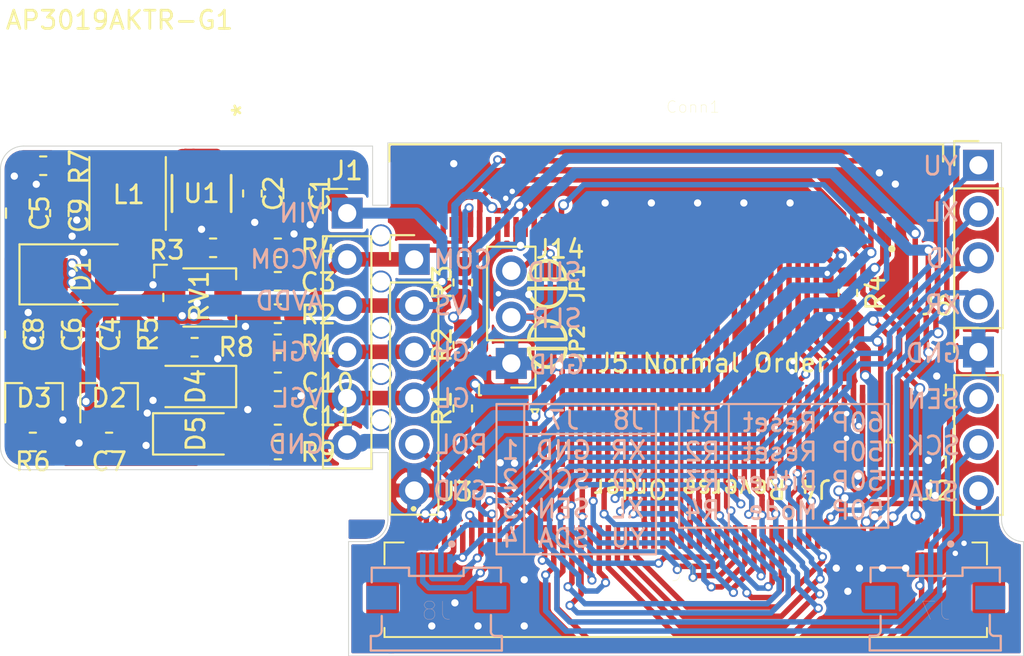
<source format=kicad_pcb>
(kicad_pcb (version 20171130) (host pcbnew "(5.1.6)-1")
  (layers (0 F.Cu signal) (31 B.Cu signal) (34 B.Paste user) (35 F.Paste user) (36 B.SilkS user) (37 F.SilkS user) (38 B.Mask user) (39 F.Mask user) (44 Edge.Cuts user))
  (net 0 "")
  (net 1 GND)
  (net 2 /VIN)
  (net 3 "Net-(C3-Pad2)")
  (net 4 "Net-(C4-Pad2)")
  (net 5 "Net-(C4-Pad1)")
  (net 6 "Net-(C6-Pad1)")
  (net 7 "Net-(C7-Pad1)")
  (net 8 "Net-(C8-Pad1)")
  (net 9 /GH)
  (net 10 /GL)
  (net 11 /VS)
  (net 12 /COM)
  (module Connector_FFC-FPC:TE_4-1734839-0_1x40-1MP_P0.5mm_Horizontal (layer F.Cu) (at 206.7587 105.0107 180)
    (fp_text reference "J4 Reverse Order" (at 0 -3.1 180 unlocked) (layer F.SilkS))
    (fp_text value Conn_01x40)
    (pad MP smd rect (at 11.42 0.35 180) (size 2.3 3.1) (layers F.Cu F.Paste F.Mask))
    (pad MP smd rect (at -11.42 0.35 180) (size 2.3 3.1) (layers F.Cu F.Paste F.Mask))
    (pad 40 smd rect (at 9.75 -1.35 180) (size 0.3 1.1) (layers F.Cu F.Paste F.Mask))
    (pad 39 smd rect (at 9.25 -1.35 180) (size 0.3 1.1) (layers F.Cu F.Paste F.Mask))
    (pad 38 smd rect (at 8.75 -1.35 180) (size 0.3 1.1) (layers F.Cu F.Paste F.Mask))
    (pad 37 smd rect (at 8.25 -1.35 180) (size 0.3 1.1) (layers F.Cu F.Paste F.Mask))
    (pad 36 smd rect (at 7.75 -1.35 180) (size 0.3 1.1) (layers F.Cu F.Paste F.Mask))
    (pad 35 smd rect (at 7.25 -1.35 180) (size 0.3 1.1) (layers F.Cu F.Paste F.Mask))
    (pad 34 smd rect (at 6.75 -1.35 180) (size 0.3 1.1) (layers F.Cu F.Paste F.Mask))
    (pad 33 smd rect (at 6.25 -1.35 180) (size 0.3 1.1) (layers F.Cu F.Paste F.Mask))
    (pad 32 smd rect (at 5.75 -1.35 180) (size 0.3 1.1) (layers F.Cu F.Paste F.Mask))
    (pad 31 smd rect (at 5.25 -1.35 180) (size 0.3 1.1) (layers F.Cu F.Paste F.Mask))
    (pad 30 smd rect (at 4.75 -1.35 180) (size 0.3 1.1) (layers F.Cu F.Paste F.Mask))
    (pad 29 smd rect (at 4.25 -1.35 180) (size 0.3 1.1) (layers F.Cu F.Paste F.Mask))
    (pad 28 smd rect (at 3.75 -1.35 180) (size 0.3 1.1) (layers F.Cu F.Paste F.Mask))
    (pad 27 smd rect (at 3.25 -1.35 180) (size 0.3 1.1) (layers F.Cu F.Paste F.Mask))
    (pad 26 smd rect (at 2.75 -1.35 180) (size 0.3 1.1) (layers F.Cu F.Paste F.Mask))
    (pad 25 smd rect (at 2.25 -1.35 180) (size 0.3 1.1) (layers F.Cu F.Paste F.Mask))
    (pad 24 smd rect (at 1.75 -1.35 180) (size 0.3 1.1) (layers F.Cu F.Paste F.Mask))
    (pad 23 smd rect (at 1.25 -1.35 180) (size 0.3 1.1) (layers F.Cu F.Paste F.Mask))
    (pad 22 smd rect (at 0.75 -1.35 180) (size 0.3 1.1) (layers F.Cu F.Paste F.Mask))
    (pad 21 smd rect (at 0.25 -1.35 180) (size 0.3 1.1) (layers F.Cu F.Paste F.Mask))
    (pad 20 smd rect (at -0.25 -1.35 180) (size 0.3 1.1) (layers F.Cu F.Paste F.Mask))
    (pad 19 smd rect (at -0.75 -1.35 180) (size 0.3 1.1) (layers F.Cu F.Paste F.Mask))
    (pad 18 smd rect (at -1.25 -1.35 180) (size 0.3 1.1) (layers F.Cu F.Paste F.Mask))
    (pad 17 smd rect (at -1.75 -1.35 180) (size 0.3 1.1) (layers F.Cu F.Paste F.Mask))
    (pad 16 smd rect (at -2.25 -1.35 180) (size 0.3 1.1) (layers F.Cu F.Paste F.Mask))
    (pad 15 smd rect (at -2.75 -1.35 180) (size 0.3 1.1) (layers F.Cu F.Paste F.Mask))
    (pad 14 smd rect (at -3.25 -1.35 180) (size 0.3 1.1) (layers F.Cu F.Paste F.Mask))
    (pad 13 smd rect (at -3.75 -1.35 180) (size 0.3 1.1) (layers F.Cu F.Paste F.Mask))
    (pad 12 smd rect (at -4.25 -1.35 180) (size 0.3 1.1) (layers F.Cu F.Paste F.Mask))
    (pad 11 smd rect (at -4.75 -1.35 180) (size 0.3 1.1) (layers F.Cu F.Paste F.Mask))
    (pad 10 smd rect (at -5.25 -1.35 180) (size 0.3 1.1) (layers F.Cu F.Paste F.Mask))
    (pad 9 smd rect (at -5.75 -1.35 180) (size 0.3 1.1) (layers F.Cu F.Paste F.Mask))
    (pad 8 smd rect (at -6.25 -1.35 180) (size 0.3 1.1) (layers F.Cu F.Paste F.Mask))
    (pad 7 smd rect (at -6.75 -1.35 180) (size 0.3 1.1) (layers F.Cu F.Paste F.Mask))
    (pad 6 smd rect (at -7.25 -1.35 180) (size 0.3 1.1) (layers F.Cu F.Paste F.Mask))
    (pad 5 smd rect (at -7.75 -1.35 180) (size 0.3 1.1) (layers F.Cu F.Paste F.Mask))
    (pad 4 smd rect (at -8.25 -1.35 180) (size 0.3 1.1) (layers F.Cu F.Paste F.Mask))
    (pad 3 smd rect (at -8.75 -1.35 180) (size 0.3 1.1) (layers F.Cu F.Paste F.Mask))
    (pad 2 smd rect (at -9.25 -1.35 180) (size 0.3 1.1) (layers F.Cu F.Paste F.Mask))
    (pad 1 smd rect (at -9.75 -1.35 180) (size 0.3 1.1) (layers F.Cu F.Paste F.Mask))
  )
  (module Connector_PinHeader_2.54mm:PinHeader_1x03_P2.54mm_Vertical (layer F.Cu) (at 195.707 101.219 180)
    (fp_text reference J14 (at -2.6797 6.2738) (layer F.SilkS))
    (fp_text value Conn_01x03)
    (pad 3 thru_hole oval (at 0 5.08 180) (size 1.7 1.7) (drill 1) (layers *.Cu *.Mask))
    (pad 2 thru_hole oval (at 0 2.54 180) (size 1.7 1.7) (drill 1) (layers *.Cu *.Mask))
    (pad 1 thru_hole rect (at 0 0 180) (size 1.7 1.7) (drill 1) (layers *.Cu *.Mask))
  )
  (module Resistor_SMD:R_0603_1608Metric_Pad1.05x0.95mm_HandSolder (layer F.Cu) (at 193.04 100.203 90)
    (fp_text reference R2 (at 0 -1.1303 90) (layer F.SilkS))
    (fp_text value R)
    (pad 2 smd roundrect (at 0.875 0 90) (size 1.05 0.95) (layers F.Cu F.Paste F.Mask))
    (pad 1 smd roundrect (at -0.875 0 90) (size 1.05 0.95) (layers F.Cu F.Paste F.Mask))
  )
  (module Resistor_SMD:R_0603_1608Metric_Pad1.05x0.95mm_HandSolder (layer F.Cu) (at 214.1982 97.3442 90)
    (fp_text reference R4 (at 0 1.524 90) (layer F.SilkS))
    (fp_text value R)
    (pad 2 smd roundrect (at 0.875 0 90) (size 1.05 0.95) (layers F.Cu F.Paste F.Mask))
    (pad 1 smd roundrect (at -0.875 0 90) (size 1.05 0.95) (layers F.Cu F.Paste F.Mask))
  )
  (module Connector_PinHeader_2.54mm:PinHeader_1x04_P2.54mm_Vertical (layer F.Cu) (at 221.3737 100.5967)
    (fp_text reference J2 (at -2.286 7.62) (layer F.SilkS))
    (fp_text value Conn_01x04)
    (pad 4 thru_hole oval (at 0 7.62) (size 1.7 1.7) (drill 1) (layers *.Cu *.Mask))
    (pad 3 thru_hole oval (at 0 5.08) (size 1.7 1.7) (drill 1) (layers *.Cu *.Mask))
    (pad 2 thru_hole oval (at 0 2.54) (size 1.7 1.7) (drill 1) (layers *.Cu *.Mask))
    (pad 1 thru_hole rect (at 0 0) (size 1.7 1.7) (drill 1) (layers *.Cu *.Mask))
  )
  (module 5-1734592-0:TE_5-1734592-0 (layer F.Cu) (at 204.216 93.726 180)
    (fp_text reference Conn1 (at -1.4732 6.5913) (layer F.SilkS) (effects (font (size 0.64 0.64) (thickness 0.015))))
    (fp_text value FPC50pin)
    (pad 50 smd rect (at 12.25 0 180) (size 0.3 1.1) (layers F.Cu F.Paste F.Mask))
    (pad 49 smd rect (at 11.75 0 180) (size 0.3 1.1) (layers F.Cu F.Paste F.Mask))
    (pad 48 smd rect (at 11.25 0 180) (size 0.3 1.1) (layers F.Cu F.Paste F.Mask))
    (pad 47 smd rect (at 10.75 0 180) (size 0.3 1.1) (layers F.Cu F.Paste F.Mask))
    (pad 46 smd rect (at 10.25 0 180) (size 0.3 1.1) (layers F.Cu F.Paste F.Mask))
    (pad 45 smd rect (at 9.75 0 180) (size 0.3 1.1) (layers F.Cu F.Paste F.Mask))
    (pad 44 smd rect (at 9.25 0 180) (size 0.3 1.1) (layers F.Cu F.Paste F.Mask))
    (pad 43 smd rect (at 8.75 0 180) (size 0.3 1.1) (layers F.Cu F.Paste F.Mask))
    (pad 42 smd rect (at 8.25 0 180) (size 0.3 1.1) (layers F.Cu F.Paste F.Mask))
    (pad 41 smd rect (at 7.75 0 180) (size 0.3 1.1) (layers F.Cu F.Paste F.Mask))
    (pad 40 smd rect (at 7.25 0 180) (size 0.3 1.1) (layers F.Cu F.Paste F.Mask))
    (pad 39 smd rect (at 6.75 0 180) (size 0.3 1.1) (layers F.Cu F.Paste F.Mask))
    (pad 38 smd rect (at 6.25 0 180) (size 0.3 1.1) (layers F.Cu F.Paste F.Mask))
    (pad 37 smd rect (at 5.75 0 180) (size 0.3 1.1) (layers F.Cu F.Paste F.Mask))
    (pad 36 smd rect (at 5.25 0 180) (size 0.3 1.1) (layers F.Cu F.Paste F.Mask))
    (pad 35 smd rect (at 4.75 0 180) (size 0.3 1.1) (layers F.Cu F.Paste F.Mask))
    (pad 34 smd rect (at 4.25 0 180) (size 0.3 1.1) (layers F.Cu F.Paste F.Mask))
    (pad 33 smd rect (at 3.75 0 180) (size 0.3 1.1) (layers F.Cu F.Paste F.Mask))
    (pad 32 smd rect (at 3.25 0 180) (size 0.3 1.1) (layers F.Cu F.Paste F.Mask))
    (pad 31 smd rect (at 2.75 0 180) (size 0.3 1.1) (layers F.Cu F.Paste F.Mask))
    (pad 30 smd rect (at 2.25 0 180) (size 0.3 1.1) (layers F.Cu F.Paste F.Mask))
    (pad 29 smd rect (at 1.75 0 180) (size 0.3 1.1) (layers F.Cu F.Paste F.Mask))
    (pad 28 smd rect (at 1.25 0 180) (size 0.3 1.1) (layers F.Cu F.Paste F.Mask))
    (pad 27 smd rect (at 0.75 0 180) (size 0.3 1.1) (layers F.Cu F.Paste F.Mask))
    (pad 26 smd rect (at 0.25 0 180) (size 0.3 1.1) (layers F.Cu F.Paste F.Mask))
    (pad 25 smd rect (at -0.25 0 180) (size 0.3 1.1) (layers F.Cu F.Paste F.Mask))
    (pad 24 smd rect (at -0.75 0 180) (size 0.3 1.1) (layers F.Cu F.Paste F.Mask))
    (pad 23 smd rect (at -1.25 0 180) (size 0.3 1.1) (layers F.Cu F.Paste F.Mask))
    (pad 22 smd rect (at -1.75 0 180) (size 0.3 1.1) (layers F.Cu F.Paste F.Mask))
    (pad 21 smd rect (at -2.25 0 180) (size 0.3 1.1) (layers F.Cu F.Paste F.Mask))
    (pad 20 smd rect (at -2.75 0 180) (size 0.3 1.1) (layers F.Cu F.Paste F.Mask))
    (pad 19 smd rect (at -3.25 0 180) (size 0.3 1.1) (layers F.Cu F.Paste F.Mask))
    (pad 18 smd rect (at -3.75 0 180) (size 0.3 1.1) (layers F.Cu F.Paste F.Mask))
    (pad 17 smd rect (at -4.25 0 180) (size 0.3 1.1) (layers F.Cu F.Paste F.Mask))
    (pad 16 smd rect (at -4.75 0 180) (size 0.3 1.1) (layers F.Cu F.Paste F.Mask))
    (pad 15 smd rect (at -5.25 0 180) (size 0.3 1.1) (layers F.Cu F.Paste F.Mask))
    (pad 14 smd rect (at -5.75 0 180) (size 0.3 1.1) (layers F.Cu F.Paste F.Mask))
    (pad 13 smd rect (at -6.25 0 180) (size 0.3 1.1) (layers F.Cu F.Paste F.Mask))
    (pad 12 smd rect (at -6.75 0 180) (size 0.3 1.1) (layers F.Cu F.Paste F.Mask))
    (pad 11 smd rect (at -7.25 0 180) (size 0.3 1.1) (layers F.Cu F.Paste F.Mask))
    (pad 10 smd rect (at -7.75 0 180) (size 0.3 1.1) (layers F.Cu F.Paste F.Mask))
    (pad 9 smd rect (at -8.25 0 180) (size 0.3 1.1) (layers F.Cu F.Paste F.Mask))
    (pad 8 smd rect (at -8.75 0 180) (size 0.3 1.1) (layers F.Cu F.Paste F.Mask))
    (pad 7 smd rect (at -9.25 0 180) (size 0.3 1.1) (layers F.Cu F.Paste F.Mask))
    (pad S1 smd rect (at -13.92 1.7 180) (size 2.3 3.1) (layers F.Cu F.Paste F.Mask))
    (pad S2 smd rect (at 13.92 1.7 180) (size 2.3 3.1) (layers F.Cu F.Paste F.Mask))
    (pad 6 smd rect (at -9.75 0 180) (size 0.3 1.1) (layers F.Cu F.Paste F.Mask))
    (pad 5 smd rect (at -10.25 0 180) (size 0.3 1.1) (layers F.Cu F.Paste F.Mask))
    (pad 4 smd rect (at -10.75 0 180) (size 0.3 1.1) (layers F.Cu F.Paste F.Mask))
    (pad 3 smd rect (at -11.25 0 180) (size 0.3 1.1) (layers F.Cu F.Paste F.Mask))
    (pad 2 smd rect (at -11.75 0 180) (size 0.3 1.1) (layers F.Cu F.Paste F.Mask))
    (pad 1 smd rect (at -12.25 0 180) (size 0.3 1.1) (layers F.Cu F.Paste F.Mask))
  )
  (module 54548-0471:MOLEX_54548-0471 (layer B.Cu) (at 218.9988 112.1918 180)
    (fp_text reference J7 (at -0.0254 -2.6289) (layer B.SilkS) (effects (font (size 1.00315 1.00315) (thickness 0.015)) (justify mirror)))
    (fp_text value Conn_01x04)
    (pad 3 smd rect (at 0.25 0 180) (size 0.3 1) (layers B.Cu B.Paste B.Mask))
    (pad 4 smd rect (at 0.75 0 180) (size 0.3 1) (layers B.Cu B.Paste B.Mask))
    (pad 1 smd rect (at -0.75 0 180) (size 0.3 1) (layers B.Cu B.Paste B.Mask))
    (pad 2 smd rect (at -0.25 0 180) (size 0.3 1) (layers B.Cu B.Paste B.Mask))
    (pad S1 smd rect (at -3.025 -1.9 180) (size 1.65 1.3) (layers B.Cu B.Paste B.Mask))
    (pad S2 smd rect (at 3.025 -1.9 180) (size 1.65 1.3) (layers B.Cu B.Paste B.Mask))
  )
  (module Resistor_SMD:R_0603_1608Metric_Pad1.05x0.95mm_HandSolder (layer F.Cu) (at 193.04 96.774 90)
    (fp_text reference R3 (at 0 -1.1303 90) (layer F.SilkS))
    (fp_text value R)
    (pad 2 smd roundrect (at 0.875 0 90) (size 1.05 0.95) (layers F.Cu F.Paste F.Mask))
    (pad 1 smd roundrect (at -0.875 0 90) (size 1.05 0.95) (layers F.Cu F.Paste F.Mask))
  )
  (module jumper:SOLDER-JUMPER_1-WAY (layer F.Cu) (at 197.6882 100.1522 270)
    (fp_text reference JP2 (at 0 -1.651 90) (layer F.SilkS) (effects (font (size 0.762 0.762) (thickness 0.1524))))
    (fp_text value Jumper hide)
    (pad 2 smd rect (at 0.65 0 270) (size 1 1) (layers F.Cu F.Paste F.Mask))
    (pad 1 smd rect (at -0.65 0 270) (size 1 1) (layers F.Cu F.Paste F.Mask))
  )
  (module jumper:SOLDER-JUMPER_1-WAY (layer F.Cu) (at 197.6882 96.8502 270)
    (fp_text reference JP1 (at 0 -1.651 90) (layer F.SilkS) (effects (font (size 0.762 0.762) (thickness 0.1524))))
    (fp_text value Jumper hide)
    (pad 2 smd rect (at 0.65 0 270) (size 1 1) (layers F.Cu F.Paste F.Mask))
    (pad 1 smd rect (at -0.65 0 270) (size 1 1) (layers F.Cu F.Paste F.Mask))
  )
  (module Connector_PinHeader_2.54mm:PinHeader_1x06_P2.54mm_Vertical (layer F.Cu) (at 190.373 95.504)
    (fp_text reference J3 (at 2.3622 12.7762) (layer F.SilkS))
    (fp_text value Conn_01x06)
    (pad 1 thru_hole rect (at 0 0) (size 1.7 1.7) (drill 1) (layers *.Cu *.Mask))
    (pad 2 thru_hole oval (at 0 2.54) (size 1.7 1.7) (drill 1) (layers *.Cu *.Mask))
    (pad 3 thru_hole oval (at 0 5.08) (size 1.7 1.7) (drill 1) (layers *.Cu *.Mask))
    (pad 4 thru_hole oval (at 0 7.62) (size 1.7 1.7) (drill 1) (layers *.Cu *.Mask))
    (pad 5 thru_hole oval (at 0 10.16) (size 1.7 1.7) (drill 1) (layers *.Cu *.Mask))
    (pad 6 thru_hole oval (at 0 12.7) (size 1.7 1.7) (drill 1) (layers *.Cu *.Mask))
  )
  (module Connector_FFC-FPC:TE_4-1734839-0_1x40-1MP_P0.5mm_Horizontal (layer F.Cu) (at 206.756 104.298)
    (fp_text reference "J5 Normal Order" (at 0 -3.1) (layer F.SilkS))
    (fp_text value Conn_01x40)
    (pad MP smd rect (at 11.42 0.35) (size 2.3 3.1) (layers F.Cu F.Paste F.Mask))
    (pad MP smd rect (at -11.42 0.35) (size 2.3 3.1) (layers F.Cu F.Paste F.Mask))
    (pad 40 smd rect (at 9.75 -1.35) (size 0.3 1.1) (layers F.Cu F.Paste F.Mask))
    (pad 39 smd rect (at 9.25 -1.35) (size 0.3 1.1) (layers F.Cu F.Paste F.Mask))
    (pad 38 smd rect (at 8.75 -1.35) (size 0.3 1.1) (layers F.Cu F.Paste F.Mask))
    (pad 37 smd rect (at 8.25 -1.35) (size 0.3 1.1) (layers F.Cu F.Paste F.Mask))
    (pad 36 smd rect (at 7.75 -1.35) (size 0.3 1.1) (layers F.Cu F.Paste F.Mask))
    (pad 35 smd rect (at 7.25 -1.35) (size 0.3 1.1) (layers F.Cu F.Paste F.Mask))
    (pad 34 smd rect (at 6.75 -1.35) (size 0.3 1.1) (layers F.Cu F.Paste F.Mask))
    (pad 33 smd rect (at 6.25 -1.35) (size 0.3 1.1) (layers F.Cu F.Paste F.Mask))
    (pad 32 smd rect (at 5.75 -1.35) (size 0.3 1.1) (layers F.Cu F.Paste F.Mask))
    (pad 31 smd rect (at 5.25 -1.35) (size 0.3 1.1) (layers F.Cu F.Paste F.Mask))
    (pad 30 smd rect (at 4.75 -1.35) (size 0.3 1.1) (layers F.Cu F.Paste F.Mask))
    (pad 29 smd rect (at 4.25 -1.35) (size 0.3 1.1) (layers F.Cu F.Paste F.Mask))
    (pad 28 smd rect (at 3.75 -1.35) (size 0.3 1.1) (layers F.Cu F.Paste F.Mask))
    (pad 27 smd rect (at 3.25 -1.35) (size 0.3 1.1) (layers F.Cu F.Paste F.Mask))
    (pad 26 smd rect (at 2.75 -1.35) (size 0.3 1.1) (layers F.Cu F.Paste F.Mask))
    (pad 25 smd rect (at 2.25 -1.35) (size 0.3 1.1) (layers F.Cu F.Paste F.Mask))
    (pad 24 smd rect (at 1.75 -1.35) (size 0.3 1.1) (layers F.Cu F.Paste F.Mask))
    (pad 23 smd rect (at 1.25 -1.35) (size 0.3 1.1) (layers F.Cu F.Paste F.Mask))
    (pad 22 smd rect (at 0.75 -1.35) (size 0.3 1.1) (layers F.Cu F.Paste F.Mask))
    (pad 21 smd rect (at 0.25 -1.35) (size 0.3 1.1) (layers F.Cu F.Paste F.Mask))
    (pad 20 smd rect (at -0.25 -1.35) (size 0.3 1.1) (layers F.Cu F.Paste F.Mask))
    (pad 19 smd rect (at -0.75 -1.35) (size 0.3 1.1) (layers F.Cu F.Paste F.Mask))
    (pad 18 smd rect (at -1.25 -1.35) (size 0.3 1.1) (layers F.Cu F.Paste F.Mask))
    (pad 17 smd rect (at -1.75 -1.35) (size 0.3 1.1) (layers F.Cu F.Paste F.Mask))
    (pad 16 smd rect (at -2.25 -1.35) (size 0.3 1.1) (layers F.Cu F.Paste F.Mask))
    (pad 15 smd rect (at -2.75 -1.35) (size 0.3 1.1) (layers F.Cu F.Paste F.Mask))
    (pad 14 smd rect (at -3.25 -1.35) (size 0.3 1.1) (layers F.Cu F.Paste F.Mask))
    (pad 13 smd rect (at -3.75 -1.35) (size 0.3 1.1) (layers F.Cu F.Paste F.Mask))
    (pad 12 smd rect (at -4.25 -1.35) (size 0.3 1.1) (layers F.Cu F.Paste F.Mask))
    (pad 11 smd rect (at -4.75 -1.35) (size 0.3 1.1) (layers F.Cu F.Paste F.Mask))
    (pad 10 smd rect (at -5.25 -1.35) (size 0.3 1.1) (layers F.Cu F.Paste F.Mask))
    (pad 9 smd rect (at -5.75 -1.35) (size 0.3 1.1) (layers F.Cu F.Paste F.Mask))
    (pad 8 smd rect (at -6.25 -1.35) (size 0.3 1.1) (layers F.Cu F.Paste F.Mask))
    (pad 7 smd rect (at -6.75 -1.35) (size 0.3 1.1) (layers F.Cu F.Paste F.Mask))
    (pad 6 smd rect (at -7.25 -1.35) (size 0.3 1.1) (layers F.Cu F.Paste F.Mask))
    (pad 5 smd rect (at -7.75 -1.35) (size 0.3 1.1) (layers F.Cu F.Paste F.Mask))
    (pad 4 smd rect (at -8.25 -1.35) (size 0.3 1.1) (layers F.Cu F.Paste F.Mask))
    (pad 3 smd rect (at -8.75 -1.35) (size 0.3 1.1) (layers F.Cu F.Paste F.Mask))
    (pad 2 smd rect (at -9.25 -1.35) (size 0.3 1.1) (layers F.Cu F.Paste F.Mask))
    (pad 1 smd rect (at -9.75 -1.35) (size 0.3 1.1) (layers F.Cu F.Paste F.Mask))
  )
  (module XF3M-6015-1B:XF3M60151B (layer F.Cu) (at 205.2887 113.6567)
    (fp_text reference J1 (at 0 -0.95) (layer F.SilkS) (effects (font (thickness 0.015))))
    (fp_text value 60P)
    (pad MP2 smd rect (at 16.65 0.35) (size 1.8 2.2) (layers F.Cu F.Paste F.Mask))
    (pad MP1 smd rect (at -16.65 0.35) (size 1.8 2.2) (layers F.Cu F.Paste F.Mask))
    (pad 60 smd rect (at 14.75 -2.9) (size 0.3 1.3) (layers F.Cu F.Paste F.Mask))
    (pad 59 smd rect (at 14.25 -2.9) (size 0.3 1.3) (layers F.Cu F.Paste F.Mask))
    (pad 58 smd rect (at 13.75 -2.9) (size 0.3 1.3) (layers F.Cu F.Paste F.Mask))
    (pad 57 smd rect (at 13.25 -2.9) (size 0.3 1.3) (layers F.Cu F.Paste F.Mask))
    (pad 56 smd rect (at 12.75 -2.9) (size 0.3 1.3) (layers F.Cu F.Paste F.Mask))
    (pad 55 smd rect (at 12.25 -2.9) (size 0.3 1.3) (layers F.Cu F.Paste F.Mask))
    (pad 54 smd rect (at 11.75 -2.9) (size 0.3 1.3) (layers F.Cu F.Paste F.Mask))
    (pad 53 smd rect (at 11.25 -2.9) (size 0.3 1.3) (layers F.Cu F.Paste F.Mask))
    (pad 52 smd rect (at 10.75 -2.9) (size 0.3 1.3) (layers F.Cu F.Paste F.Mask))
    (pad 51 smd rect (at 10.25 -2.9) (size 0.3 1.3) (layers F.Cu F.Paste F.Mask))
    (pad 50 smd rect (at 9.75 -2.9) (size 0.3 1.3) (layers F.Cu F.Paste F.Mask))
    (pad 49 smd rect (at 9.25 -2.9) (size 0.3 1.3) (layers F.Cu F.Paste F.Mask))
    (pad 48 smd rect (at 8.75 -2.9) (size 0.3 1.3) (layers F.Cu F.Paste F.Mask))
    (pad 47 smd rect (at 8.25 -2.9) (size 0.3 1.3) (layers F.Cu F.Paste F.Mask))
    (pad 46 smd rect (at 7.75 -2.9) (size 0.3 1.3) (layers F.Cu F.Paste F.Mask))
    (pad 45 smd rect (at 7.25 -2.9) (size 0.3 1.3) (layers F.Cu F.Paste F.Mask))
    (pad 44 smd rect (at 6.75 -2.9) (size 0.3 1.3) (layers F.Cu F.Paste F.Mask))
    (pad 43 smd rect (at 6.25 -2.9) (size 0.3 1.3) (layers F.Cu F.Paste F.Mask))
    (pad 42 smd rect (at 5.75 -2.9) (size 0.3 1.3) (layers F.Cu F.Paste F.Mask))
    (pad 41 smd rect (at 5.25 -2.9) (size 0.3 1.3) (layers F.Cu F.Paste F.Mask))
    (pad 40 smd rect (at 4.75 -2.9) (size 0.3 1.3) (layers F.Cu F.Paste F.Mask))
    (pad 39 smd rect (at 4.25 -2.9) (size 0.3 1.3) (layers F.Cu F.Paste F.Mask))
    (pad 38 smd rect (at 3.75 -2.9) (size 0.3 1.3) (layers F.Cu F.Paste F.Mask))
    (pad 37 smd rect (at 3.25 -2.9) (size 0.3 1.3) (layers F.Cu F.Paste F.Mask))
    (pad 36 smd rect (at 2.75 -2.9) (size 0.3 1.3) (layers F.Cu F.Paste F.Mask))
    (pad 35 smd rect (at 2.25 -2.9) (size 0.3 1.3) (layers F.Cu F.Paste F.Mask))
    (pad 34 smd rect (at 1.75 -2.9) (size 0.3 1.3) (layers F.Cu F.Paste F.Mask))
    (pad 33 smd rect (at 1.25 -2.9) (size 0.3 1.3) (layers F.Cu F.Paste F.Mask))
    (pad 32 smd rect (at 0.75 -2.9) (size 0.3 1.3) (layers F.Cu F.Paste F.Mask))
    (pad 31 smd rect (at 0.25 -2.9) (size 0.3 1.3) (layers F.Cu F.Paste F.Mask))
    (pad 30 smd rect (at -0.25 -2.9) (size 0.3 1.3) (layers F.Cu F.Paste F.Mask))
    (pad 29 smd rect (at -0.75 -2.9) (size 0.3 1.3) (layers F.Cu F.Paste F.Mask))
    (pad 28 smd rect (at -1.25 -2.9) (size 0.3 1.3) (layers F.Cu F.Paste F.Mask))
    (pad 27 smd rect (at -1.75 -2.9) (size 0.3 1.3) (layers F.Cu F.Paste F.Mask))
    (pad 26 smd rect (at -2.25 -2.9) (size 0.3 1.3) (layers F.Cu F.Paste F.Mask))
    (pad 25 smd rect (at -2.75 -2.9) (size 0.3 1.3) (layers F.Cu F.Paste F.Mask))
    (pad 24 smd rect (at -3.25 -2.9) (size 0.3 1.3) (layers F.Cu F.Paste F.Mask))
    (pad 23 smd rect (at -3.75 -2.9) (size 0.3 1.3) (layers F.Cu F.Paste F.Mask))
    (pad 22 smd rect (at -4.25 -2.9) (size 0.3 1.3) (layers F.Cu F.Paste F.Mask))
    (pad 21 smd rect (at -4.75 -2.9) (size 0.3 1.3) (layers F.Cu F.Paste F.Mask))
    (pad 20 smd rect (at -5.25 -2.9) (size 0.3 1.3) (layers F.Cu F.Paste F.Mask))
    (pad 19 smd rect (at -5.75 -2.9) (size 0.3 1.3) (layers F.Cu F.Paste F.Mask))
    (pad 18 smd rect (at -6.25 -2.9) (size 0.3 1.3) (layers F.Cu F.Paste F.Mask))
    (pad 17 smd rect (at -6.75 -2.9) (size 0.3 1.3) (layers F.Cu F.Paste F.Mask))
    (pad 16 smd rect (at -7.25 -2.9) (size 0.3 1.3) (layers F.Cu F.Paste F.Mask))
    (pad 15 smd rect (at -7.75 -2.9) (size 0.3 1.3) (layers F.Cu F.Paste F.Mask))
    (pad 14 smd rect (at -8.25 -2.9) (size 0.3 1.3) (layers F.Cu F.Paste F.Mask))
    (pad 13 smd rect (at -8.75 -2.9) (size 0.3 1.3) (layers F.Cu F.Paste F.Mask))
    (pad 12 smd rect (at -9.25 -2.9) (size 0.3 1.3) (layers F.Cu F.Paste F.Mask))
    (pad 11 smd rect (at -9.75 -2.9) (size 0.3 1.3) (layers F.Cu F.Paste F.Mask))
    (pad 10 smd rect (at -10.25 -2.9) (size 0.3 1.3) (layers F.Cu F.Paste F.Mask))
    (pad 9 smd rect (at -10.75 -2.9) (size 0.3 1.3) (layers F.Cu F.Paste F.Mask))
    (pad 8 smd rect (at -11.25 -2.9) (size 0.3 1.3) (layers F.Cu F.Paste F.Mask))
    (pad 7 smd rect (at -11.75 -2.9) (size 0.3 1.3) (layers F.Cu F.Paste F.Mask))
    (pad 6 smd rect (at -12.25 -2.9) (size 0.3 1.3) (layers F.Cu F.Paste F.Mask))
    (pad 5 smd rect (at -12.75 -2.9) (size 0.3 1.3) (layers F.Cu F.Paste F.Mask))
    (pad 4 smd rect (at -13.25 -2.9) (size 0.3 1.3) (layers F.Cu F.Paste F.Mask))
    (pad 3 smd rect (at -13.75 -2.9) (size 0.3 1.3) (layers F.Cu F.Paste F.Mask))
    (pad 2 smd rect (at -14.25 -2.9) (size 0.3 1.3) (layers F.Cu F.Paste F.Mask))
    (pad 1 smd rect (at -14.75 -2.9) (size 0.3 1.3) (layers F.Cu F.Paste F.Mask))
  )
  (module Resistor_SMD:R_0603_1608Metric_Pad1.05x0.95mm_HandSolder (layer F.Cu) (at 193.04 103.6942 270)
    (fp_text reference R1 (at 0 1.1303 90) (layer F.SilkS))
    (fp_text value R)
    (pad 1 smd roundrect (at -0.875 0 270) (size 1.05 0.95) (layers F.Cu F.Paste F.Mask))
    (pad 2 smd roundrect (at 0.875 0 270) (size 1.05 0.95) (layers F.Cu F.Paste F.Mask))
  )
  (module 54548-0471:MOLEX_54548-0471 (layer B.Cu) (at 191.5882 112.1968 180)
    (fp_text reference J8 (at -0.004 -2.6239) (layer B.SilkS) (effects (font (size 1.00315 1.00315) (thickness 0.015)) (justify mirror)))
    (fp_text value Conn_01x04)
    (pad 3 smd rect (at 0.25 0 180) (size 0.3 1) (layers B.Cu B.Paste B.Mask))
    (pad 4 smd rect (at 0.75 0 180) (size 0.3 1) (layers B.Cu B.Paste B.Mask))
    (pad 1 smd rect (at -0.75 0 180) (size 0.3 1) (layers B.Cu B.Paste B.Mask))
    (pad 2 smd rect (at -0.25 0 180) (size 0.3 1) (layers B.Cu B.Paste B.Mask))
    (pad S1 smd rect (at -3.025 -1.9 180) (size 1.65 1.3) (layers B.Cu B.Paste B.Mask))
    (pad S2 smd rect (at 3.025 -1.9 180) (size 1.65 1.3) (layers B.Cu B.Paste B.Mask))
  )
  (module Connector_PinHeader_2.54mm:PinHeader_1x04_P2.54mm_Vertical (layer F.Cu) (at 221.3737 90.3351)
    (fp_text reference J6 (at -2.286 7.7216) (layer F.SilkS))
    (fp_text value Conn_01x04)
    (pad 1 thru_hole rect (at 0 0) (size 1.7 1.7) (drill 1) (layers *.Cu *.Mask))
    (pad 2 thru_hole oval (at 0 2.54) (size 1.7 1.7) (drill 1) (layers *.Cu *.Mask))
    (pad 3 thru_hole oval (at 0 5.08) (size 1.7 1.7) (drill 1) (layers *.Cu *.Mask))
    (pad 4 thru_hole oval (at 0 7.62) (size 1.7 1.7) (drill 1) (layers *.Cu *.Mask))
  )
  (module Inductor_SMD:L_Taiyo-Yuden_MD-4040 (layer F.Cu) (at 174.625 91.8845 270)
    (fp_text reference L1 (at 0.0635 -0.0635 180) (layer F.SilkS))
    (fp_text value 10uH)
    (pad 2 smd rect (at 1.4 0 270) (size 1.2 3.7) (layers F.Cu F.Paste F.Mask) (net 4 "Net-(C4-Pad2)"))
    (pad 1 smd rect (at -1.4 0 270) (size 1.2 3.7) (layers F.Cu F.Paste F.Mask) (net 2 /VIN))
  )
  (module footprints:AP3019AKTR-G1 (layer F.Cu) (at 178.689 91.8845 90)
    (fp_text reference U1 (at 0 0 180) (layer F.SilkS))
    (fp_text value AP3019AKTR-G1 (at 9.525 -4.5085 180) (layer F.SilkS))
    (fp_text user * (at 4.572 2.2225 90) (layer F.SilkS))
    (pad 6 smd oval (at 1.1 -0.950001 90) (size 1.06 0.65) (layers F.Cu F.Paste F.Mask) (net 2 /VIN))
    (pad 5 smd oval (at 1.1 0 90) (size 1.06 0.65) (layers F.Cu F.Paste F.Mask) (net 11 /VS))
    (pad 4 smd oval (at 1.1 0.950001 90) (size 1.06 0.65) (layers F.Cu F.Paste F.Mask) (net 2 /VIN))
    (pad 3 smd oval (at -1.1 0.950001 90) (size 1.06 0.65) (layers F.Cu F.Paste F.Mask) (net 3 "Net-(C3-Pad2)"))
    (pad 2 smd oval (at -1.1 0 90) (size 1.06 0.65) (layers F.Cu F.Paste F.Mask) (net 1 GND))
    (pad 1 smd rect (at -1.1 -0.950001 90) (size 1.06 0.65) (layers F.Cu F.Paste F.Mask) (net 4 "Net-(C4-Pad2)"))
  )
  (module Potentiometer_SMD:Potentiometer_Bourns_TC33X_Vertical (layer F.Cu) (at 178.689 97.5995)
    (fp_text reference RV1 (at -0.127 -0.0635 270) (layer F.SilkS))
    (fp_text value R_POT)
    (pad 2 smd rect (at 1.45 0) (size 1.5 1.6) (layers F.Cu F.Paste F.Mask) (net 12 /COM))
    (pad 3 smd rect (at -1.8 1) (size 1.2 1.2) (layers F.Cu F.Paste F.Mask) (net 11 /VS))
    (pad 1 smd rect (at -1.8 -1) (size 1.2 1.2) (layers F.Cu F.Paste F.Mask) (net 1 GND))
  )
  (module Resistor_SMD:R_0603_1608Metric_Pad1.05x0.95mm_HandSolder (layer F.Cu) (at 182.88 105.9815)
    (fp_text reference R9 (at 2.2225 0.127) (layer F.SilkS))
    (fp_text value 47k)
    (pad 2 smd roundrect (at 0.875 0) (size 1.05 0.95) (layers F.Cu F.Paste F.Mask) (net 1 GND))
    (pad 1 smd roundrect (at -0.875 0) (size 1.05 0.95) (layers F.Cu F.Paste F.Mask) (net 10 /GL))
  )
  (module Resistor_SMD:R_0603_1608Metric_Pad1.05x0.95mm_HandSolder (layer F.Cu) (at 178.308 100.33)
    (fp_text reference R8 (at 2.286 0 180) (layer F.SilkS))
    (fp_text value 47k)
    (pad 2 smd roundrect (at 0.875 0) (size 1.05 0.95) (layers F.Cu F.Paste F.Mask) (net 1 GND))
    (pad 1 smd roundrect (at -0.875 0) (size 1.05 0.95) (layers F.Cu F.Paste F.Mask) (net 9 /GH))
  )
  (module Resistor_SMD:R_0603_1608Metric_Pad1.05x0.95mm_HandSolder (layer F.Cu) (at 169.9895 90.3605 180)
    (fp_text reference R7 (at -1.9685 -0.0635 90) (layer F.SilkS))
    (fp_text value 20k)
    (pad 2 smd roundrect (at 0.875 0 180) (size 1.05 0.95) (layers F.Cu F.Paste F.Mask) (net 1 GND))
    (pad 1 smd roundrect (at -0.875 0 180) (size 1.05 0.95) (layers F.Cu F.Paste F.Mask) (net 11 /VS))
  )
  (module Resistor_SMD:R_0603_1608Metric_Pad1.05x0.95mm_HandSolder (layer F.Cu) (at 169.418 105.537 180)
    (fp_text reference R6 (at 0 -1.0795) (layer F.SilkS))
    (fp_text value 1.5k)
    (pad 2 smd roundrect (at 0.875 0 180) (size 1.05 0.95) (layers F.Cu F.Paste F.Mask) (net 8 "Net-(C8-Pad1)"))
    (pad 1 smd roundrect (at -0.875 0 180) (size 1.05 0.95) (layers F.Cu F.Paste F.Mask) (net 10 /GL))
  )
  (module Resistor_SMD:R_0603_1608Metric_Pad1.05x0.95mm_HandSolder (layer F.Cu) (at 174.6885 99.6315 270)
    (fp_text reference R5 (at 0 -1.0795 90) (layer F.SilkS))
    (fp_text value 1.5k)
    (pad 2 smd roundrect (at 0.875 0 270) (size 1.05 0.95) (layers F.Cu F.Paste F.Mask) (net 7 "Net-(C7-Pad1)"))
    (pad 1 smd roundrect (at -0.875 0 270) (size 1.05 0.95) (layers F.Cu F.Paste F.Mask) (net 9 /GH))
  )
  (module Resistor_SMD:R_0603_1608Metric_Pad1.05x0.95mm_HandSolder (layer F.Cu) (at 182.88 94.869)
    (fp_text reference R4 (at 2.2225 0.0635) (layer F.SilkS))
    (fp_text value 1k)
    (pad 2 smd roundrect (at 0.875 0) (size 1.05 0.95) (layers F.Cu F.Paste F.Mask) (net 1 GND))
    (pad 1 smd roundrect (at -0.875 0) (size 1.05 0.95) (layers F.Cu F.Paste F.Mask) (net 3 "Net-(C3-Pad2)"))
  )
  (module Resistor_SMD:R_0603_1608Metric_Pad1.05x0.95mm_HandSolder (layer F.Cu) (at 179.324 94.869)
    (fp_text reference R3 (at -2.54 0.127) (layer F.SilkS))
    (fp_text value 51k)
    (pad 2 smd roundrect (at 0.875 0) (size 1.05 0.95) (layers F.Cu F.Paste F.Mask) (net 3 "Net-(C3-Pad2)"))
    (pad 1 smd roundrect (at -0.875 0) (size 1.05 0.95) (layers F.Cu F.Paste F.Mask) (net 11 /VS))
  )
  (module Resistor_SMD:R_0603_1608Metric_Pad1.05x0.95mm_HandSolder (layer F.Cu) (at 182.88 98.4885 180)
    (fp_text reference R2 (at -2.2225 -0.0635) (layer F.SilkS))
    (fp_text value R)
    (pad 2 smd roundrect (at 0.875 0 180) (size 1.05 0.95) (layers F.Cu F.Paste F.Mask) (net 1 GND))
    (pad 1 smd roundrect (at -0.875 0 180) (size 1.05 0.95) (layers F.Cu F.Paste F.Mask) (net 12 /COM))
  )
  (module Resistor_SMD:R_0603_1608Metric_Pad1.05x0.95mm_HandSolder (layer F.Cu) (at 182.88 100.1395 180)
    (fp_text reference R1 (at -2.2225 -0.0635) (layer F.SilkS))
    (fp_text value R)
    (pad 2 smd roundrect (at 0.875 0 180) (size 1.05 0.95) (layers F.Cu F.Paste F.Mask) (net 11 /VS))
    (pad 1 smd roundrect (at -0.875 0 180) (size 1.05 0.95) (layers F.Cu F.Paste F.Mask) (net 12 /COM))
  )
  (module Connector_PinHeader_2.54mm:PinHeader_1x06_P2.54mm_Vertical (layer F.Cu) (at 186.69 92.964)
    (fp_text reference J1 (at 0 -2.33) (layer F.SilkS))
    (fp_text value Conn_01x06)
    (pad 6 thru_hole oval (at 0 12.7) (size 1.7 1.7) (drill 1) (layers *.Cu *.Mask) (net 1 GND))
    (pad 5 thru_hole oval (at 0 10.16) (size 1.7 1.7) (drill 1) (layers *.Cu *.Mask) (net 10 /GL))
    (pad 4 thru_hole oval (at 0 7.62) (size 1.7 1.7) (drill 1) (layers *.Cu *.Mask) (net 9 /GH))
    (pad 3 thru_hole oval (at 0 5.08) (size 1.7 1.7) (drill 1) (layers *.Cu *.Mask) (net 11 /VS))
    (pad 2 thru_hole oval (at 0 2.54) (size 1.7 1.7) (drill 1) (layers *.Cu *.Mask) (net 12 /COM))
    (pad 1 thru_hole rect (at 0 0) (size 1.7 1.7) (drill 1) (layers *.Cu *.Mask) (net 2 /VIN))
  )
  (module Diode_SMD:D_1206_3216Metric (layer F.Cu) (at 178.308 105.0925)
    (fp_text reference D5 (at 0.0635 0 90) (layer F.SilkS))
    (fp_text value 1N4736)
    (pad 2 smd roundrect (at 1.4 0) (size 1.25 1.75) (layers F.Cu F.Paste F.Mask) (roundrect_rratio 0.2) (net 10 /GL))
    (pad 1 smd roundrect (at -1.4 0) (size 1.25 1.75) (layers F.Cu F.Paste F.Mask) (roundrect_rratio 0.2) (net 1 GND))
  )
  (module Diode_SMD:D_1206_3216Metric (layer F.Cu) (at 178.305 102.489 180)
    (fp_text reference D4 (at -0.0635 0 90) (layer F.SilkS))
    (fp_text value 1N4744)
    (pad 2 smd roundrect (at 1.4 0 180) (size 1.25 1.75) (layers F.Cu F.Paste F.Mask) (roundrect_rratio 0.2) (net 1 GND))
    (pad 1 smd roundrect (at -1.4 0 180) (size 1.25 1.75) (layers F.Cu F.Paste F.Mask) (roundrect_rratio 0.2) (net 9 /GH))
  )
  (module Package_TO_SOT_SMD:SOT-23 (layer F.Cu) (at 169.4815 103.0605 90)
    (fp_text reference D3 (at -0.0635 0 180) (layer F.SilkS))
    (fp_text value BAT54S)
    (pad 3 smd rect (at 1 0 90) (size 0.9 0.8) (layers F.Cu F.Paste F.Mask) (net 6 "Net-(C6-Pad1)"))
    (pad 2 smd rect (at -1 0.95 90) (size 0.9 0.8) (layers F.Cu F.Paste F.Mask) (net 1 GND))
    (pad 1 smd rect (at -1 -0.95 90) (size 0.9 0.8) (layers F.Cu F.Paste F.Mask) (net 8 "Net-(C8-Pad1)"))
  )
  (module Package_TO_SOT_SMD:SOT-23 (layer F.Cu) (at 173.609 103.0605 90)
    (fp_text reference D2 (at -0.0635 0 180) (layer F.SilkS))
    (fp_text value BAT54S)
    (pad 3 smd rect (at 1 0 90) (size 0.9 0.8) (layers F.Cu F.Paste F.Mask) (net 5 "Net-(C4-Pad1)"))
    (pad 2 smd rect (at -1 0.95 90) (size 0.9 0.8) (layers F.Cu F.Paste F.Mask) (net 7 "Net-(C7-Pad1)"))
    (pad 1 smd rect (at -1 -0.95 90) (size 0.9 0.8) (layers F.Cu F.Paste F.Mask) (net 11 /VS))
  )
  (module Diode_SMD:D_SMA (layer F.Cu) (at 172.085 96.3295)
    (fp_text reference D1 (at 0 0 90) (layer F.SilkS))
    (fp_text value SS14)
    (pad 2 smd rect (at 2 0) (size 2.5 1.8) (layers F.Cu F.Paste F.Mask) (net 4 "Net-(C4-Pad2)"))
    (pad 1 smd rect (at -2 0) (size 2.5 1.8) (layers F.Cu F.Paste F.Mask) (net 11 /VS))
  )
  (module Capacitor_SMD:C_0603_1608Metric_Pad1.05x0.95mm_HandSolder (layer F.Cu) (at 182.88 104.0765 180)
    (fp_text reference C11 (at -2.7305 -0.0635) (layer F.SilkS))
    (fp_text value 104)
    (pad 2 smd roundrect (at 0.875 0 180) (size 1.05 0.95) (layers F.Cu F.Paste F.Mask) (net 1 GND))
    (pad 1 smd roundrect (at -0.875 0 180) (size 1.05 0.95) (layers F.Cu F.Paste F.Mask) (net 10 /GL))
  )
  (module Capacitor_SMD:C_0603_1608Metric_Pad1.05x0.95mm_HandSolder (layer F.Cu) (at 182.88 102.235)
    (fp_text reference C10 (at 2.7305 0.0635) (layer F.SilkS))
    (fp_text value 104)
    (pad 2 smd roundrect (at 0.875 0) (size 1.05 0.95) (layers F.Cu F.Paste F.Mask) (net 1 GND))
    (pad 1 smd roundrect (at -0.875 0) (size 1.05 0.95) (layers F.Cu F.Paste F.Mask) (net 9 /GH))
  )
  (module Capacitor_SMD:C_0603_1608Metric_Pad1.05x0.95mm_HandSolder (layer F.Cu) (at 170.8785 92.964 270)
    (fp_text reference C9 (at 0.127 -1.0795 90) (layer F.SilkS))
    (fp_text value 104)
    (pad 2 smd roundrect (at 0.875 0 270) (size 1.05 0.95) (layers F.Cu F.Paste F.Mask) (net 1 GND))
    (pad 1 smd roundrect (at -0.875 0 270) (size 1.05 0.95) (layers F.Cu F.Paste F.Mask) (net 11 /VS))
  )
  (module Capacitor_SMD:C_0603_1608Metric_Pad1.05x0.95mm_HandSolder (layer F.Cu) (at 168.402 99.6315 90)
    (fp_text reference C8 (at 0 1.0795 90) (layer F.SilkS))
    (fp_text value 104)
    (pad 2 smd roundrect (at 0.875 0 90) (size 1.05 0.95) (layers F.Cu F.Paste F.Mask) (net 1 GND))
    (pad 1 smd roundrect (at -0.875 0 90) (size 1.05 0.95) (layers F.Cu F.Paste F.Mask) (net 8 "Net-(C8-Pad1)"))
  )
  (module Capacitor_SMD:C_0603_1608Metric_Pad1.05x0.95mm_HandSolder (layer F.Cu) (at 173.609 105.537 180)
    (fp_text reference C7 (at 0 -1.0795) (layer F.SilkS))
    (fp_text value 104)
    (pad 2 smd roundrect (at 0.875 0 180) (size 1.05 0.95) (layers F.Cu F.Paste F.Mask) (net 1 GND))
    (pad 1 smd roundrect (at -0.875 0 180) (size 1.05 0.95) (layers F.Cu F.Paste F.Mask) (net 7 "Net-(C7-Pad1)"))
  )
  (module Capacitor_SMD:C_0603_1608Metric_Pad1.05x0.95mm_HandSolder (layer F.Cu) (at 170.4975 99.6315 90)
    (fp_text reference C6 (at 0 1.0795 90) (layer F.SilkS))
    (fp_text value 104)
    (pad 2 smd roundrect (at 0.875 0 90) (size 1.05 0.95) (layers F.Cu F.Paste F.Mask) (net 4 "Net-(C4-Pad2)"))
    (pad 1 smd roundrect (at -0.875 0 90) (size 1.05 0.95) (layers F.Cu F.Paste F.Mask) (net 6 "Net-(C6-Pad1)"))
  )
  (module Capacitor_SMD:C_0805_2012Metric_Pad1.15x1.40mm_HandSolder (layer F.Cu) (at 168.656 92.964 90)
    (fp_text reference C5 (at 0 1.143 90) (layer F.SilkS))
    (fp_text value 10uF)
    (pad 2 smd roundrect (at 1.025 0 90) (size 1.15 1.4) (layers F.Cu F.Paste F.Mask) (roundrect_rratio 0.217391) (net 1 GND))
    (pad 1 smd roundrect (at -1.025 0 90) (size 1.15 1.4) (layers F.Cu F.Paste F.Mask) (roundrect_rratio 0.217391) (net 11 /VS))
  )
  (module Capacitor_SMD:C_0603_1608Metric_Pad1.05x0.95mm_HandSolder (layer F.Cu) (at 172.593 99.6315 90)
    (fp_text reference C4 (at 0 1.0795 90) (layer F.SilkS))
    (fp_text value 104)
    (pad 2 smd roundrect (at 0.875 0 90) (size 1.05 0.95) (layers F.Cu F.Paste F.Mask) (net 4 "Net-(C4-Pad2)"))
    (pad 1 smd roundrect (at -0.875 0 90) (size 1.05 0.95) (layers F.Cu F.Paste F.Mask) (net 5 "Net-(C4-Pad1)"))
  )
  (module Capacitor_SMD:C_0603_1608Metric_Pad1.05x0.95mm_HandSolder (layer F.Cu) (at 182.88 96.7105)
    (fp_text reference C3 (at 2.2225 0.0635) (layer F.SilkS))
    (fp_text value NC)
    (pad 2 smd roundrect (at 0.875 0) (size 1.05 0.95) (layers F.Cu F.Paste F.Mask) (net 3 "Net-(C3-Pad2)"))
    (pad 1 smd roundrect (at -0.875 0) (size 1.05 0.95) (layers F.Cu F.Paste F.Mask) (net 11 /VS))
  )
  (module Capacitor_SMD:C_0603_1608Metric_Pad1.05x0.95mm_HandSolder (layer F.Cu) (at 181.483 91.8845 270)
    (fp_text reference C2 (at 0 -1.143 90) (layer F.SilkS))
    (fp_text value 102)
    (pad 2 smd roundrect (at 0.875 0 270) (size 1.05 0.95) (layers F.Cu F.Paste F.Mask) (net 1 GND))
    (pad 1 smd roundrect (at -0.875 0 270) (size 1.05 0.95) (layers F.Cu F.Paste F.Mask) (net 2 /VIN))
  )
  (module Capacitor_SMD:C_0805_2012Metric_Pad1.15x1.40mm_HandSolder (layer F.Cu) (at 183.896 91.8845 270)
    (fp_text reference C1 (at 0 -1.3335 90) (layer F.SilkS))
    (fp_text value 10u)
    (pad 2 smd roundrect (at 1.025 0 270) (size 1.15 1.4) (layers F.Cu F.Paste F.Mask) (roundrect_rratio 0.217391) (net 1 GND))
    (pad 1 smd roundrect (at -1.025 0 270) (size 1.15 1.4) (layers F.Cu F.Paste F.Mask) (roundrect_rratio 0.217391) (net 2 /VIN))
  )
  (gr_line (start 194.8942 103.4542) (end 203.6572 103.4542) (layer B.SilkS) (width 0.12))
  (gr_line (start 203.6572 111.7092) (end 194.8942 111.7092) (layer B.SilkS) (width 0.12))
  (gr_line (start 222.6437 89.1032) (end 219.5322 89.1032) (layer Edge.Cuts) (width 0.05))
  (gr_line (start 222.6437 109.8042) (end 222.6437 89.1032) (layer Edge.Cuts) (width 0.05))
  (gr_line (start 207.6577 103.4542) (end 207.6577 110.2487) (layer B.SilkS) (width 0.12))
  (gr_arc (start 223.8502 109.8042) (end 222.6437 109.8042) (angle -90) (layer Edge.Cuts) (width 0.05))
  (gr_line (start 216.4207 103.4542) (end 216.4207 110.2487) (layer B.SilkS) (width 0.12))
  (gr_line (start 216.4207 110.2487) (end 204.9272 110.2487) (layer B.SilkS) (width 0.12))
  (gr_line (start 188.9252 89.1032) (end 188.9252 92.5322) (layer Edge.Cuts) (width 0.05))
  (gr_line (start 187.7187 111.0107) (end 186.7662 111.0107) (layer Edge.Cuts) (width 0.05))
  (gr_line (start 186.7662 117.2972) (end 223.8502 117.2972) (layer Edge.Cuts) (width 0.05))
  (gr_line (start 203.6572 103.4542) (end 203.6572 111.7092) (layer B.SilkS) (width 0.12))
  (gr_line (start 194.8942 111.7092) (end 194.8942 103.4542) (layer B.SilkS) (width 0.12))
  (gr_line (start 196.4182 111.7092) (end 196.4182 103.4542) (layer B.SilkS) (width 0.12))
  (gr_line (start 196.4182 105.1052) (end 203.6572 105.1052) (layer B.SilkS) (width 0.12))
  (gr_line (start 204.9272 110.2487) (end 204.9272 103.4542) (layer B.SilkS) (width 0.12))
  (gr_line (start 186.7662 111.0107) (end 186.7662 117.2972) (layer Edge.Cuts) (width 0.05))
  (gr_arc (start 187.7187 109.8042) (end 187.7187 111.0107) (angle -90) (layer Edge.Cuts) (width 0.05))
  (gr_line (start 223.8502 117.2972) (end 223.8502 111.0742) (layer Edge.Cuts) (width 0.05))
  (gr_line (start 223.8502 111.0742) (end 223.8502 111.0107) (layer Edge.Cuts) (width 0.05))
  (gr_line (start 204.9272 103.4542) (end 216.4207 103.4542) (layer B.SilkS) (width 0.12))
  (gr_text "60P Reset\n50P Reset\n50P Dither\n50P Mode" (at 216.2937 106.8832) (layer B.SilkS) (effects (font (size 1 1)) (justify left mirror)))
  (gr_text SCK (at 218.8972 105.7402) (layer B.SilkS) (effects (font (size 1 1)) (justify mirror)))
  (gr_text POL (at 192.9892 105.6767) (layer B.SilkS) (effects (font (size 1 1)) (justify mirror)))
  (gr_text GND (at 218.8972 100.6602) (layer B.SilkS) (effects (font (size 1 1)) (justify mirror)))
  (gr_text GND (at 198.1962 101.2952) (layer B.SilkS) (effects (font (size 1 1)) (justify mirror)))
  (gr_text J8 (at 202.1332 104.3432) (layer B.SilkS) (effects (font (size 1 1)) (justify mirror)))
  (gr_text SUD (at 198.0692 96.2152) (layer B.SilkS) (effects (font (size 1 1)) (justify mirror)))
  (gr_text J7 (at 198.5772 104.3432) (layer B.SilkS) (effects (font (size 1 1)) (justify mirror)))
  (gr_text YU (at 219.2782 90.3732) (layer B.SilkS) (effects (font (size 1 1)) (justify mirror)))
  (gr_text VS (at 192.3542 98.0567) (layer B.SilkS) (effects (font (size 1 1)) (justify mirror)))
  (gr_text "1\n2\n3\n4" (at 195.6562 108.4072) (layer B.SilkS) (effects (font (size 1 1)) (justify mirror)))
  (gr_text "XR\nYD\nXL\nYU" (at 202.1332 108.4072) (layer B.SilkS) (effects (font (size 1 1)) (justify mirror)))
  (gr_text COM (at 193.0527 95.5167) (layer B.SilkS) (effects (font (size 1 1)) (justify mirror)))
  (gr_text GH (at 192.4177 100.5967) (layer B.SilkS) (effects (font (size 1 1)) (justify mirror)))
  (gr_text GL (at 192.5447 103.1367) (layer B.SilkS) (effects (font (size 1 1)) (justify mirror)))
  (gr_text YD (at 219.4052 95.4532) (layer B.SilkS) (effects (font (size 1 1)) (justify mirror)))
  (gr_text SDA (at 218.8972 108.2802) (layer B.SilkS) (effects (font (size 1 1)) (justify mirror)))
  (gr_text GND (at 192.9257 108.2167) (layer B.SilkS) (effects (font (size 1 1)) (justify mirror)))
  (gr_text XL (at 219.4052 92.9132) (layer B.SilkS) (effects (font (size 1 1)) (justify mirror)))
  (gr_text "R1\nR2\nR3\nR4" (at 206.1972 106.8832) (layer B.SilkS) (effects (font (size 1 1)) (justify mirror)))
  (gr_text XR (at 219.4052 97.9932) (layer B.SilkS) (effects (font (size 1 1)) (justify mirror)))
  (gr_text SEN (at 218.8972 103.2002) (layer B.SilkS) (effects (font (size 1 1)) (justify mirror)))
  (gr_text SLR (at 198.1962 98.7552) (layer B.SilkS) (effects (font (size 1 1)) (justify mirror)))
  (gr_text "GND\nSCK\nSEN\nSDA" (at 198.5772 108.4072) (layer B.SilkS) (effects (font (size 1 1)) (justify mirror)))
  (gr_line (start 188.9252 106.1212) (end 188.9252 109.8042) (layer Edge.Cuts) (width 0.05))
  (gr_line (start 188.9252 89.1032) (end 219.5322 89.1032) (layer Edge.Cuts) (width 0.05))
  (gr_line (start 188.087 106.1212) (end 188.9252 106.1212) (layer Edge.Cuts) (width 0.05))
  (gr_line (start 188.087 92.5322) (end 188.087 89.281) (layer Edge.Cuts) (width 0.05))
  (gr_line (start 188.087 92.5322) (end 188.9252 92.5322) (layer Edge.Cuts) (width 0.05))
  (gr_line (start 188.087 106.1212) (end 188.087 107.05846) (layer Edge.Cuts) (width 0.05))
  (gr_arc (start 168.91 105.791) (end 167.64 105.791) (angle -90) (layer Edge.Cuts) (width 0.05))
  (gr_arc (start 168.91 90.551) (end 168.91 89.281) (angle -90) (layer Edge.Cuts) (width 0.05))
  (gr_text GND (at 183.896 105.664) (layer B.SilkS) (effects (font (size 1 1)) (justify mirror)))
  (gr_text VGL (at 184.023 103.124) (layer B.SilkS) (effects (font (size 1 1)) (justify mirror)))
  (gr_text VGH (at 183.896 100.584) (layer B.SilkS) (effects (font (size 1 1)) (justify mirror)))
  (gr_text AVDD (at 183.515 97.79) (layer B.SilkS) (effects (font (size 1 1)) (justify mirror)))
  (gr_text VCOM (at 183.388 95.504) (layer B.SilkS) (effects (font (size 1 1)) (justify mirror)))
  (gr_text VIN (at 184.15 92.964) (layer B.SilkS) (effects (font (size 1 1)) (justify mirror)))
  (gr_line (start 168.91 89.281) (end 188.087 89.281) (layer Edge.Cuts) (width 0.05))
  (gr_line (start 167.64 105.791) (end 167.64 90.551) (layer Edge.Cuts) (width 0.05))
  (gr_line (start 188.087 107.05846) (end 168.91 107.061) (layer Edge.Cuts) (width 0.05))
  (via (at 188.5442 104.3432) (size 1.2) (drill 1) (layers F.Cu B.Cu) (net 0))
  (via (at 188.5442 99.2632) (size 1.2) (drill 1) (layers F.Cu B.Cu) (net 0))
  (via (at 188.5442 96.7232) (size 1.2) (drill 1) (layers F.Cu B.Cu) (net 0))
  (via (at 188.5442 94.1832) (size 1.2) (drill 1) (layers F.Cu B.Cu) (net 0))
  (via (at 188.5442 101.8032) (size 1.2) (drill 1) (layers F.Cu B.Cu) (net 0))
  (via (at 188.5442 94.1832) (size 1.2) (drill 1) (layers F.Cu B.Cu) (net 0))
  (via (at 188.5442 104.3432) (size 1.2) (drill 1) (layers F.Cu B.Cu) (net 0))
  (via (at 188.5442 99.2632) (size 1.2) (drill 1) (layers F.Cu B.Cu) (net 0))
  (via (at 188.5442 101.8032) (size 1.2) (drill 1) (layers F.Cu B.Cu) (net 0))
  (via (at 188.5442 96.7232) (size 1.2) (drill 1) (layers F.Cu B.Cu) (net 0))
  (via (at 197.812221 104.00021) (size 0.6) (drill 0.4) (layers F.Cu B.Cu) (net 0))
  (via (at 191.8532 109.5162) (size 0.6) (drill 0.4) (layers F.Cu B.Cu) (net 0))
  (via (at 215.67671 95.997599) (size 0.6) (drill 0.4) (layers F.Cu B.Cu) (net 0))
  (segment (start 192.2907 108.9152) (end 191.8532 109.3527) (width 0.3) (layer B.Cu) (net 0))
  (segment (start 197.506 103.693989) (end 197.812221 104.00021) (width 0.3) (layer F.Cu) (net 0))
  (segment (start 192.0387 109.7017) (end 191.8532 109.5162) (width 0.3) (layer F.Cu) (net 0))
  (segment (start 191.5387 109.8307) (end 191.8532 109.5162) (width 0.3) (layer F.Cu) (net 0))
  (segment (start 216.11996 95.554349) (end 215.67671 95.997599) (width 0.3) (layer F.Cu) (net 0))
  (segment (start 198.7677 103.2002) (end 206.6544 103.2002) (width 0.8) (layer B.Cu) (net 0))
  (segment (start 192.2907 107.5817) (end 192.2907 108.8517) (width 0.4) (layer B.Cu) (net 0))
  (segment (start 197.5087 104.595708) (end 197.812221 104.292187) (width 0.3) (layer F.Cu) (net 0))
  (segment (start 197.812221 104.00021) (end 198.675731 103.1367) (width 0.6) (layer B.Cu) (net 0))
  (segment (start 216.41816 93.77384) (end 216.41816 95.256149) (width 0.3) (layer F.Cu) (net 0))
  (segment (start 206.798629 103.2002) (end 211.9757 98.023129) (width 0.8) (layer B.Cu) (net 0))
  (segment (start 197.1802 104.8512) (end 195.0212 104.8512) (width 0.4) (layer B.Cu) (net 0))
  (segment (start 198.675731 103.1367) (end 198.7042 103.1367) (width 0.6) (layer B.Cu) (net 0))
  (segment (start 191.5387 110.7567) (end 191.5387 109.8307) (width 0.3) (layer F.Cu) (net 0))
  (segment (start 212.068989 97.899911) (end 213.774398 97.899911) (width 0.6) (layer B.Cu) (net 0))
  (segment (start 216.466 93.726) (end 216.41816 93.77384) (width 0.3) (layer F.Cu) (net 0))
  (segment (start 213.774398 97.899911) (end 215.67671 95.997599) (width 0.6) (layer B.Cu) (net 0))
  (segment (start 215.966 93.726) (end 216.11996 93.87996) (width 0.3) (layer F.Cu) (net 0))
  (segment (start 191.8532 109.3527) (end 191.8532 109.5162) (width 0.3) (layer B.Cu) (net 0))
  (segment (start 195.0212 104.9782) (end 192.4177 107.5817) (width 0.6) (layer B.Cu) (net 0))
  (segment (start 216.41816 95.256149) (end 215.67671 95.997599) (width 0.3) (layer F.Cu) (net 0))
  (segment (start 206.6544 103.2002) (end 206.7687 103.2002) (width 0.6) (layer B.Cu) (net 0))
  (segment (start 197.506 102.948) (end 197.506 103.693989) (width 0.3) (layer F.Cu) (net 0))
  (segment (start 197.5087 106.3607) (end 197.5087 104.595708) (width 0.3) (layer F.Cu) (net 0))
  (segment (start 192.0387 110.7567) (end 192.0387 109.7017) (width 0.3) (layer F.Cu) (net 0))
  (segment (start 197.812221 104.292187) (end 197.812221 104.00021) (width 0.3) (layer F.Cu) (net 0))
  (segment (start 197.812221 104.282679) (end 197.2437 104.8512) (width 0.3) (layer B.Cu) (net 0))
  (segment (start 197.812221 104.00021) (end 197.812221 104.282679) (width 0.3) (layer B.Cu) (net 0))
  (segment (start 206.7687 103.2002) (end 206.798629 103.2002) (width 0.8) (layer B.Cu) (net 0))
  (segment (start 216.11996 93.87996) (end 216.11996 95.554349) (width 0.3) (layer F.Cu) (net 0))
  (via (at 215.469959 95.133941) (size 0.6) (drill 0.4) (layers F.Cu B.Cu) (net 0))
  (via (at 190.986478 109.487823) (size 0.6) (drill 0.4) (layers F.Cu B.Cu) (net 0))
  (via (at 197.00357 104.12499) (size 0.6) (drill 0.4) (layers F.Cu B.Cu) (net 0))
  (segment (start 215.429687 95.133941) (end 215.469959 95.133941) (width 0.6) (layer B.Cu) (net 0))
  (segment (start 214.966 93.726) (end 214.966 94.629982) (width 0.3) (layer F.Cu) (net 0))
  (segment (start 215.466 93.726) (end 215.466 95.129982) (width 0.3) (layer F.Cu) (net 0))
  (segment (start 197.0087 106.3607) (end 197.0087 104.13012) (width 0.3) (layer F.Cu) (net 0))
  (segment (start 197.0087 104.13012) (end 197.00357 104.12499) (width 0.3) (layer F.Cu) (net 0))
  (segment (start 197.00357 104.12499) (end 196.90428 104.0257) (width 0.4) (layer B.Cu) (net 0))
  (segment (start 197.006 102.948) (end 197.006 104.12256) (width 0.3) (layer F.Cu) (net 0))
  (segment (start 190.5387 110.7567) (end 190.5387 109.935601) (width 0.3) (layer F.Cu) (net 0))
  (segment (start 190.5387 109.935601) (end 190.986478 109.487823) (width 0.3) (layer F.Cu) (net 0))
  (segment (start 197.00357 103.63083) (end 197.00357 104.12499) (width 0.6) (layer B.Cu) (net 0))
  (segment (start 215.466 95.129982) (end 215.469959 95.133941) (width 0.3) (layer F.Cu) (net 0))
  (segment (start 214.966 94.629982) (end 215.469959 95.133941) (width 0.3) (layer F.Cu) (net 0))
  (segment (start 191.0842 109.5502) (end 191.0842 109.5502) (width 0.3) (layer B.Cu) (net 0))
  (segment (start 197.006 104.12256) (end 197.00357 104.12499) (width 0.3) (layer F.Cu) (net 0))
  (segment (start 191.0387 109.540045) (end 190.986478 109.487823) (width 0.3) (layer F.Cu) (net 0))
  (segment (start 191.0387 110.7567) (end 191.0387 109.540045) (width 0.3) (layer F.Cu) (net 0))
  (segment (start 215.469959 95.133941) (end 215.339655 95.133941) (width 0.6) (layer B.Cu) (net 0))
  (segment (start 206.1972 102.1842) (end 198.6407 102.1842) (width 0.8) (layer B.Cu) (net 0))
  (segment (start 190.986478 109.330422) (end 190.986478 109.487823) (width 0.3) (layer B.Cu) (net 0))
  (segment (start 198.5137 102.1207) (end 197.00357 103.63083) (width 0.6) (layer B.Cu) (net 0))
  (segment (start 191.6557 108.6612) (end 190.986478 109.330422) (width 0.3) (layer B.Cu) (net 0))
  (segment (start 215.339655 95.133941) (end 213.397386 97.07621) (width 0.6) (layer B.Cu) (net 0))
  (segment (start 191.6557 107.0737) (end 191.6557 108.5977) (width 0.4) (layer B.Cu) (net 0))
  (segment (start 196.96778 104.0892) (end 194.7672 104.0892) (width 0.6) (layer B.Cu) (net 0))
  (segment (start 194.7672 104.0892) (end 191.7827 107.0737) (width 0.6) (layer B.Cu) (net 0))
  (segment (start 211.2137 97.1677) (end 206.1972 102.1842) (width 0.8) (layer B.Cu) (net 0))
  (segment (start 213.397386 97.07621) (end 211.30519 97.07621) (width 0.6) (layer B.Cu) (net 0))
  (segment (start 197.00357 104.12499) (end 196.96778 104.0892) (width 0.6) (layer B.Cu) (net 0))
  (via (at 213.186913 98.699913) (size 0.6) (drill 0.4) (layers F.Cu B.Cu) (net 0))
  (via (at 213.5632 112.4712) (size 0.6) (drill 0.4) (layers F.Cu B.Cu) (net 0))
  (via (at 203.4032 92.4052) (size 0.6) (drill 0.4) (layers F.Cu B.Cu) (net 0))
  (via (at 208.4832 92.4052) (size 0.6) (drill 0.4) (layers F.Cu B.Cu) (net 0))
  (via (at 214.8332 112.4712) (size 0.6) (drill 0.4) (layers F.Cu B.Cu) (net 0))
  (via (at 200.8632 92.4052) (size 0.6) (drill 0.4) (layers F.Cu B.Cu) (net 0))
  (via (at 205.9432 92.4052) (size 0.6) (drill 0.4) (layers F.Cu B.Cu) (net 0))
  (via (at 211.12734 101.66858) (size 0.5) (drill 0.3) (layers F.Cu B.Cu) (net 0))
  (via (at 211.0232 92.4052) (size 0.6) (drill 0.4) (layers F.Cu B.Cu) (net 0))
  (via (at 214.1982 113.7412) (size 0.6) (drill 0.4) (layers F.Cu B.Cu) (net 0))
  (via (at 218.61272 106.54792) (size 0.6) (drill 0.4) (layers F.Cu B.Cu) (net 0))
  (via (at 218.65844 107.94492) (size 0.6) (drill 0.4) (layers F.Cu B.Cu) (net 0))
  (via (at 211.18068 101.12502) (size 0.5) (drill 0.3) (layers F.Cu B.Cu) (net 0))
  (via (at 218.9988 108.47832) (size 0.6) (drill 0.4) (layers F.Cu B.Cu) (net 0))
  (via (at 214.76716 107.41152) (size 0.6) (drill 0.4) (layers F.Cu B.Cu) (net 0))
  (via (at 220.10116 111.65586) (size 0.5) (drill 0.3) (layers F.Cu B.Cu) (net 0))
  (via (at 214.1332 103.9762) (size 0.5) (drill 0.3) (layers F.Cu B.Cu) (net 0))
  (via (at 216.1032 112.4712) (size 0.6) (drill 0.4) (layers F.Cu B.Cu) (net 0))
  (via (at 196.4182 115.6462) (size 0.6) (drill 0.4) (layers F.Cu B.Cu) (net 0))
  (via (at 215.93048 90.74912) (size 0.6) (drill 0.4) (layers F.Cu B.Cu) (net 0))
  (via (at 196.4182 113.1062) (size 0.6) (drill 0.4) (layers F.Cu B.Cu) (net 0))
  (via (at 196.66966 97.4344) (size 0.6) (drill 0.4) (layers F.Cu B.Cu) (net 0))
  (via (at 220.58122 111.10468) (size 0.5) (drill 0.3) (layers F.Cu B.Cu) (net 0))
  (via (at 217.3732 112.4712) (size 0.6) (drill 0.4) (layers F.Cu B.Cu) (net 0))
  (via (at 194.9958 97.39376) (size 0.5) (drill 0.3) (layers F.Cu B.Cu) (net 0))
  (via (at 216.80678 91.36888) (size 0.6) (drill 0.4) (layers F.Cu B.Cu) (net 0))
  (via (at 192.6082 114.3762) (size 0.6) (drill 0.4) (layers F.Cu B.Cu) (net 0))
  (via (at 192.5447 90.2462) (size 0.6) (drill 0.4) (layers F.Cu B.Cu) (net 0))
  (via (at 191.3382 115.6462) (size 0.6) (drill 0.4) (layers F.Cu B.Cu) (net 0))
  (via (at 195.7578 91.7702) (size 0.5) (drill 0.3) (layers F.Cu B.Cu) (net 0))
  (via (at 195.0974 106.68) (size 0.6) (drill 0.4) (layers F.Cu B.Cu) (net 0))
  (via (at 193.8782 115.6462) (size 0.6) (drill 0.4) (layers F.Cu B.Cu) (net 0))
  (via (at 214.1232 105.3362) (size 0.5) (drill 0.3) (layers F.Cu B.Cu) (net 0))
  (via (at 195.4022 92.1512) (size 0.5) (drill 0.3) (layers F.Cu B.Cu) (net 0))
  (via (at 195.8848 106.7054) (size 0.6) (drill 0.4) (layers F.Cu B.Cu) (net 0))
  (via (at 219.08008 101.9175) (size 0.6) (drill 0.4) (layers F.Cu B.Cu) (net 0))
  (segment (start 211.1132 101.4862) (end 211.1132 101.4862) (width 0.3) (layer F.Cu) (net 0))
  (segment (start 211.006 102.948) (end 211.006 104.27416) (width 0.3) (layer F.Cu) (net 0))
  (segment (start 211.006 102.948) (end 211.006 101.582418) (width 0.3) (layer F.Cu) (net 0))
  (segment (start 213.2032 98.7162) (end 213.186913 98.699913) (width 0.3) (layer B.Cu) (net 0))
  (segment (start 211.1132 101.4862) (end 211.1132 101.4862) (width 0.3) (layer F.Cu) (net 0))
  (segment (start 211.0087 104.27686) (end 211.0087 106.3607) (width 0.3) (layer F.Cu) (net 0))
  (segment (start 211.1132 101.4862) (end 211.1132 101.4862) (width 0.3) (layer F.Cu) (net 0))
  (segment (start 213.2032 98.8062) (end 213.2032 98.7162) (width 0.3) (layer B.Cu) (net 0))
  (segment (start 213.186913 98.699913) (end 211.106018 100.780808) (width 0.3) (layer B.Cu) (net 0))
  (segment (start 211.006 104.27416) (end 211.0087 104.27686) (width 0.3) (layer F.Cu) (net 0))
  (segment (start 211.006 101.582418) (end 211.106018 101.4824) (width 0.3) (layer F.Cu) (net 0))
  (via (at 217.940901 109.566699) (size 0.6) (drill 0.4) (layers F.Cu B.Cu) (net 0))
  (via (at 218.146358 102.597998) (size 0.6) (drill 0.4) (layers F.Cu B.Cu) (net 0))
  (segment (start 213.966 93.726) (end 213.966 94.576) (width 0.3) (layer F.Cu) (net 0))
  (segment (start 212.09 91.1352) (end 213.966 93.0112) (width 0.3) (layer F.Cu) (net 0))
  (segment (start 215.026708 97.361208) (end 217.03792 99.37242) (width 0.3) (layer F.Cu) (net 0))
  (segment (start 193.966 92.876) (end 193.985329 92.856671) (width 0.3) (layer F.Cu) (net 0))
  (segment (start 193.966 93.726) (end 193.966 92.876) (width 0.3) (layer F.Cu) (net 0))
  (segment (start 213.966 94.576) (end 215.026708 95.636708) (width 0.3) (layer F.Cu) (net 0))
  (segment (start 193.985329 92.171071) (end 195.0212 91.1352) (width 0.3) (layer F.Cu) (net 0))
  (segment (start 193.966 94.48148) (end 193.45148 94.996) (width 0.3) (layer F.Cu) (net 0))
  (segment (start 217.95215 109.55545) (end 217.940901 109.566699) (width 0.6) (layer B.Cu) (net 0))
  (segment (start 217.940901 109.566699) (end 217.940901 102.803455) (width 0.3) (layer B.Cu) (net 0))
  (segment (start 215.026708 95.636708) (end 215.026708 97.361208) (width 0.3) (layer F.Cu) (net 0))
  (segment (start 218.5387 110.7567) (end 218.5387 110.164498) (width 0.25) (layer F.Cu) (net 0))
  (segment (start 193.966 93.726) (end 193.966 94.48148) (width 0.3) (layer F.Cu) (net 0))
  (segment (start 195.0212 91.1352) (end 212.09 91.1352) (width 0.3) (layer F.Cu) (net 0))
  (segment (start 217.940901 102.803455) (end 218.146358 102.597998) (width 0.3) (layer B.Cu) (net 0))
  (segment (start 217.03792 99.37242) (end 217.03792 101.48956) (width 0.3) (layer F.Cu) (net 0))
  (segment (start 218.0387 110.7567) (end 218.0387 109.668381) (width 0.25) (layer F.Cu) (net 0))
  (segment (start 218.5387 110.164498) (end 217.940901 109.566699) (width 0.25) (layer F.Cu) (net 0))
  (segment (start 190.881 94.996) (end 190.373 95.504) (width 0.3) (layer F.Cu) (net 0))
  (segment (start 193.985329 92.856671) (end 193.985329 92.171071) (width 0.3) (layer F.Cu) (net 0))
  (segment (start 213.966 93.0112) (end 213.966 93.726) (width 0.3) (layer F.Cu) (net 0))
  (segment (start 193.45148 94.996) (end 190.881 94.996) (width 0.3) (layer F.Cu) (net 0))
  (segment (start 217.03792 101.48956) (end 218.146358 102.597998) (width 0.3) (layer F.Cu) (net 0))
  (via (at 215.164129 101.898054) (size 0.6) (drill 0.4) (layers F.Cu B.Cu) (net 0))
  (via (at 213.699497 108.225113) (size 0.6) (drill 0.4) (layers F.Cu B.Cu) (net 0))
  (via (at 191.897001 96.7232) (size 0.6) (drill 0.4) (layers F.Cu B.Cu) (net 0))
  (via (at 193.7258 102.362) (size 0.6) (drill 0.4) (layers F.Cu B.Cu) (net 0))
  (via (at 213.836774 95.310419) (size 0.5) (drill 0.3) (layers F.Cu B.Cu) (net 0))
  (via (at 213.06601 96.2762) (size 0.5) (drill 0.3) (layers F.Cu B.Cu) (net 0))
  (via (at 198.319048 101.343629) (size 0.6) (drill 0.4) (layers F.Cu B.Cu) (net 0))
  (via (at 214.0331 108.60532) (size 0.6) (drill 0.4) (layers F.Cu B.Cu) (net 0))
  (segment (start 198.506 101.62) (end 197.6882 100.8022) (width 0.3) (layer F.Cu) (net 0))
  (segment (start 193.28 97.649) (end 194.1322 98.5012) (width 0.6) (layer F.Cu) (net 0))
  (segment (start 193.04 97.649) (end 193.28 97.649) (width 0.6) (layer F.Cu) (net 0))
  (segment (start 194.1322 98.5012) (end 194.1322 100.4062) (width 0.6) (layer F.Cu) (net 0))
  (segment (start 193.4604 101.078) (end 193.04 101.078) (width 0.6) (layer F.Cu) (net 0))
  (segment (start 198.506 105.735118) (end 198.506 102.948) (width 0.3) (layer F.Cu) (net 0))
  (segment (start 213.11601 97.13701) (end 213.11601 96.4692) (width 0.6) (layer F.Cu) (net 0))
  (segment (start 214.1982 98.2192) (end 213.11601 97.13701) (width 0.6) (layer F.Cu) (net 0))
  (segment (start 190.5 92.964) (end 191.897001 94.361001) (width 0.6) (layer B.Cu) (net 0))
  (segment (start 198.506 102.948) (end 198.506 101.62) (width 0.3) (layer F.Cu) (net 0))
  (segment (start 193.04 97.649) (end 192.899 97.649) (width 0.6) (layer F.Cu) (net 0))
  (segment (start 198.5087 105.737818) (end 198.506 105.735118) (width 0.3) (layer F.Cu) (net 0))
  (segment (start 191.9732 96.7232) (end 191.897001 96.7232) (width 0.6) (layer F.Cu) (net 0))
  (segment (start 198.5087 106.3607) (end 198.5087 105.737818) (width 0.3) (layer F.Cu) (net 0))
  (segment (start 191.897001 94.361001) (end 191.897001 96.7232) (width 0.6) (layer B.Cu) (net 0))
  (segment (start 194.1322 100.4062) (end 193.4604 101.078) (width 0.6) (layer F.Cu) (net 0))
  (segment (start 213.5387 110.7567) (end 213.83244 110.46296) (width 0.25) (layer F.Cu) (net 0))
  (segment (start 192.899 97.649) (end 191.9732 96.7232) (width 0.6) (layer F.Cu) (net 0))
  (segment (start 214.0331 108.558716) (end 214.0331 108.60532) (width 0.3) (layer B.Cu) (net 0))
  (segment (start 213.466 93.726) (end 213.466 94.939645) (width 0.3) (layer F.Cu) (net 0))
  (segment (start 198.229629 101.343629) (end 198.319048 101.343629) (width 0.6) (layer F.Cu) (net 0))
  (segment (start 194.025799 102.661999) (end 193.7258 102.362) (width 0.6) (layer B.Cu) (net 0))
  (segment (start 214.79256 98.81356) (end 214.1982 98.2192) (width 0.6) (layer F.Cu) (net 0))
  (segment (start 215.164129 101.898054) (end 215.164129 100.517129) (width 0.6) (layer F.Cu) (net 0))
  (segment (start 197.6882 100.8022) (end 198.229629 101.343629) (width 0.6) (layer F.Cu) (net 0))
  (segment (start 215.164129 101.898054) (end 215.567161 102.301086) (width 0.6) (layer B.Cu) (net 0))
  (segment (start 210.7692 96.2152) (end 205.7482 101.2362) (width 0.6) (layer B.Cu) (net 0))
  (segment (start 215.164129 100.517129) (end 214.79256 100.14556) (width 0.6) (layer F.Cu) (net 0))
  (segment (start 214.79256 100.14556) (end 214.79256 98.81356) (width 0.6) (layer F.Cu) (net 0))
  (segment (start 214.063699 110.731701) (end 214.063699 109.846699) (width 0.25) (layer F.Cu) (net 0))
  (segment (start 215.567161 102.301086) (end 215.567161 107.767303) (width 0.6) (layer B.Cu) (net 0))
  (segment (start 205.7482 101.2362) (end 198.139814 101.2362) (width 0.6) (layer B.Cu) (net 0))
  (segment (start 193.04 102.8192) (end 193.4972 102.362) (width 0.6) (layer F.Cu) (net 0))
  (segment (start 214.06104 109.781699) (end 214.06104 108.63326) (width 0.25) (layer F.Cu) (net 0))
  (segment (start 213.06601 96.2762) (end 213.836774 95.505436) (width 0.6) (layer B.Cu) (net 0))
  (segment (start 213.00501 96.2152) (end 210.7692 96.2152) (width 0.6) (layer B.Cu) (net 0))
  (segment (start 213.83244 110.46296) (end 213.83244 108.358056) (width 0.25) (layer F.Cu) (net 0))
  (segment (start 193.04 101.078) (end 193.04 101.6762) (width 0.6) (layer F.Cu) (net 0))
  (segment (start 213.699497 108.225113) (end 214.0331 108.558716) (width 0.3) (layer B.Cu) (net 0))
  (segment (start 213.466 94.939645) (end 213.836774 95.310419) (width 0.3) (layer F.Cu) (net 0))
  (segment (start 193.04 101.6762) (end 193.7258 102.362) (width 0.6) (layer F.Cu) (net 0))
  (segment (start 215.567161 107.767303) (end 214.729144 108.60532) (width 0.6) (layer B.Cu) (net 0))
  (segment (start 214.06104 108.63326) (end 214.0331 108.60532) (width 0.25) (layer F.Cu) (net 0))
  (segment (start 196.714015 102.661999) (end 194.025799 102.661999) (width 0.6) (layer B.Cu) (net 0))
  (segment (start 193.4972 102.362) (end 193.7258 102.362) (width 0.6) (layer F.Cu) (net 0))
  (segment (start 214.0387 110.7567) (end 214.063699 110.731701) (width 0.25) (layer F.Cu) (net 0))
  (segment (start 198.139814 101.2362) (end 196.714015 102.661999) (width 0.6) (layer B.Cu) (net 0))
  (segment (start 213.06601 96.2762) (end 213.00501 96.2152) (width 0.6) (layer B.Cu) (net 0))
  (segment (start 213.836774 95.505436) (end 213.836774 95.310419) (width 0.6) (layer B.Cu) (net 0))
  (segment (start 214.729144 108.60532) (end 214.0331 108.60532) (width 0.6) (layer B.Cu) (net 0))
  (segment (start 213.83244 108.358056) (end 213.699497 108.225113) (width 0.25) (layer F.Cu) (net 0))
  (segment (start 212.966 93.726) (end 212.966 95.288188) (width 0.3) (layer F.Cu) (net 0))
  (segment (start 212.966 95.288188) (end 214.0712 96.393388) (width 0.3) (layer F.Cu) (net 0))
  (segment (start 214.0712 96.393388) (end 214.0712 96.4832) (width 0.3) (layer F.Cu) (net 0))
  (segment (start 213.5087 106.3607) (end 213.5087 103.8007) (width 0.3) (layer F.Cu) (net 0))
  (segment (start 213.506 103.2827) (end 213.5087 103.2854) (width 0.25) (layer F.Cu) (net 0))
  (segment (start 213.506 101.03988) (end 213.506 102.948) (width 0.3) (layer F.Cu) (net 0))
  (segment (start 212.466 99.99988) (end 213.506 101.03988) (width 0.3) (layer F.Cu) (net 0))
  (segment (start 212.466 93.726) (end 212.466 99.99988) (width 0.3) (layer F.Cu) (net 0))
  (segment (start 213.5087 103.2854) (end 213.5087 103.8007) (width 0.3) (layer F.Cu) (net 0))
  (segment (start 215.33188 108.916698) (end 218.196345 108.916698) (width 0.3) (layer F.Cu) (net 0))
  (segment (start 213.5087 106.3607) (end 213.5087 107.093518) (width 0.3) (layer F.Cu) (net 0))
  (segment (start 213.5087 107.093518) (end 215.33188 108.916698) (width 0.3) (layer F.Cu) (net 0))
  (segment (start 219.0387 109.7806) (end 218.196345 108.938245) (width 0.25) (layer F.Cu) (net 0))
  (segment (start 213.506 102.948) (end 213.506 103.2827) (width 0.25) (layer F.Cu) (net 0))
  (segment (start 219.0387 110.7567) (end 219.0387 109.7806) (width 0.25) (layer F.Cu) (net 0))
  (segment (start 213.0087 103.59358) (end 213.0087 106.3607) (width 0.3) (layer F.Cu) (net 0))
  (segment (start 213.006 102.948) (end 213.006 103.59088) (width 0.3) (layer F.Cu) (net 0))
  (segment (start 213.006 101.28664) (end 213.006 102.948) (width 0.3) (layer F.Cu) (net 0))
  (segment (start 211.966 93.726) (end 211.966 100.24664) (width 0.3) (layer F.Cu) (net 0))
  (segment (start 211.966 100.24664) (end 213.006 101.28664) (width 0.3) (layer F.Cu) (net 0))
  (segment (start 211.48871 109.80671) (end 211.5387 109.8567) (width 0.25) (layer F.Cu) (net 0))
  (segment (start 212.605101 107.685712) (end 212.463508 107.685712) (width 0.25) (layer F.Cu) (net 0))
  (segment (start 211.5387 109.8567) (end 211.5387 110.7567) (width 0.25) (layer F.Cu) (net 0))
  (segment (start 212.463508 107.685712) (end 211.48871 108.660509) (width 0.25) (layer F.Cu) (net 0))
  (segment (start 213.006 103.59088) (end 213.0087 103.59358) (width 0.3) (layer F.Cu) (net 0))
  (segment (start 213.0087 107.282113) (end 212.605101 107.685712) (width 0.25) (layer F.Cu) (net 0))
  (segment (start 213.0087 106.3607) (end 213.0087 107.282113) (width 0.25) (layer F.Cu) (net 0))
  (segment (start 211.48871 108.660509) (end 211.48871 109.80671) (width 0.25) (layer F.Cu) (net 0))
  (segment (start 211.0387 110.7567) (end 211.0387 109.8197) (width 0.25) (layer F.Cu) (net 0))
  (segment (start 211.466 100.4934) (end 212.506 101.5334) (width 0.3) (layer F.Cu) (net 0))
  (segment (start 212.418701 107.235701) (end 212.277108 107.235701) (width 0.25) (layer F.Cu) (net 0))
  (segment (start 212.506 103.798) (end 212.5087 103.8007) (width 0.3) (layer F.Cu) (net 0))
  (segment (start 211.466 93.726) (end 211.466 100.4934) (width 0.3) (layer F.Cu) (net 0))
  (segment (start 212.506 101.5334) (end 212.506 102.948) (width 0.3) (layer F.Cu) (net 0))
  (segment (start 212.506 102.948) (end 212.506 103.798) (width 0.3) (layer F.Cu) (net 0))
  (segment (start 212.5087 107.145702) (end 212.418701 107.235701) (width 0.25) (layer F.Cu) (net 0))
  (segment (start 212.5087 103.8007) (end 212.5087 106.3607) (width 0.3) (layer F.Cu) (net 0))
  (segment (start 212.277108 107.235701) (end 211.0387 108.474109) (width 0.25) (layer F.Cu) (net 0))
  (segment (start 212.5087 106.3607) (end 212.5087 107.145702) (width 0.25) (layer F.Cu) (net 0))
  (segment (start 211.0387 108.474109) (end 211.0387 110.7567) (width 0.25) (layer F.Cu) (net 0))
  (via (at 210.923294 107.776328) (size 0.5) (drill 0.3) (layers F.Cu B.Cu) (net 0))
  (via (at 212.801512 111.848185) (size 0.5) (drill 0.3) (layers F.Cu B.Cu) (net 0))
  (segment (start 210.506 104.48128) (end 210.5087 104.48398) (width 0.3) (layer F.Cu) (net 0))
  (segment (start 210.5087 104.48398) (end 210.5087 106.3607) (width 0.3) (layer F.Cu) (net 0))
  (segment (start 202.5387 111.7845) (end 205.359 114.6048) (width 0.3) (layer F.Cu) (net 0))
  (segment (start 210.5087 106.3607) (end 210.5087 107.106298) (width 0.3) (layer F.Cu) (net 0))
  (segment (start 210.923294 108.129881) (end 210.923294 107.776328) (width 0.3) (layer B.Cu) (net 0))
  (segment (start 212.801512 112.089888) (end 212.801512 111.848185) (width 0.3) (layer F.Cu) (net 0))
  (segment (start 210.2866 114.6048) (end 212.801512 112.089888) (width 0.3) (layer F.Cu) (net 0))
  (segment (start 211.5566 109.2708) (end 211.5566 110.603273) (width 0.3) (layer B.Cu) (net 0))
  (segment (start 205.359 114.6048) (end 210.2866 114.6048) (width 0.3) (layer F.Cu) (net 0))
  (segment (start 210.506 100.898) (end 210.506 102.948) (width 0.3) (layer F.Cu) (net 0))
  (segment (start 210.832509 107.685543) (end 210.923294 107.776328) (width 0.3) (layer F.Cu) (net 0))
  (segment (start 202.5387 110.7567) (end 202.5387 111.7845) (width 0.3) (layer F.Cu) (net 0))
  (segment (start 211.5566 110.603273) (end 212.801512 111.848185) (width 0.3) (layer B.Cu) (net 0))
  (segment (start 210.966 100.438) (end 210.506 100.898) (width 0.3) (layer F.Cu) (net 0))
  (segment (start 210.506 102.948) (end 210.506 104.48128) (width 0.3) (layer F.Cu) (net 0))
  (segment (start 211.5439 109.2327) (end 210.923294 108.612094) (width 0.3) (layer B.Cu) (net 0))
  (segment (start 210.923294 108.612094) (end 210.923294 108.129881) (width 0.3) (layer B.Cu) (net 0))
  (segment (start 210.5087 107.106298) (end 210.832509 107.430107) (width 0.3) (layer F.Cu) (net 0))
  (segment (start 210.9724 107.7849) (end 210.9724 107.7849) (width 0.3) (layer F.Cu) (net 0))
  (segment (start 210.832509 107.430107) (end 210.832509 107.685543) (width 0.3) (layer F.Cu) (net 0))
  (segment (start 210.966 93.726) (end 210.966 100.438) (width 0.3) (layer F.Cu) (net 0))
  (via (at 212.677532 113.063445) (size 0.5) (drill 0.3) (layers F.Cu B.Cu) (net 0))
  (via (at 210.2231 107.7087) (size 0.5) (drill 0.3) (layers F.Cu B.Cu) (net 0))
  (segment (start 210.0087 107.08414) (end 210.0087 107.4943) (width 0.3) (layer F.Cu) (net 0))
  (segment (start 202.0387 110.7567) (end 202.0387 111.9957) (width 0.3) (layer F.Cu) (net 0))
  (segment (start 202.0387 111.9957) (end 205.1558 115.1128) (width 0.3) (layer F.Cu) (net 0))
  (segment (start 210.0087 106.3607) (end 210.0087 107.08414) (width 0.3) (layer F.Cu) (net 0))
  (segment (start 210.0087 107.4943) (end 210.2231 107.7087) (width 0.3) (layer F.Cu) (net 0))
  (segment (start 210.2231 107.7087) (end 210.2231 108.619022) (width 0.3) (layer B.Cu) (net 0))
  (segment (start 210.2231 108.619022) (end 211.0359 109.431822) (width 0.3) (layer B.Cu) (net 0))
  (segment (start 212.59953 113.063445) (end 212.677532 113.063445) (width 0.3) (layer F.Cu) (net 0))
  (segment (start 210.466 93.726) (end 210.466 100.176) (width 0.3) (layer F.Cu) (net 0))
  (segment (start 210.2231 107.7087) (end 210.2231 107.7087) (width 0.25) (layer F.Cu) (net 0))
  (segment (start 212.201509 111.955467) (end 212.201509 112.136186) (width 0.3) (layer B.Cu) (net 0))
  (segment (start 205.1558 115.1128) (end 210.550175 115.1128) (width 0.3) (layer F.Cu) (net 0))
  (segment (start 210.006 102.948) (end 210.006 104.6884) (width 0.3) (layer F.Cu) (net 0))
  (segment (start 210.006 100.636) (end 210.006 102.948) (width 0.3) (layer F.Cu) (net 0))
  (segment (start 212.201509 112.136186) (end 212.677532 112.612209) (width 0.3) (layer B.Cu) (net 0))
  (segment (start 212.677532 112.612209) (end 212.677532 113.063445) (width 0.3) (layer B.Cu) (net 0))
  (segment (start 210.466 100.176) (end 210.006 100.636) (width 0.3) (layer F.Cu) (net 0))
  (segment (start 210.006 104.6884) (end 210.0087 104.6911) (width 0.3) (layer F.Cu) (net 0))
  (segment (start 210.0087 106.3607) (end 210.0087 106.56782) (width 0.3) (layer F.Cu) (net 0))
  (segment (start 211.0359 110.789858) (end 212.201509 111.955467) (width 0.3) (layer B.Cu) (net 0))
  (segment (start 210.550175 115.1128) (end 212.59953 113.063445) (width 0.3) (layer F.Cu) (net 0))
  (segment (start 211.0359 109.431822) (end 211.0359 110.789858) (width 0.3) (layer B.Cu) (net 0))
  (segment (start 210.0087 104.6911) (end 210.0087 106.3607) (width 0.3) (layer F.Cu) (net 0))
  (via (at 210.2358 109.4867) (size 0.5) (drill 0.3) (layers F.Cu B.Cu) (net 0))
  (via (at 212.653972 113.888428) (size 0.5) (drill 0.3) (layers F.Cu B.Cu) (net 0))
  (segment (start 209.506 100.374) (end 209.506 102.948) (width 0.3) (layer F.Cu) (net 0))
  (segment (start 209.966 99.914) (end 209.506 100.374) (width 0.3) (layer F.Cu) (net 0))
  (segment (start 209.5087 104.89822) (end 209.5087 106.3607) (width 0.3) (layer F.Cu) (net 0))
  (segment (start 209.506 104.89552) (end 209.5087 104.89822) (width 0.3) (layer F.Cu) (net 0))
  (segment (start 209.506 102.948) (end 209.506 104.89552) (width 0.3) (layer F.Cu) (net 0))
  (segment (start 209.5087 106.3607) (end 209.5087 107.29126) (width 0.3) (layer F.Cu) (net 0))
  (segment (start 209.966 93.726) (end 209.966 99.914) (width 0.3) (layer F.Cu) (net 0))
  (segment (start 209.5087 107.326615) (end 209.513766 107.331681) (width 0.25) (layer F.Cu) (net 0))
  (segment (start 209.5087 107.29126) (end 209.5087 107.326615) (width 0.25) (layer F.Cu) (net 0))
  (segment (start 204.9653 115.6335) (end 210.7565 115.6335) (width 0.3) (layer F.Cu) (net 0))
  (segment (start 212.501572 113.888428) (end 212.653972 113.888428) (width 0.3) (layer F.Cu) (net 0))
  (segment (start 209.98651 108.306768) (end 209.98651 109.18661) (width 0.3) (layer F.Cu) (net 0))
  (segment (start 211.701498 112.162578) (end 211.701499 112.343298) (width 0.3) (layer B.Cu) (net 0))
  (segment (start 211.942713 112.584512) (end 211.942713 113.177169) (width 0.3) (layer B.Cu) (net 0))
  (segment (start 201.5387 110.7567) (end 201.5387 112.2069) (width 0.3) (layer F.Cu) (net 0))
  (segment (start 211.942713 113.177169) (end 212.653972 113.888428) (width 0.3) (layer B.Cu) (net 0))
  (segment (start 210.2358 109.4359) (end 210.2358 109.4867) (width 0.3) (layer F.Cu) (net 0))
  (segment (start 201.5387 112.2069) (end 204.9653 115.6335) (width 0.3) (layer F.Cu) (net 0))
  (segment (start 209.513766 107.331681) (end 209.513766 107.834024) (width 0.3) (layer F.Cu) (net 0))
  (segment (start 210.2358 110.69688) (end 211.701498 112.162578) (width 0.3) (layer B.Cu) (net 0))
  (segment (start 210.2358 109.4867) (end 210.2358 109.4867) (width 0.3) (layer F.Cu) (net 0))
  (segment (start 211.701499 112.343298) (end 211.942713 112.584512) (width 0.3) (layer B.Cu) (net 0))
  (segment (start 209.513766 107.834024) (end 209.98651 108.306768) (width 0.3) (layer F.Cu) (net 0))
  (segment (start 209.98651 109.18661) (end 210.2358 109.4359) (width 0.3) (layer F.Cu) (net 0))
  (segment (start 210.2358 109.4867) (end 210.2358 110.69688) (width 0.3) (layer B.Cu) (net 0))
  (segment (start 210.7565 115.6335) (end 212.501572 113.888428) (width 0.3) (layer F.Cu) (net 0))
  (via (at 209.4865 109.5629) (size 0.5) (drill 0.3) (layers F.Cu B.Cu) (net 0))
  (via (at 212.5726 114.673179) (size 0.5) (drill 0.3) (layers F.Cu B.Cu) (net 0))
  (segment (start 209.006 105.10264) (end 209.0087 105.10534) (width 0.3) (layer F.Cu) (net 0))
  (segment (start 209.4865 109.5629) (end 209.4865 109.5629) (width 0.3) (layer F.Cu) (net 0))
  (segment (start 209.0087 105.10534) (end 209.0087 106.3607) (width 0.3) (layer F.Cu) (net 0))
  (segment (start 204.7494 116.1542) (end 211.091579 116.1542) (width 0.3) (layer F.Cu) (net 0))
  (segment (start 209.4865 108.7247) (end 209.4865 109.5629) (width 0.3) (layer F.Cu) (net 0))
  (segment (start 211.4296 113.530179) (end 212.5726 114.673179) (width 0.3) (layer B.Cu) (net 0))
  (segment (start 201.0387 112.4435) (end 204.7494 116.1542) (width 0.3) (layer F.Cu) (net 0))
  (segment (start 211.201489 112.55041) (end 211.4296 112.778521) (width 0.3) (layer B.Cu) (net 0))
  (segment (start 209.466 99.652) (end 209.006 100.112) (width 0.3) (layer F.Cu) (net 0))
  (segment (start 209.4865 109.5629) (end 209.4865 110.654702) (width 0.3) (layer B.Cu) (net 0))
  (segment (start 209.0087 106.3607) (end 209.0087 107.49838) (width 0.3) (layer F.Cu) (net 0))
  (segment (start 201.0387 110.7567) (end 201.0387 112.4435) (width 0.3) (layer F.Cu) (net 0))
  (segment (start 211.4296 112.778521) (end 211.4296 113.530179) (width 0.3) (layer B.Cu) (net 0))
  (segment (start 209.006 102.948) (end 209.006 105.10264) (width 0.3) (layer F.Cu) (net 0))
  (segment (start 209.4865 108.513878) (end 209.4865 108.7247) (width 0.3) (layer F.Cu) (net 0))
  (segment (start 209.4865 110.654702) (end 211.201489 112.369691) (width 0.3) (layer B.Cu) (net 0))
  (segment (start 211.201489 112.369691) (end 211.201489 112.55041) (width 0.3) (layer B.Cu) (net 0))
  (segment (start 209.038756 108.066134) (end 209.4865 108.513878) (width 0.3) (layer F.Cu) (net 0))
  (segment (start 209.466 93.726) (end 209.466 99.652) (width 0.3) (layer F.Cu) (net 0))
  (segment (start 209.006 100.112) (end 209.006 102.948) (width 0.3) (layer F.Cu) (net 0))
  (segment (start 209.0087 107.49838) (end 209.038756 107.528436) (width 0.3) (layer F.Cu) (net 0))
  (segment (start 211.091579 116.1542) (end 212.5726 114.673179) (width 0.3) (layer F.Cu) (net 0))
  (segment (start 209.038756 107.528436) (end 209.038756 108.066134) (width 0.3) (layer F.Cu) (net 0))
  (via (at 200.88569 113.265296) (size 0.5) (drill 0.3) (layers F.Cu B.Cu) (net 0))
  (via (at 208.7499 109.5121) (size 0.5) (drill 0.3) (layers F.Cu B.Cu) (net 0))
  (segment (start 208.966 93.726) (end 208.966 99.39) (width 0.3) (layer F.Cu) (net 0))
  (segment (start 208.506 99.85) (end 208.506 102.948) (width 0.3) (layer F.Cu) (net 0))
  (segment (start 208.5087 105.31246) (end 208.5087 106.3607) (width 0.3) (layer F.Cu) (net 0))
  (segment (start 208.506 102.948) (end 208.506 105.30976) (width 0.3) (layer F.Cu) (net 0))
  (segment (start 208.506 105.30976) (end 208.5087 105.31246) (width 0.3) (layer F.Cu) (net 0))
  (segment (start 208.7499 109.5121) (end 208.7499 109.5121) (width 0.3) (layer F.Cu) (net 0))
  (segment (start 208.538748 108.273246) (end 208.918101 108.652599) (width 0.3) (layer F.Cu) (net 0))
  (segment (start 199.777322 113.7262) (end 200.424786 113.7262) (width 0.3) (layer B.Cu) (net 0))
  (segment (start 199.409713 113.358591) (end 199.777322 113.7262) (width 0.3) (layer B.Cu) (net 0))
  (segment (start 199.409713 112.902389) (end 199.409713 113.358591) (width 0.3) (layer B.Cu) (net 0))
  (segment (start 200.5387 112.671627) (end 200.88569 113.018617) (width 0.3) (layer F.Cu) (net 0))
  (segment (start 200.88569 113.018617) (end 200.88569 113.265296) (width 0.3) (layer F.Cu) (net 0))
  (segment (start 208.7499 109.5121) (end 208.918101 109.343899) (width 0.3) (layer B.Cu) (net 0))
  (segment (start 208.918101 109.343899) (end 208.918101 108.652599) (width 0.3) (layer B.Cu) (net 0))
  (segment (start 208.918101 108.652599) (end 207.656702 107.3912) (width 0.3) (layer B.Cu) (net 0))
  (segment (start 208.966 99.39) (end 208.506 99.85) (width 0.3) (layer F.Cu) (net 0))
  (segment (start 208.5087 106.3607) (end 208.5087 107.7055) (width 0.3) (layer F.Cu) (net 0))
  (segment (start 208.918101 109.343899) (end 208.7499 109.5121) (width 0.3) (layer F.Cu) (net 0))
  (segment (start 208.918101 108.652599) (end 208.918101 109.343899) (width 0.3) (layer F.Cu) (net 0))
  (segment (start 208.5087 107.7055) (end 208.538748 107.735548) (width 0.3) (layer F.Cu) (net 0))
  (segment (start 200.5387 110.7567) (end 200.5387 112.671627) (width 0.3) (layer F.Cu) (net 0))
  (segment (start 208.538748 107.735548) (end 208.538748 108.273246) (width 0.3) (layer F.Cu) (net 0))
  (segment (start 200.424786 113.7262) (end 200.88569 113.265296) (width 0.3) (layer B.Cu) (net 0))
  (segment (start 199.10193 107.383558) (end 197.3072 109.178288) (width 0.3) (layer B.Cu) (net 0))
  (segment (start 203.322329 107.391199) (end 203.314688 107.383558) (width 0.3) (layer B.Cu) (net 0))
  (segment (start 203.314688 107.383558) (end 199.10193 107.383558) (width 0.3) (layer B.Cu) (net 0))
  (segment (start 197.3072 110.799876) (end 199.409713 112.902389) (width 0.3) (layer B.Cu) (net 0))
  (segment (start 197.3072 109.178288) (end 197.3072 110.799876) (width 0.3) (layer B.Cu) (net 0))
  (segment (start 207.656702 107.3912) (end 203.322329 107.391199) (width 0.3) (layer B.Cu) (net 0))
  (via (at 208.3181 108.9406) (size 0.5) (drill 0.3) (layers F.Cu B.Cu) (net 0))
  (via (at 200.140757 113.12619) (size 0.5) (drill 0.3) (layers F.Cu B.Cu) (net 0))
  (segment (start 208.3181 108.9406) (end 208.3181 108.9406) (width 0.3) (layer F.Cu) (net 0))
  (segment (start 208.038738 108.661238) (end 208.17041 108.79291) (width 0.3) (layer F.Cu) (net 0))
  (segment (start 197.807211 110.553993) (end 200.140757 112.887539) (width 0.3) (layer B.Cu) (net 0))
  (segment (start 208.0087 106.3607) (end 208.0087 107.91262) (width 0.3) (layer F.Cu) (net 0))
  (segment (start 207.2767 107.8992) (end 203.123208 107.8992) (width 0.3) (layer B.Cu) (net 0))
  (segment (start 208.466 93.726) (end 208.466 99.128) (width 0.3) (layer F.Cu) (net 0))
  (segment (start 208.466 99.128) (end 208.006 99.588) (width 0.3) (layer F.Cu) (net 0))
  (segment (start 200.0387 113.024133) (end 200.140757 113.12619) (width 0.3) (layer F.Cu) (net 0))
  (segment (start 208.006 105.51688) (end 208.0087 105.51958) (width 0.3) (layer F.Cu) (net 0))
  (segment (start 208.006 102.948) (end 208.006 105.51688) (width 0.3) (layer F.Cu) (net 0))
  (segment (start 208.17041 108.79291) (end 208.3181 108.9406) (width 0.3) (layer F.Cu) (net 0))
  (segment (start 200.0387 110.7567) (end 200.0387 113.024133) (width 0.3) (layer F.Cu) (net 0))
  (segment (start 199.309041 107.883569) (end 197.807211 109.385399) (width 0.3) (layer B.Cu) (net 0))
  (segment (start 203.107577 107.883569) (end 199.309041 107.883569) (width 0.3) (layer B.Cu) (net 0))
  (segment (start 208.006 99.588) (end 208.006 102.948) (width 0.3) (layer F.Cu) (net 0))
  (segment (start 208.3181 108.9406) (end 207.2767 107.8992) (width 0.3) (layer B.Cu) (net 0))
  (segment (start 203.123208 107.8992) (end 203.107577 107.883569) (width 0.3) (layer B.Cu) (net 0))
  (segment (start 208.0087 105.51958) (end 208.0087 106.3607) (width 0.3) (layer F.Cu) (net 0))
  (segment (start 197.807211 109.385399) (end 197.807211 110.553993) (width 0.3) (layer B.Cu) (net 0))
  (segment (start 208.038738 107.942658) (end 208.038738 108.661238) (width 0.3) (layer F.Cu) (net 0))
  (segment (start 208.0087 107.91262) (end 208.038738 107.942658) (width 0.3) (layer F.Cu) (net 0))
  (segment (start 200.140757 112.887539) (end 200.140757 113.12619) (width 0.3) (layer B.Cu) (net 0))
  (via (at 207.771002 109.3216) (size 0.5) (drill 0.3) (layers F.Cu B.Cu) (net 0))
  (via (at 198.930591 114.516047) (size 0.5) (drill 0.3) (layers F.Cu B.Cu) (net 0))
  (segment (start 207.506 105.724) (end 207.5087 105.7267) (width 0.3) (layer F.Cu) (net 0))
  (segment (start 199.5387 113.907938) (end 198.930591 114.516047) (width 0.3) (layer F.Cu) (net 0))
  (segment (start 207.966 93.726) (end 207.966 98.866) (width 0.3) (layer F.Cu) (net 0))
  (segment (start 209.97654 114.92484) (end 199.339384 114.92484) (width 0.3) (layer B.Cu) (net 0))
  (segment (start 207.538728 109.089326) (end 207.771002 109.3216) (width 0.3) (layer F.Cu) (net 0))
  (segment (start 210.701478 112.576802) (end 210.701479 112.757522) (width 0.3) (layer B.Cu) (net 0))
  (segment (start 210.923064 113.978316) (end 209.97654 114.92484) (width 0.3) (layer B.Cu) (net 0))
  (segment (start 199.339384 114.92484) (end 198.930591 114.516047) (width 0.3) (layer B.Cu) (net 0))
  (segment (start 207.5087 106.3607) (end 207.5087 108.11974) (width 0.3) (layer F.Cu) (net 0))
  (segment (start 207.771002 109.3216) (end 207.771002 109.646322) (width 0.3) (layer B.Cu) (net 0))
  (segment (start 207.5087 108.11974) (end 207.538728 108.149768) (width 0.3) (layer F.Cu) (net 0))
  (segment (start 207.771002 109.3216) (end 207.771002 109.3216) (width 0.3) (layer F.Cu) (net 0))
  (segment (start 207.771002 109.646322) (end 210.701478 112.576802) (width 0.3) (layer B.Cu) (net 0))
  (segment (start 207.538728 108.149768) (end 207.538728 109.089326) (width 0.3) (layer F.Cu) (net 0))
  (segment (start 207.506 102.948) (end 207.506 105.724) (width 0.3) (layer F.Cu) (net 0))
  (segment (start 210.701479 112.757522) (end 210.923064 112.979107) (width 0.3) (layer B.Cu) (net 0))
  (segment (start 207.506 99.326) (end 207.506 102.948) (width 0.3) (layer F.Cu) (net 0))
  (segment (start 207.5087 105.7267) (end 207.5087 106.3607) (width 0.3) (layer F.Cu) (net 0))
  (segment (start 207.966 98.866) (end 207.506 99.326) (width 0.3) (layer F.Cu) (net 0))
  (segment (start 199.5387 110.7567) (end 199.5387 113.907938) (width 0.3) (layer F.Cu) (net 0))
  (segment (start 210.923064 112.979107) (end 210.923064 113.978316) (width 0.3) (layer B.Cu) (net 0))
  (via (at 207.1497 109.5883) (size 0.5) (drill 0.3) (layers F.Cu B.Cu) (net 0))
  (via (at 198.82161 113.491113) (size 0.5) (drill 0.3) (layers F.Cu B.Cu) (net 0))
  (segment (start 207.466 98.604) (end 207.006 99.064) (width 0.3) (layer F.Cu) (net 0))
  (segment (start 207.0087 103.2761) (end 207.0087 106.3607) (width 0.3) (layer F.Cu) (net 0))
  (segment (start 207.006 103.2734) (end 207.0087 103.2761) (width 0.25) (layer F.Cu) (net 0))
  (segment (start 207.006 102.948) (end 207.006 103.2734) (width 0.25) (layer F.Cu) (net 0))
  (segment (start 207.03872 108.35688) (end 207.03872 109.47732) (width 0.3) (layer F.Cu) (net 0))
  (segment (start 207.1497 109.5883) (end 207.1497 109.732142) (width 0.3) (layer B.Cu) (net 0))
  (segment (start 207.03872 109.47732) (end 207.1497 109.5883) (width 0.3) (layer F.Cu) (net 0))
  (segment (start 207.0087 106.3607) (end 207.0087 108.32686) (width 0.3) (layer F.Cu) (net 0))
  (segment (start 210.201469 112.964634) (end 210.423053 113.186218) (width 0.3) (layer B.Cu) (net 0))
  (segment (start 209.769429 114.424829) (end 199.755326 114.424829) (width 0.3) (layer B.Cu) (net 0))
  (segment (start 210.201469 112.783914) (end 210.201469 112.964634) (width 0.3) (layer B.Cu) (net 0))
  (segment (start 210.423053 113.771205) (end 209.769429 114.424829) (width 0.3) (layer B.Cu) (net 0))
  (segment (start 210.423053 113.186218) (end 210.423053 113.771205) (width 0.3) (layer B.Cu) (net 0))
  (segment (start 207.466 93.726) (end 207.466 98.604) (width 0.3) (layer F.Cu) (net 0))
  (segment (start 207.0087 108.32686) (end 207.03872 108.35688) (width 0.3) (layer F.Cu) (net 0))
  (segment (start 207.006 99.064) (end 207.006 102.948) (width 0.3) (layer F.Cu) (net 0))
  (segment (start 199.755326 114.424829) (end 198.82161 113.491113) (width 0.3) (layer B.Cu) (net 0))
  (segment (start 199.0387 113.274023) (end 198.82161 113.491113) (width 0.3) (layer F.Cu) (net 0))
  (segment (start 199.0387 110.7567) (end 199.0387 113.274023) (width 0.3) (layer F.Cu) (net 0))
  (segment (start 207.1497 109.732142) (end 210.201469 112.783914) (width 0.3) (layer B.Cu) (net 0))
  (segment (start 206.53871 108.56399) (end 206.53871 110.0455) (width 0.3) (layer F.Cu) (net 0))
  (segment (start 206.506 98.798) (end 206.506 102.948) (width 0.3) (layer F.Cu) (net 0))
  (segment (start 206.5087 106.3607) (end 206.5087 108.34086) (width 0.3) (layer F.Cu) (net 0))
  (segment (start 206.5087 102.9507) (end 206.506 102.948) (width 0.25) (layer F.Cu) (net 0))
  (segment (start 206.5087 108.53398) (end 206.53871 108.56399) (width 0.3) (layer F.Cu) (net 0))
  (segment (start 206.966 93.726) (end 206.966 98.338) (width 0.3) (layer F.Cu) (net 0))
  (segment (start 206.5387 110.7327) (end 206.53871 110.73269) (width 0.25) (layer F.Cu) (net 0))
  (segment (start 206.5087 108.34086) (end 206.5087 108.53398) (width 0.3) (layer F.Cu) (net 0))
  (segment (start 206.5087 106.3607) (end 206.5087 103.780702) (width 0.3) (layer F.Cu) (net 0))
  (segment (start 206.5087 103.780702) (end 206.5087 102.9507) (width 0.3) (layer F.Cu) (net 0))
  (segment (start 206.5387 110.7567) (end 206.5387 110.7327) (width 0.25) (layer F.Cu) (net 0))
  (segment (start 206.966 98.338) (end 206.506 98.798) (width 0.3) (layer F.Cu) (net 0))
  (segment (start 206.53871 110.73269) (end 206.53871 110.0455) (width 0.3) (layer F.Cu) (net 0))
  (segment (start 206.006 102.948) (end 206.0087 102.9507) (width 0.25) (layer F.Cu) (net 0))
  (segment (start 206.466 93.726) (end 206.466 98.08) (width 0.3) (layer F.Cu) (net 0))
  (segment (start 206.0387 108.7711) (end 206.0387 110.7567) (width 0.3) (layer F.Cu) (net 0))
  (segment (start 206.466 98.08) (end 206.006 98.54) (width 0.3) (layer F.Cu) (net 0))
  (segment (start 206.0087 106.3607) (end 206.0087 103.581208) (width 0.3) (layer F.Cu) (net 0))
  (segment (start 206.0087 106.3607) (end 206.0087 108.7411) (width 0.3) (layer F.Cu) (net 0))
  (segment (start 206.0087 102.9507) (end 206.0087 103.5157) (width 0.3) (layer F.Cu) (net 0))
  (segment (start 206.006 98.54) (end 206.006 102.948) (width 0.3) (layer F.Cu) (net 0))
  (segment (start 206.0087 108.7411) (end 206.0387 108.7711) (width 0.3) (layer F.Cu) (net 0))
  (segment (start 205.506 103.5885) (end 205.506 102.948) (width 0.3) (layer F.Cu) (net 0))
  (segment (start 205.5387 108.97822) (end 205.5387 110.7567) (width 0.3) (layer F.Cu) (net 0))
  (segment (start 205.966 97.818) (end 205.506 98.278) (width 0.3) (layer F.Cu) (net 0))
  (segment (start 205.506 98.278) (end 205.506 102.948) (width 0.3) (layer F.Cu) (net 0))
  (segment (start 205.5087 108.94822) (end 205.5387 108.97822) (width 0.3) (layer F.Cu) (net 0))
  (segment (start 205.5087 103.5912) (end 205.506 103.5885) (width 0.3) (layer F.Cu) (net 0))
  (segment (start 205.5087 106.3607) (end 205.5087 108.94822) (width 0.3) (layer F.Cu) (net 0))
  (segment (start 205.5087 106.3607) (end 205.5087 103.5912) (width 0.3) (layer F.Cu) (net 0))
  (segment (start 205.966 93.726) (end 205.966 97.818) (width 0.3) (layer F.Cu) (net 0))
  (segment (start 205.0087 106.3607) (end 205.0087 109.15534) (width 0.3) (layer F.Cu) (net 0))
  (segment (start 205.0087 106.3607) (end 205.0087 103.64471) (width 0.3) (layer F.Cu) (net 0))
  (segment (start 205.0087 109.15534) (end 205.0387 109.18534) (width 0.3) (layer F.Cu) (net 0))
  (segment (start 205.006 98.016) (end 205.006 102.948) (width 0.3) (layer F.Cu) (net 0))
  (segment (start 205.466 97.556) (end 205.006 98.016) (width 0.3) (layer F.Cu) (net 0))
  (segment (start 205.0387 109.18534) (end 205.0387 110.7567) (width 0.3) (layer F.Cu) (net 0))
  (segment (start 205.466 93.726) (end 205.466 97.556) (width 0.3) (layer F.Cu) (net 0))
  (segment (start 205.006 103.624) (end 205.006 102.948) (width 0.3) (layer F.Cu) (net 0))
  (segment (start 204.506 102.948) (end 204.506 103.570882) (width 0.3) (layer F.Cu) (net 0))
  (segment (start 204.5387 109.39246) (end 204.5387 110.7567) (width 0.3) (layer F.Cu) (net 0))
  (segment (start 204.5087 109.36246) (end 204.5387 109.39246) (width 0.3) (layer F.Cu) (net 0))
  (segment (start 204.5087 103.573582) (end 204.5087 103.644708) (width 0.3) (layer F.Cu) (net 0))
  (segment (start 204.5087 106.3607) (end 204.5087 103.644708) (width 0.3) (layer F.Cu) (net 0))
  (segment (start 204.966 97.294) (end 204.506 97.754) (width 0.3) (layer F.Cu) (net 0))
  (segment (start 204.506 97.754) (end 204.506 102.948) (width 0.3) (layer F.Cu) (net 0))
  (segment (start 204.506 103.570882) (end 204.5087 103.573582) (width 0.3) (layer F.Cu) (net 0))
  (segment (start 204.966 93.726) (end 204.966 97.294) (width 0.3) (layer F.Cu) (net 0))
  (segment (start 204.5087 106.3607) (end 204.5087 109.36246) (width 0.3) (layer F.Cu) (net 0))
  (segment (start 204.466 93.726) (end 204.466 97.032) (width 0.3) (layer F.Cu) (net 0))
  (segment (start 204.006 103.778002) (end 204.006 102.948) (width 0.3) (layer F.Cu) (net 0))
  (segment (start 204.0087 103.780702) (end 204.006 103.778002) (width 0.3) (layer F.Cu) (net 0))
  (segment (start 204.0087 106.3607) (end 204.0087 103.780702) (width 0.3) (layer F.Cu) (net 0))
  (segment (start 204.0387 109.59958) (end 204.0387 110.7567) (width 0.3) (layer F.Cu) (net 0))
  (segment (start 204.0087 106.3607) (end 204.0087 109.56958) (width 0.3) (layer F.Cu) (net 0))
  (segment (start 204.0087 109.56958) (end 204.0387 109.59958) (width 0.3) (layer F.Cu) (net 0))
  (segment (start 204.006 97.492) (end 204.006 102.948) (width 0.3) (layer F.Cu) (net 0))
  (segment (start 204.466 97.032) (end 204.006 97.492) (width 0.3) (layer F.Cu) (net 0))
  (segment (start 203.966 96.77) (end 203.506 97.23) (width 0.3) (layer F.Cu) (net 0))
  (segment (start 203.966 93.726) (end 203.966 96.77) (width 0.3) (layer F.Cu) (net 0))
  (segment (start 203.5087 109.7767) (end 203.5387 109.8067) (width 0.3) (layer F.Cu) (net 0))
  (segment (start 203.506 97.23) (end 203.506 102.948) (width 0.3) (layer F.Cu) (net 0))
  (segment (start 203.5087 103.987822) (end 203.5087 103.8957) (width 0.25) (layer F.Cu) (net 0))
  (segment (start 203.506 103.893) (end 203.506 102.948) (width 0.3) (layer F.Cu) (net 0))
  (segment (start 203.5087 103.8957) (end 203.506 103.893) (width 0.25) (layer F.Cu) (net 0))
  (segment (start 203.5387 110.7567) (end 203.5387 109.8067) (width 0.3) (layer F.Cu) (net 0))
  (segment (start 203.5087 106.3607) (end 203.5087 109.58358) (width 0.3) (layer F.Cu) (net 0))
  (segment (start 203.5087 106.3607) (end 203.5087 109.7767) (width 0.3) (layer F.Cu) (net 0))
  (segment (start 203.5087 106.3607) (end 203.5087 103.987822) (width 0.3) (layer F.Cu) (net 0))
  (segment (start 203.5387 109.8067) (end 203.5175 109.7855) (width 0.3) (layer F.Cu) (net 0))
  (segment (start 203.0387 110.7567) (end 203.038699 109.960399) (width 0.3) (layer F.Cu) (net 0))
  (segment (start 203.038699 109.960399) (end 203.0087 109.9304) (width 0.3) (layer F.Cu) (net 0))
  (segment (start 203.006 96.968) (end 203.006 102.948) (width 0.3) (layer F.Cu) (net 0))
  (segment (start 203.0087 103.780702) (end 203.006 103.778002) (width 0.3) (layer F.Cu) (net 0))
  (segment (start 203.466 93.726) (end 203.466 96.508) (width 0.3) (layer F.Cu) (net 0))
  (segment (start 203.006 103.778002) (end 203.006 102.948) (width 0.3) (layer F.Cu) (net 0))
  (segment (start 203.466 96.508) (end 203.006 96.968) (width 0.3) (layer F.Cu) (net 0))
  (segment (start 203.0087 109.9304) (end 203.0087 106.3607) (width 0.3) (layer F.Cu) (net 0))
  (segment (start 203.0087 106.3607) (end 203.0087 103.780702) (width 0.3) (layer F.Cu) (net 0))
  (via (at 208.6483 113.824819) (size 0.5) (drill 0.3) (layers F.Cu B.Cu) (net 0))
  (via (at 202.405354 109.48359) (size 0.5) (drill 0.3) (layers F.Cu B.Cu) (net 0))
  (segment (start 207.289223 111.993031) (end 204.779782 109.48359) (width 0.3) (layer B.Cu) (net 0))
  (segment (start 202.5087 106.3607) (end 202.5087 103.987822) (width 0.3) (layer F.Cu) (net 0))
  (segment (start 208.908459 114.084978) (end 208.6483 113.824819) (width 0.3) (layer F.Cu) (net 0))
  (segment (start 210.5387 110.7567) (end 210.5387 113.645578) (width 0.3) (layer F.Cu) (net 0))
  (segment (start 202.966 96.246) (end 202.506 96.706) (width 0.3) (layer F.Cu) (net 0))
  (segment (start 202.966 93.726) (end 202.966 96.246) (width 0.3) (layer F.Cu) (net 0))
  (segment (start 208.6483 113.824819) (end 208.6483 113.678698) (width 0.3) (layer B.Cu) (net 0))
  (segment (start 202.506 102.948) (end 202.506 103.0734) (width 0.25) (layer F.Cu) (net 0))
  (segment (start 202.5087 109.380244) (end 202.405354 109.48359) (width 0.3) (layer F.Cu) (net 0))
  (segment (start 210.5387 113.645578) (end 210.0993 114.084978) (width 0.3) (layer F.Cu) (net 0))
  (segment (start 208.6483 113.678698) (end 207.289223 112.319621) (width 0.3) (layer B.Cu) (net 0))
  (segment (start 208.6483 113.8809) (end 208.6483 113.8809) (width 0.3) (layer B.Cu) (net 0))
  (segment (start 204.779782 109.48359) (end 202.405354 109.48359) (width 0.3) (layer B.Cu) (net 0))
  (segment (start 207.289223 112.319621) (end 207.289223 111.993031) (width 0.3) (layer B.Cu) (net 0))
  (segment (start 202.506 96.706) (end 202.506 102.948) (width 0.3) (layer F.Cu) (net 0))
  (segment (start 202.5087 103.0761) (end 202.5087 103.987822) (width 0.3) (layer F.Cu) (net 0))
  (segment (start 202.506 103.0734) (end 202.5087 103.0761) (width 0.25) (layer F.Cu) (net 0))
  (segment (start 202.5087 106.3607) (end 202.5087 109.380244) (width 0.3) (layer F.Cu) (net 0))
  (segment (start 210.0993 114.084978) (end 208.908459 114.084978) (width 0.3) (layer F.Cu) (net 0))
  (via (at 209.823053 113.483203) (size 0.5) (drill 0.3) (layers F.Cu B.Cu) (net 0))
  (via (at 201.706572 109.352172) (size 0.5) (drill 0.3) (layers F.Cu B.Cu) (net 0))
  (segment (start 202.006 103.778002) (end 202.006 102.948) (width 0.3) (layer F.Cu) (net 0))
  (segment (start 202.0087 108.992242) (end 201.706572 109.29437) (width 0.3) (layer F.Cu) (net 0))
  (segment (start 201.706572 109.29437) (end 201.706572 109.352172) (width 0.3) (layer F.Cu) (net 0))
  (segment (start 204.902536 108.899222) (end 202.70899 108.899222) (width 0.3) (layer B.Cu) (net 0))
  (segment (start 202.117352 108.883588) (end 201.706572 109.294368) (width 0.3) (layer B.Cu) (net 0))
  (segment (start 209.742856 113.5634) (end 209.2452 113.5634) (width 0.3) (layer B.Cu) (net 0))
  (segment (start 202.0087 103.780702) (end 202.006 103.778002) (width 0.3) (layer F.Cu) (net 0))
  (segment (start 208.394113 112.712313) (end 208.394113 112.390799) (width 0.3) (layer B.Cu) (net 0))
  (segment (start 202.0087 106.3607) (end 202.0087 108.992242) (width 0.3) (layer F.Cu) (net 0))
  (segment (start 202.693356 108.883588) (end 202.117352 108.883588) (width 0.3) (layer B.Cu) (net 0))
  (segment (start 202.70899 108.899222) (end 202.693356 108.883588) (width 0.3) (layer B.Cu) (net 0))
  (segment (start 209.823053 113.483203) (end 209.742856 113.5634) (width 0.3) (layer B.Cu) (net 0))
  (segment (start 210.0387 113.267556) (end 209.823053 113.483203) (width 0.3) (layer F.Cu) (net 0))
  (segment (start 202.006 96.444) (end 202.006 102.948) (width 0.3) (layer F.Cu) (net 0))
  (segment (start 202.0087 106.3607) (end 202.0087 103.780702) (width 0.3) (layer F.Cu) (net 0))
  (segment (start 210.0387 110.7567) (end 210.0387 113.267556) (width 0.3) (layer F.Cu) (net 0))
  (segment (start 201.706572 109.294368) (end 201.706572 109.352172) (width 0.3) (layer B.Cu) (net 0))
  (segment (start 208.394113 112.390799) (end 204.902536 108.899222) (width 0.3) (layer B.Cu) (net 0))
  (segment (start 209.2452 113.5634) (end 208.394113 112.712313) (width 0.3) (layer B.Cu) (net 0))
  (segment (start 202.466 95.984) (end 202.006 96.444) (width 0.3) (layer F.Cu) (net 0))
  (segment (start 202.466 93.726) (end 202.466 95.984) (width 0.3) (layer F.Cu) (net 0))
  (via (at 201.407262 108.645216) (size 0.5) (drill 0.3) (layers F.Cu B.Cu) (net 0))
  (via (at 209.427388 112.897045) (size 0.5) (drill 0.3) (layers F.Cu B.Cu) (net 0))
  (segment (start 201.506 96.182) (end 201.506 102.948) (width 0.3) (layer F.Cu) (net 0))
  (segment (start 201.966 95.722) (end 201.506 96.182) (width 0.3) (layer F.Cu) (net 0))
  (segment (start 201.5087 106.3607) (end 201.5087 103.8352) (width 0.3) (layer F.Cu) (net 0))
  (segment (start 201.5087 102.9507) (end 201.506 102.948) (width 0.25) (layer F.Cu) (net 0))
  (segment (start 201.966 93.726) (end 201.966 95.722) (width 0.3) (layer F.Cu) (net 0))
  (segment (start 201.5087 106.3607) (end 201.5087 108.543778) (width 0.3) (layer F.Cu) (net 0))
  (segment (start 201.5087 108.543778) (end 201.407262 108.645216) (width 0.3) (layer F.Cu) (net 0))
  (segment (start 209.5387 110.7567) (end 209.5387 112.785733) (width 0.3) (layer F.Cu) (net 0))
  (segment (start 209.5387 112.785733) (end 209.427388 112.897045) (width 0.3) (layer F.Cu) (net 0))
  (segment (start 201.407262 108.645216) (end 201.668901 108.383577) (width 0.3) (layer B.Cu) (net 0))
  (segment (start 201.668901 108.383577) (end 202.900467 108.383577) (width 0.3) (layer B.Cu) (net 0))
  (segment (start 202.900467 108.383577) (end 202.916101 108.399211) (width 0.3) (layer B.Cu) (net 0))
  (segment (start 202.916101 108.399211) (end 205.109647 108.399211) (width 0.3) (layer B.Cu) (net 0))
  (segment (start 201.5087 103.8352) (end 201.5087 102.9507) (width 0.3) (layer F.Cu) (net 0))
  (segment (start 201.363014 108.645216) (end 201.407262 108.645216) (width 0.3) (layer F.Cu) (net 0))
  (segment (start 209.427388 112.716952) (end 209.427388 112.897045) (width 0.3) (layer B.Cu) (net 0))
  (segment (start 205.109647 108.399211) (end 209.427388 112.716952) (width 0.3) (layer B.Cu) (net 0))
  (via (at 200.807252 109.491582) (size 0.5) (drill 0.3) (layers F.Cu B.Cu) (net 0))
  (via (at 207.9117 113.8047) (size 0.5) (drill 0.3) (layers F.Cu B.Cu) (net 0))
  (segment (start 201.0087 106.3607) (end 201.0087 108.060547) (width 0.3) (layer F.Cu) (net 0))
  (segment (start 207.9117 113.5634) (end 207.9117 113.8047) (width 0.3) (layer F.Cu) (net 0))
  (segment (start 201.0087 108.060547) (end 200.807252 108.261995) (width 0.3) (layer F.Cu) (net 0))
  (segment (start 201.0087 103.5997) (end 201.006 103.597) (width 0.3) (layer F.Cu) (net 0))
  (segment (start 201.0087 106.3607) (end 201.0087 103.5997) (width 0.3) (layer F.Cu) (net 0))
  (segment (start 200.807252 108.261995) (end 200.807252 109.491582) (width 0.3) (layer F.Cu) (net 0))
  (segment (start 201.466 95.46) (end 201.006 95.92) (width 0.3) (layer F.Cu) (net 0))
  (segment (start 201.006 103.597) (end 201.006 102.948) (width 0.3) (layer F.Cu) (net 0))
  (segment (start 209.0387 110.7567) (end 209.0387 112.4364) (width 0.3) (layer F.Cu) (net 0))
  (segment (start 201.466 93.726) (end 201.466 95.46) (width 0.3) (layer F.Cu) (net 0))
  (segment (start 201.39927 110.0836) (end 200.807252 109.491582) (width 0.3) (layer B.Cu) (net 0))
  (segment (start 207.9117 113.8047) (end 206.789212 112.682212) (width 0.3) (layer B.Cu) (net 0))
  (segment (start 209.0387 112.4364) (end 207.9117 113.5634) (width 0.3) (layer F.Cu) (net 0))
  (segment (start 201.006 95.92) (end 201.006 102.948) (width 0.3) (layer F.Cu) (net 0))
  (segment (start 206.789212 112.200142) (end 204.67267 110.0836) (width 0.3) (layer B.Cu) (net 0))
  (segment (start 206.789212 112.682212) (end 206.789212 112.200142) (width 0.3) (layer B.Cu) (net 0))
  (segment (start 204.67267 110.0836) (end 201.39927 110.0836) (width 0.3) (layer B.Cu) (net 0))
  (via (at 206.6925 113.4999) (size 0.5) (drill 0.3) (layers F.Cu B.Cu) (net 0))
  (via (at 200.207251 108.789991) (size 0.5) (drill 0.3) (layers F.Cu B.Cu) (net 0))
  (segment (start 200.207251 110.018658) (end 200.772204 110.583611) (width 0.3) (layer B.Cu) (net 0))
  (segment (start 200.966 95.198) (end 200.506 95.658) (width 0.3) (layer F.Cu) (net 0))
  (segment (start 200.506 103.499) (end 200.5087 103.5017) (width 0.25) (layer F.Cu) (net 0))
  (segment (start 200.2282 108.117146) (end 200.2282 108.764591) (width 0.3) (layer F.Cu) (net 0))
  (segment (start 204.465559 110.583611) (end 206.289201 112.407253) (width 0.3) (layer B.Cu) (net 0))
  (segment (start 200.5087 107.836646) (end 200.2282 108.117146) (width 0.3) (layer F.Cu) (net 0))
  (segment (start 208.5387 110.7567) (end 208.5387 112.2252) (width 0.3) (layer F.Cu) (net 0))
  (segment (start 207.264 113.4999) (end 206.6925 113.4999) (width 0.3) (layer F.Cu) (net 0))
  (segment (start 206.289201 113.096601) (end 206.6925 113.4999) (width 0.3) (layer B.Cu) (net 0))
  (segment (start 200.5087 103.9357) (end 200.5087 103.82282) (width 0.3) (layer F.Cu) (net 0))
  (segment (start 200.207251 108.789991) (end 200.207251 110.018658) (width 0.3) (layer B.Cu) (net 0))
  (segment (start 200.506 102.948) (end 200.506 103.38988) (width 0.3) (layer F.Cu) (net 0))
  (segment (start 200.966 93.726) (end 200.966 95.198) (width 0.3) (layer F.Cu) (net 0))
  (segment (start 200.2282 108.764591) (end 200.207251 108.78554) (width 0.3) (layer B.Cu) (net 0))
  (segment (start 208.5387 112.2252) (end 207.264 113.4999) (width 0.3) (layer F.Cu) (net 0))
  (segment (start 206.289201 112.407253) (end 206.289201 113.096601) (width 0.3) (layer B.Cu) (net 0))
  (segment (start 200.772204 110.583611) (end 204.465559 110.583611) (width 0.3) (layer B.Cu) (net 0))
  (segment (start 200.207251 108.78554) (end 200.207251 108.789991) (width 0.3) (layer B.Cu) (net 0))
  (segment (start 200.506 95.658) (end 200.506 102.948) (width 0.3) (layer F.Cu) (net 0))
  (segment (start 200.5087 106.3607) (end 200.5087 103.9357) (width 0.3) (layer F.Cu) (net 0))
  (segment (start 200.506 102.948) (end 200.506 103.499) (width 0.25) (layer F.Cu) (net 0))
  (segment (start 200.5087 106.3607) (end 200.5087 107.836646) (width 0.3) (layer F.Cu) (net 0))
  (segment (start 200.2028 108.789991) (end 200.2028 108.789991) (width 0.3) (layer B.Cu) (net 0))
  (segment (start 200.5087 103.5017) (end 200.5087 103.9357) (width 0.3) (layer F.Cu) (net 0))
  (via (at 199.607241 109.6518) (size 0.5) (drill 0.3) (layers F.Cu B.Cu) (net 0))
  (via (at 205.6892 112.9792) (size 0.5) (drill 0.3) (layers F.Cu B.Cu) (net 0))
  (segment (start 200.466 94.936) (end 200.006 95.396) (width 0.3) (layer F.Cu) (net 0))
  (segment (start 200.006 103.613) (end 200.006 103.15512) (width 0.3) (layer F.Cu) (net 0))
  (segment (start 200.0087 103.6157) (end 200.006 103.613) (width 0.3) (layer F.Cu) (net 0))
  (segment (start 200.466 93.726) (end 200.466 94.936) (width 0.3) (layer F.Cu) (net 0))
  (segment (start 200.006 95.396) (end 200.006 102.948) (width 0.3) (layer F.Cu) (net 0))
  (segment (start 199.5932 109.618213) (end 199.5932 109.637759) (width 0.3) (layer F.Cu) (net 0))
  (segment (start 199.5932 109.637759) (end 199.607241 109.6518) (width 0.3) (layer F.Cu) (net 0))
  (segment (start 200.0087 106.3607) (end 200.0087 107.598) (width 0.3) (layer F.Cu) (net 0))
  (segment (start 200.0087 106.3607) (end 200.0087 103.6157) (width 0.3) (layer F.Cu) (net 0))
  (segment (start 199.607241 107.999459) (end 199.607241 109.6518) (width 0.3) (layer F.Cu) (net 0))
  (segment (start 200.0087 107.598) (end 199.607241 107.999459) (width 0.3) (layer F.Cu) (net 0))
  (segment (start 208.0387 110.7567) (end 208.0387 112.0013) (width 0.3) (layer F.Cu) (net 0))
  (segment (start 208.0387 112.0013) (end 207.158399 112.881601) (width 0.3) (layer F.Cu) (net 0))
  (segment (start 199.607241 109.6518) (end 199.607241 110.194167) (width 0.3) (layer B.Cu) (net 0))
  (segment (start 204.258448 111.083622) (end 205.6892 112.514374) (width 0.3) (layer B.Cu) (net 0))
  (segment (start 205.786799 112.881601) (end 205.6892 112.9792) (width 0.3) (layer F.Cu) (net 0))
  (segment (start 205.6892 112.514374) (end 205.6892 112.9792) (width 0.3) (layer B.Cu) (net 0))
  (segment (start 200.496696 111.083622) (end 204.258448 111.083622) (width 0.3) (layer B.Cu) (net 0))
  (segment (start 207.158399 112.881601) (end 205.786799 112.881601) (width 0.3) (layer F.Cu) (net 0))
  (segment (start 199.607241 110.194167) (end 200.496696 111.083622) (width 0.3) (layer B.Cu) (net 0))
  (via (at 204.8256 112.5474) (size 0.5) (drill 0.3) (layers F.Cu B.Cu) (net 0))
  (via (at 199.007231 109.037177) (size 0.5) (drill 0.3) (layers F.Cu B.Cu) (net 0))
  (segment (start 199.5087 107.350747) (end 199.0344 107.825047) (width 0.3) (layer F.Cu) (net 0))
  (segment (start 204.999297 112.373703) (end 204.8256 112.5474) (width 0.3) (layer F.Cu) (net 0))
  (segment (start 199.007231 110.301279) (end 200.289585 111.583633) (width 0.3) (layer B.Cu) (net 0))
  (segment (start 204.051337 111.583633) (end 204.8256 112.357896) (width 0.3) (layer B.Cu) (net 0))
  (segment (start 199.517 95.123) (end 199.517 102.937) (width 0.3) (layer F.Cu) (net 0))
  (segment (start 199.966 94.674) (end 199.517 95.123) (width 0.3) (layer F.Cu) (net 0))
  (segment (start 199.506 105.320878) (end 199.5087 105.323578) (width 0.3) (layer F.Cu) (net 0))
  (segment (start 204.8256 112.357896) (end 204.8256 112.5474) (width 0.3) (layer B.Cu) (net 0))
  (segment (start 206.942397 112.373703) (end 204.999297 112.373703) (width 0.3) (layer F.Cu) (net 0))
  (segment (start 207.5387 110.7567) (end 207.5387 111.7774) (width 0.3) (layer F.Cu) (net 0))
  (segment (start 198.9784 109.011601) (end 198.9784 109.011601) (width 0.3) (layer B.Cu) (net 0))
  (segment (start 207.5387 111.7774) (end 206.942397 112.373703) (width 0.3) (layer F.Cu) (net 0))
  (segment (start 199.5087 105.323578) (end 199.5087 106.3607) (width 0.3) (layer F.Cu) (net 0))
  (segment (start 199.0344 107.825047) (end 199.0344 108.955601) (width 0.3) (layer F.Cu) (net 0))
  (segment (start 199.5087 106.3607) (end 199.5087 107.350747) (width 0.3) (layer F.Cu) (net 0))
  (segment (start 199.007231 109.037177) (end 199.007231 110.301279) (width 0.3) (layer B.Cu) (net 0))
  (segment (start 200.289585 111.583633) (end 204.051337 111.583633) (width 0.3) (layer B.Cu) (net 0))
  (segment (start 199.517 102.937) (end 199.506 102.948) (width 0.3) (layer F.Cu) (net 0))
  (segment (start 199.966 93.726) (end 199.966 94.674) (width 0.3) (layer F.Cu) (net 0))
  (segment (start 199.506 102.948) (end 199.506 105.320878) (width 0.3) (layer F.Cu) (net 0))
  (via (at 203.802072 112.199328) (size 0.5) (drill 0.3) (layers F.Cu B.Cu) (net 0))
  (via (at 198.407221 109.654307) (size 0.5) (drill 0.3) (layers F.Cu B.Cu) (net 0))
  (segment (start 199.0087 105.530698) (end 199.0087 106.3607) (width 0.3) (layer F.Cu) (net 0))
  (segment (start 199.0087 106.3607) (end 199.0087 107.139547) (width 0.3) (layer F.Cu) (net 0))
  (segment (start 198.407221 110.419574) (end 200.186975 112.199328) (width 0.3) (layer B.Cu) (net 0))
  (segment (start 206.739299 111.865601) (end 204.135799 111.865601) (width 0.3) (layer F.Cu) (net 0))
  (segment (start 200.186975 112.199328) (end 203.802072 112.199328) (width 0.3) (layer B.Cu) (net 0))
  (segment (start 199.006 105.527998) (end 199.0087 105.530698) (width 0.3) (layer F.Cu) (net 0))
  (segment (start 199.0087 107.139547) (end 198.407221 107.741026) (width 0.3) (layer F.Cu) (net 0))
  (segment (start 207.0387 111.5662) (end 206.739299 111.865601) (width 0.3) (layer F.Cu) (net 0))
  (segment (start 207.0387 110.7567) (end 207.0387 111.5662) (width 0.3) (layer F.Cu) (net 0))
  (segment (start 204.135799 111.865601) (end 203.802072 112.199328) (width 0.3) (layer F.Cu) (net 0))
  (segment (start 198.407221 109.654307) (end 198.407221 110.419574) (width 0.3) (layer B.Cu) (net 0))
  (segment (start 199.018602 94.872) (end 199.466 94.424602) (width 0.3) (layer F.Cu) (net 0))
  (segment (start 199.466 94.424602) (end 199.466 93.726) (width 0.3) (layer F.Cu) (net 0))
  (segment (start 199.006 102.948) (end 199.006 94.872) (width 0.3) (layer F.Cu) (net 0))
  (segment (start 199.006 102.948) (end 199.006 105.527998) (width 0.3) (layer F.Cu) (net 0))
  (segment (start 198.407221 107.741026) (end 198.407221 109.654307) (width 0.3) (layer F.Cu) (net 0))
  (segment (start 199.006 94.872) (end 199.018602 94.872) (width 0.3) (layer F.Cu) (net 0))
  (via (at 198.577194 92.5068) (size 0.6) (drill 0.4) (layers F.Cu B.Cu) (net 0))
  (via (at 211.421081 107.278541) (size 0.5) (drill 0.3) (layers F.Cu B.Cu) (net 0))
  (via (at 212.1916 108.788199) (size 0.5) (drill 0.3) (layers F.Cu B.Cu) (net 0))
  (via (at 211.88172 101.81336) (size 0.5) (drill 0.3) (layers F.Cu B.Cu) (net 0))
  (segment (start 211.5087 107.190922) (end 211.421081 107.278541) (width 0.3) (layer F.Cu) (net 0))
  (segment (start 211.5087 106.3607) (end 211.5087 107.190922) (width 0.3) (layer F.Cu) (net 0))
  (segment (start 211.5087 104.06974) (end 211.5087 106.3607) (width 0.3) (layer F.Cu) (net 0))
  (segment (start 211.506 102.948) (end 211.506 104.06704) (width 0.3) (layer F.Cu) (net 0))
  (segment (start 211.506 102.948) (end 211.506 102.18908) (width 0.3) (layer F.Cu) (net 0))
  (segment (start 211.506 102.18908) (end 211.88172 101.81336) (width 0.3) (layer F.Cu) (net 0))
  (segment (start 198.466 93.726) (end 198.466 92.617994) (width 0.3) (layer F.Cu) (net 0))
  (segment (start 198.466 92.617994) (end 198.577194 92.5068) (width 0.3) (layer F.Cu) (net 0))
  (segment (start 212.868986 91.401582) (end 199.682412 91.401582) (width 0.3) (layer B.Cu) (net 0))
  (segment (start 216.32672 94.859316) (end 212.868986 91.401582) (width 0.3) (layer B.Cu) (net 0))
  (segment (start 211.88172 101.81336) (end 211.88172 101.01768) (width 0.3) (layer B.Cu) (net 0))
  (segment (start 199.682412 91.401582) (end 198.577194 92.5068) (width 0.3) (layer B.Cu) (net 0))
  (segment (start 211.88172 101.01768) (end 216.32672 96.57268) (width 0.3) (layer B.Cu) (net 0))
  (segment (start 216.32672 96.57268) (end 216.32672 94.859316) (width 0.3) (layer B.Cu) (net 0))
  (segment (start 211.506 104.06704) (end 211.5087 104.06974) (width 0.3) (layer F.Cu) (net 0))
  (segment (start 212.0387 110.7567) (end 212.0387 109.871698) (width 0.25) (layer F.Cu) (net 0))
  (segment (start 198.466 92.675) (end 198.466 92.675) (width 0.3) (layer F.Cu) (net 0))
  (segment (start 212.12302 108.92536) (end 212.12302 108.92536) (width 0.3) (layer F.Cu) (net 0))
  (segment (start 211.56168 108.158279) (end 212.1916 108.788199) (width 0.3) (layer B.Cu) (net 0))
  (segment (start 212.0387 108.941099) (end 212.1916 108.788199) (width 0.3) (layer F.Cu) (net 0))
  (segment (start 212.0387 110.7567) (end 212.0387 108.941099) (width 0.3) (layer F.Cu) (net 0))
  (segment (start 211.421081 107.278541) (end 211.56168 107.41914) (width 0.3) (layer B.Cu) (net 0))
  (segment (start 211.56168 107.41914) (end 211.56168 108.158279) (width 0.3) (layer B.Cu) (net 0))
  (via (at 197.85076 95.19666) (size 0.5) (drill 0.3) (layers F.Cu B.Cu) (net 0))
  (segment (start 197.85076 97.865542) (end 197.85076 95.19666) (width 0.3) (layer B.Cu) (net 0))
  (segment (start 197.466 93.726) (end 197.466 94.8119) (width 0.3) (layer F.Cu) (net 0))
  (segment (start 197.466 94.8119) (end 197.85076 95.19666) (width 0.3) (layer F.Cu) (net 0))
  (segment (start 197.67804 95.02648) (end 197.67804 95.02648) (width 0.3) (layer F.Cu) (net 0))
  (segment (start 196.865 98.679) (end 197.6882 99.5022) (width 0.4) (layer F.Cu) (net 0))
  (segment (start 195.707 98.679) (end 196.865 98.679) (width 0.4) (layer F.Cu) (net 0))
  (segment (start 197.037302 98.679) (end 197.85076 97.865542) (width 0.3) (layer B.Cu) (net 0))
  (segment (start 195.707 98.679) (end 197.037302 98.679) (width 0.3) (layer B.Cu) (net 0))
  (segment (start 196.966 93.726) (end 196.966 95.366) (width 0.3) (layer F.Cu) (net 0))
  (segment (start 196.193 96.139) (end 196.966 95.366) (width 0.3) (layer F.Cu) (net 0))
  (segment (start 196.966 95.366) (end 196.966 95.478) (width 0.3) (layer F.Cu) (net 0))
  (segment (start 195.707 96.139) (end 196.193 96.139) (width 0.3) (layer F.Cu) (net 0))
  (segment (start 196.966 95.478) (end 197.6882 96.2002) (width 0.3) (layer F.Cu) (net 0))
  (via (at 218.64066 100.61194) (size 0.6) (drill 0.4) (layers F.Cu B.Cu) (net 0))
  (via (at 196.1642 92.5322) (size 0.6) (drill 0.4) (layers F.Cu B.Cu) (net 0))
  (via (at 216.680883 109.651921) (size 0.6) (drill 0.4) (layers F.Cu B.Cu) (net 0))
  (via (at 217.90152 94.076012) (size 0.6) (drill 0.4) (layers F.Cu B.Cu) (net 0))
  (segment (start 216.5387 109.794104) (end 216.680883 109.651921) (width 0.3) (layer F.Cu) (net 0))
  (segment (start 196.1642 92.5322) (end 198.74484 89.95156) (width 0.6) (layer B.Cu) (net 0))
  (segment (start 193.717011 98.636989) (end 193.717011 94.979389) (width 0.4) (layer B.Cu) (net 0))
  (segment (start 217.418551 102.258313) (end 218.64066 101.036204) (width 0.3) (layer B.Cu) (net 0))
  (segment (start 216.680883 109.651921) (end 217.418551 108.914253) (width 0.3) (layer B.Cu) (net 0))
  (segment (start 218.5035 98.64598) (end 218.5035 100.47478) (width 0.3) (layer F.Cu) (net 0))
  (segment (start 213.777068 89.95156) (end 217.90152 94.076012) (width 0.6) (layer B.Cu) (net 0))
  (segment (start 198.74484 89.95156) (end 213.777068 89.95156) (width 0.6) (layer B.Cu) (net 0))
  (segment (start 217.418551 108.914253) (end 217.418551 102.258313) (width 0.3) (layer B.Cu) (net 0))
  (segment (start 196.466 92.834) (end 196.1642 92.5322) (width 0.3) (layer F.Cu) (net 0))
  (segment (start 191.77 100.584) (end 193.717011 98.636989) (width 0.4) (layer B.Cu) (net 0))
  (segment (start 216.5387 109.5502) (end 216.5387 109.5502) (width 0.3) (layer F.Cu) (net 0))
  (segment (start 193.717011 94.979389) (end 196.1642 92.5322) (width 0.4) (layer B.Cu) (net 0))
  (segment (start 196.466 93.726) (end 196.466 92.834) (width 0.3) (layer F.Cu) (net 0))
  (segment (start 190.373 100.584) (end 191.77 100.584) (width 0.4) (layer B.Cu) (net 0))
  (segment (start 216.5387 110.7567) (end 216.5387 109.794104) (width 0.3) (layer F.Cu) (net 0))
  (segment (start 218.64066 101.036204) (end 218.64066 100.61194) (width 0.3) (layer B.Cu) (net 0))
  (segment (start 218.5035 100.47478) (end 218.64066 100.61194) (width 0.3) (layer F.Cu) (net 0))
  (segment (start 217.90152 94.076012) (end 217.90152 98.044) (width 0.3) (layer F.Cu) (net 0))
  (segment (start 217.90152 98.044) (end 218.5035 98.64598) (width 0.3) (layer F.Cu) (net 0))
  (via (at 215.21728 109.934286) (size 0.6) (drill 0.4) (layers F.Cu B.Cu) (net 0))
  (via (at 215.668863 109.64181) (size 0.6) (drill 0.4) (layers F.Cu B.Cu) (net 0))
  (via (at 196.215 94.736) (size 0.6) (drill 0.4) (layers F.Cu B.Cu) (net 0))
  (via (at 218.61874 94.999707) (size 0.6) (drill 0.4) (layers F.Cu B.Cu) (net 0))
  (via (at 219.15374 99.54006) (size 0.6) (drill 0.4) (layers F.Cu B.Cu) (net 0))
  (segment (start 215.5387 110.7567) (end 215.5387 109.771973) (width 0.3) (layer F.Cu) (net 0))
  (segment (start 215.5387 109.771973) (end 215.668863 109.64181) (width 0.3) (layer F.Cu) (net 0))
  (segment (start 194.317022 99.179978) (end 190.373 103.124) (width 0.4) (layer B.Cu) (net 0))
  (segment (start 194.317022 95.496978) (end 194.317022 99.179978) (width 0.4) (layer B.Cu) (net 0))
  (segment (start 215.0387 110.112866) (end 215.21728 109.934286) (width 0.3) (layer F.Cu) (net 0))
  (segment (start 196.215 94.736) (end 196.215 93.710398) (width 0.6) (layer B.Cu) (net 0))
  (segment (start 199.173827 90.751571) (end 213.350361 90.751571) (width 0.6) (layer B.Cu) (net 0))
  (segment (start 215.21728 109.934286) (end 215.376387 109.934286) (width 0.6) (layer B.Cu) (net 0))
  (segment (start 196.215 93.710398) (end 199.173827 90.751571) (width 0.6) (layer B.Cu) (net 0))
  (segment (start 219.0369 99.42322) (end 219.15374 99.54006) (width 0.3) (layer F.Cu) (net 0))
  (segment (start 218.61874 94.999707) (end 218.61874 98.054098) (width 0.3) (layer F.Cu) (net 0))
  (segment (start 219.0369 98.472258) (end 219.0369 99.42322) (width 0.3) (layer F.Cu) (net 0))
  (segment (start 218.61874 98.054098) (end 219.0369 98.472258) (width 0.3) (layer F.Cu) (net 0))
  (segment (start 196.215 94.736) (end 195.078 94.736) (width 0.4) (layer B.Cu) (net 0))
  (segment (start 215.0387 110.7567) (end 215.0387 110.112866) (width 0.3) (layer F.Cu) (net 0))
  (segment (start 217.598497 94.999707) (end 218.61874 94.999707) (width 0.6) (layer B.Cu) (net 0))
  (segment (start 195.966 94.487) (end 196.215 94.736) (width 0.3) (layer F.Cu) (net 0))
  (segment (start 195.078 94.736) (end 194.317022 95.496978) (width 0.4) (layer B.Cu) (net 0))
  (segment (start 215.376387 109.934286) (end 215.668863 109.64181) (width 0.6) (layer B.Cu) (net 0))
  (segment (start 213.350361 90.751571) (end 217.598497 94.999707) (width 0.6) (layer B.Cu) (net 0))
  (segment (start 195.966 93.726) (end 195.966 94.487) (width 0.3) (layer F.Cu) (net 0))
  (segment (start 216.91854 108.49356) (end 216.91854 101.9986) (width 0.3) (layer B.Cu) (net 0))
  (segment (start 215.76338 109.64872) (end 216.91854 108.49356) (width 0.3) (layer B.Cu) (net 0))
  (segment (start 196.215 94.736) (end 196.215 94.736) (width 0.3) (layer F.Cu) (net 0))
  (segment (start 218.79306 99.54006) (end 219.15374 99.54006) (width 0.3) (layer B.Cu) (net 0))
  (segment (start 217.980498 100.936642) (end 217.980498 100.352622) (width 0.3) (layer B.Cu) (net 0))
  (segment (start 217.980498 100.352622) (end 218.79306 99.54006) (width 0.3) (layer B.Cu) (net 0))
  (segment (start 216.91854 101.9986) (end 217.980498 100.936642) (width 0.3) (layer B.Cu) (net 0))
  (via (at 194.6402 92.6592) (size 0.6) (drill 0.4) (layers F.Cu B.Cu) (net 0))
  (via (at 219.564543 98.151357) (size 0.5) (drill 0.3) (layers F.Cu B.Cu) (net 0))
  (via (at 213.25743 109.660926) (size 0.5) (drill 0.3) (layers F.Cu B.Cu) (net 0))
  (via (at 194.96024 90.03538) (size 0.5) (drill 0.3) (layers F.Cu B.Cu) (net 0))
  (segment (start 217.6145 90.09126) (end 195.01612 90.09126) (width 0.3) (layer F.Cu) (net 0))
  (segment (start 213.25743 109.660926) (end 213.634071 109.284285) (width 0.3) (layer B.Cu) (net 0))
  (segment (start 195.396001 92.825999) (end 194.806999 92.825999) (width 0.3) (layer F.Cu) (net 0))
  (segment (start 192.6082 92.5322) (end 193.1416 91.9988) (width 0.4) (layer B.Cu) (net 0))
  (segment (start 214.969431 109.284285) (end 216.418529 107.835187) (width 0.3) (layer B.Cu) (net 0))
  (segment (start 191.7954 98.044) (end 192.6082 97.2312) (width 0.4) (layer B.Cu) (net 0))
  (segment (start 213.0387 109.879656) (end 213.25743 109.660926) (width 0.3) (layer F.Cu) (net 0))
  (segment (start 219.636001 98.079899) (end 219.564543 98.151357) (width 0.3) (layer F.Cu) (net 0))
  (segment (start 219.636001 90.195999) (end 219.636001 98.079899) (width 0.3) (layer F.Cu) (net 0))
  (segment (start 194.96024 90.18016) (end 194.96024 90.03538) (width 0.3) (layer B.Cu) (net 0))
  (segment (start 217.480487 100.706313) (end 217.480488 100.105526) (width 0.3) (layer B.Cu) (net 0))
  (segment (start 213.0387 110.7567) (end 213.0387 109.879656) (width 0.3) (layer F.Cu) (net 0))
  (segment (start 193.1416 91.9988) (end 193.9798 91.9988) (width 0.4) (layer B.Cu) (net 0))
  (segment (start 195.466001 92.895999) (end 195.396001 92.825999) (width 0.3) (layer F.Cu) (net 0))
  (segment (start 219.434657 98.151357) (end 219.564543 98.151357) (width 0.3) (layer B.Cu) (net 0))
  (segment (start 219.531262 90.09126) (end 219.636001 90.195999) (width 0.3) (layer F.Cu) (net 0))
  (segment (start 190.373 98.044) (end 191.7954 98.044) (width 0.4) (layer B.Cu) (net 0))
  (segment (start 217.480488 100.105526) (end 219.434657 98.151357) (width 0.3) (layer B.Cu) (net 0))
  (segment (start 216.418529 107.835187) (end 216.41853 101.76827) (width 0.3) (layer B.Cu) (net 0))
  (segment (start 193.9798 91.9988) (end 194.6402 92.6592) (width 0.4) (layer B.Cu) (net 0))
  (segment (start 195.01612 90.09126) (end 194.96024 90.03538) (width 0.3) (layer F.Cu) (net 0))
  (segment (start 217.6145 90.09126) (end 217.43162 90.09126) (width 0.3) (layer F.Cu) (net 0))
  (segment (start 212.5387 110.379656) (end 213.25743 109.660926) (width 0.3) (layer F.Cu) (net 0))
  (segment (start 195.466 93.726) (end 195.466001 92.895999) (width 0.3) (layer F.Cu) (net 0))
  (segment (start 194.806999 92.825999) (end 194.6402 92.6592) (width 0.3) (layer F.Cu) (net 0))
  (segment (start 217.6145 90.09126) (end 219.531262 90.09126) (width 0.3) (layer F.Cu) (net 0))
  (segment (start 192.6082 97.2312) (end 192.6082 92.5322) (width 0.4) (layer B.Cu) (net 0))
  (segment (start 212.5387 110.7567) (end 212.5387 110.379656) (width 0.3) (layer F.Cu) (net 0))
  (segment (start 193.1416 91.9988) (end 194.96024 90.18016) (width 0.3) (layer B.Cu) (net 0))
  (segment (start 216.41853 101.76827) (end 217.480487 100.706313) (width 0.3) (layer B.Cu) (net 0))
  (segment (start 219.48648 98.0694) (end 219.48648 98.0694) (width 0.3) (layer B.Cu) (net 0))
  (segment (start 213.634071 109.284285) (end 214.969431 109.284285) (width 0.3) (layer B.Cu) (net 0))
  (segment (start 193.054 95.885) (end 193.04 95.899) (width 0.3) (layer F.Cu) (net 0))
  (segment (start 194.966 93.726) (end 194.966 94.467) (width 0.3) (layer F.Cu) (net 0))
  (segment (start 194.966 94.467) (end 193.548 95.885) (width 0.3) (layer F.Cu) (net 0))
  (segment (start 193.548 95.885) (end 193.054 95.885) (width 0.3) (layer F.Cu) (net 0))
  (via (at 192.532 98.679) (size 0.6) (drill 0.4) (layers F.Cu B.Cu) (net 0))
  (via (at 193.385327 92.674327) (size 0.5) (drill 0.3) (layers F.Cu B.Cu) (net 0))
  (segment (start 192.532 98.679) (end 192.532 98.679) (width 0.3) (layer B.Cu) (net 0))
  (segment (start 193.466 92.755) (end 193.385327 92.674327) (width 0.3) (layer F.Cu) (net 0))
  (segment (start 192.532 98.679) (end 193.167 98.044) (width 0.3) (layer B.Cu) (net 0))
  (segment (start 193.466 93.726) (end 193.466 92.755) (width 0.3) (layer F.Cu) (net 0))
  (segment (start 193.167 98.044) (end 193.167 92.892654) (width 0.3) (layer B.Cu) (net 0))
  (segment (start 192.532 98.82) (end 193.04 99.328) (width 0.3) (layer F.Cu) (net 0))
  (segment (start 193.3702 92.6592) (end 193.385327 92.674327) (width 0.3) (layer F.Cu) (net 0))
  (segment (start 192.532 98.679) (end 192.532 98.82) (width 0.3) (layer F.Cu) (net 0))
  (segment (start 193.167 92.892654) (end 193.385327 92.674327) (width 0.3) (layer B.Cu) (net 0))
  (via (at 214.80272 104.648) (size 0.5) (drill 0.3) (layers F.Cu B.Cu) (net 0))
  (via (at 193.029657 111.876657) (size 0.5) (drill 0.3) (layers F.Cu B.Cu) (net 0))
  (segment (start 215.0087 105.6767) (end 215.0087 106.3607) (width 0.3) (layer F.Cu) (net 0))
  (segment (start 215.006 104.64284) (end 215.006 105.674) (width 0.3) (layer F.Cu) (net 0))
  (segment (start 215.006 105.674) (end 215.0087 105.6767) (width 0.3) (layer F.Cu) (net 0))
  (segment (start 215.006 102.948) (end 215.006 104.64284) (width 0.3) (layer F.Cu) (net 0))
  (segment (start 214.80272 104.648) (end 214.80272 104.648) (width 0.3) (layer F.Cu) (net 0))
  (segment (start 214.80272 104.648) (end 214.80272 103.67772) (width 0.3) (layer B.Cu) (net 0))
  (segment (start 214.80788 104.64284) (end 214.80272 104.648) (width 0.3) (layer F.Cu) (net 0))
  (segment (start 215.006 104.64284) (end 214.80788 104.64284) (width 0.3) (layer F.Cu) (net 0))
  (segment (start 214.80272 103.67772) (end 213.9442 102.8192) (width 0.3) (layer B.Cu) (net 0))
  (segment (start 195.085166 110.6932) (end 194.213114 110.6932) (width 0.3) (layer B.Cu) (net 0))
  (segment (start 192.3382 112.1968) (end 192.658343 111.876657) (width 0.3) (layer B.Cu) (net 0))
  (segment (start 214.27149 102.483758) (end 209.871701 106.883547) (width 0.3) (layer B.Cu) (net 0))
  (segment (start 216.226612 101.247988) (end 214.876334 101.247988) (width 0.3) (layer B.Cu) (net 0))
  (segment (start 216.9795 99.801142) (end 216.9795 100.4951) (width 0.3) (layer B.Cu) (net 0))
  (segment (start 216.9795 100.4951) (end 216.226612 101.247988) (width 0.3) (layer B.Cu) (net 0))
  (segment (start 214.876334 101.247988) (end 214.271491 101.852831) (width 0.3) (layer B.Cu) (net 0))
  (segment (start 193.0387 111.867614) (end 193.029657 111.876657) (width 0.3) (layer F.Cu) (net 0))
  (segment (start 193.0387 110.7567) (end 193.0387 111.867614) (width 0.3) (layer F.Cu) (net 0))
  (segment (start 192.658343 111.876657) (end 193.029657 111.876657) (width 0.3) (layer B.Cu) (net 0))
  (segment (start 194.213114 110.6932) (end 193.029657 111.876657) (width 0.3) (layer B.Cu) (net 0))
  (segment (start 219.437682 97.34296) (end 216.9795 99.801142) (width 0.3) (layer B.Cu) (net 0))
  (segment (start 209.871701 106.883547) (end 198.894819 106.883547) (width 0.3) (layer B.Cu) (net 0))
  (segment (start 221.3737 97.9551) (end 220.76156 97.34296) (width 0.3) (layer B.Cu) (net 0))
  (segment (start 198.894819 106.883547) (end 195.085166 110.6932) (width 0.3) (layer B.Cu) (net 0))
  (segment (start 220.76156 97.34296) (end 219.437682 97.34296) (width 0.3) (layer B.Cu) (net 0))
  (segment (start 214.271491 101.852831) (end 214.27149 102.483758) (width 0.3) (layer B.Cu) (net 0))
  (via (at 193.4232 109.5662) (size 0.5) (drill 0.3) (layers F.Cu B.Cu) (net 0))
  (segment (start 215.506 102.948) (end 215.506 105.46688) (width 0.3) (layer F.Cu) (net 0))
  (segment (start 193.5387 109.6817) (end 193.4232 109.5662) (width 0.3) (layer F.Cu) (net 0))
  (segment (start 193.4232 109.5662) (end 193.4132 109.5562) (width 0.3) (layer F.Cu) (net 0))
  (segment (start 215.5087 105.46958) (end 215.5087 106.3607) (width 0.3) (layer F.Cu) (net 0))
  (segment (start 219.7862 99.996602) (end 219.803741 99.979061) (width 0.3) (layer F.Cu) (net 0))
  (segment (start 218.908701 107.260701) (end 219.7862 106.383202) (width 0.3) (layer F.Cu) (net 0))
  (segment (start 193.5387 110.7567) (end 193.5387 109.6817) (width 0.3) (layer F.Cu) (net 0))
  (segment (start 191.8382 111.49114) (end 191.8382 112.1968) (width 0.3) (layer B.Cu) (net 0))
  (segment (start 198.69604 106.375204) (end 194.975044 110.0962) (width 0.3) (layer B.Cu) (net 0))
  (segment (start 220.04882 96.0247) (end 216.47668 99.59684) (width 0.3) (layer B.Cu) (net 0))
  (segment (start 220.7641 96.0247) (end 220.04882 96.0247) (width 0.3) (layer B.Cu) (net 0))
  (segment (start 213.77148 102.276646) (end 209.672922 106.375204) (width 0.3) (layer B.Cu) (net 0))
  (segment (start 219.7862 106.383202) (end 219.7862 99.996602) (width 0.3) (layer F.Cu) (net 0))
  (segment (start 220.1672 99.615602) (end 219.7862 99.996602) (width 0.3) (layer F.Cu) (net 0))
  (segment (start 216.45626 100.28936) (end 216.079418 100.666202) (width 0.3) (layer B.Cu) (net 0))
  (segment (start 194.975044 110.0962) (end 193.9532 110.0962) (width 0.3) (layer B.Cu) (net 0))
  (segment (start 215.5087 107.2107) (end 215.558701 107.260701) (width 0.3) (layer F.Cu) (net 0))
  (segment (start 193.9532 110.0962) (end 193.23314 110.0962) (width 0.3) (layer B.Cu) (net 0))
  (segment (start 215.5087 106.3607) (end 215.5087 107.2107) (width 0.3) (layer F.Cu) (net 0))
  (segment (start 215.558701 107.260701) (end 218.908701 107.260701) (width 0.3) (layer F.Cu) (net 0))
  (segment (start 216.47668 99.59684) (end 216.47668 100.28936) (width 0.3) (layer B.Cu) (net 0))
  (segment (start 221.3737 95.4151) (end 220.1672 96.6216) (width 0.3) (layer F.Cu) (net 0))
  (segment (start 214.750998 100.666202) (end 213.77148 101.64572) (width 0.3) (layer B.Cu) (net 0))
  (segment (start 221.3737 95.4151) (end 220.7641 96.0247) (width 0.3) (layer B.Cu) (net 0))
  (segment (start 193.9532 110.0962) (end 193.4232 109.5662) (width 0.3) (layer B.Cu) (net 0))
  (segment (start 213.77148 101.64064) (end 213.77148 102.276646) (width 0.3) (layer B.Cu) (net 0))
  (segment (start 215.506 105.46688) (end 215.5087 105.46958) (width 0.3) (layer F.Cu) (net 0))
  (segment (start 209.672922 106.375204) (end 198.69604 106.375204) (width 0.3) (layer B.Cu) (net 0))
  (segment (start 216.079418 100.666202) (end 214.750998 100.666202) (width 0.3) (layer B.Cu) (net 0))
  (segment (start 193.23314 110.0962) (end 191.8382 111.49114) (width 0.3) (layer B.Cu) (net 0))
  (segment (start 220.1672 96.6216) (end 220.1672 99.615602) (width 0.3) (layer F.Cu) (net 0))
  (via (at 194.516744 108.7612) (size 0.5) (drill 0.3) (layers F.Cu B.Cu) (net 0))
  (via (at 193.839412 111.915445) (size 0.5) (drill 0.3) (layers F.Cu B.Cu) (net 0))
  (via (at 215.826679 99.999687) (size 0.6) (drill 0.4) (layers F.Cu B.Cu) (net 0))
  (segment (start 216.006 102.948) (end 216.006 105.25976) (width 0.3) (layer F.Cu) (net 0))
  (segment (start 194.0387 109.239244) (end 194.516744 108.7612) (width 0.3) (layer F.Cu) (net 0))
  (segment (start 194.0387 110.7567) (end 194.0387 109.239244) (width 0.3) (layer F.Cu) (net 0))
  (segment (start 215.6232 99.7462) (end 215.826679 99.949679) (width 0.3) (layer B.Cu) (net 0))
  (segment (start 216.006 100.179008) (end 215.826679 99.999687) (width 0.3) (layer F.Cu) (net 0))
  (segment (start 216.308702 99.057698) (end 215.48598 99.88042) (width 0.3) (layer B.Cu) (net 0))
  (segment (start 198.488929 105.875193) (end 195.602922 108.7612) (width 0.3) (layer B.Cu) (net 0))
  (segment (start 195.602922 108.7612) (end 194.516744 108.7612) (width 0.3) (layer B.Cu) (net 0))
  (segment (start 218.944633 96.421767) (end 216.2937 99.0727) (width 0.3) (layer B.Cu) (net 0))
  (segment (start 216.0087 105.26246) (end 216.0087 106.3607) (width 0.3) (layer F.Cu) (net 0))
  (segment (start 194.5132 108.6612) (end 194.5132 108.757656) (width 0.3) (layer F.Cu) (net 0))
  (segment (start 215.826679 99.949679) (end 215.826679 99.999687) (width 0.3) (layer B.Cu) (net 0))
  (segment (start 216.006 105.25976) (end 216.0087 105.26246) (width 0.3) (layer F.Cu) (net 0))
  (segment (start 214.797354 99.88042) (end 213.002051 101.675723) (width 0.3) (layer B.Cu) (net 0))
  (segment (start 193.8782 111.9632) (end 193.8782 111.9632) (width 0.3) (layer F.Cu) (net 0))
  (segment (start 194.5132 108.757656) (end 194.516744 108.7612) (width 0.3) (layer F.Cu) (net 0))
  (segment (start 215.48598 99.88042) (end 214.797354 99.88042) (width 0.3) (layer B.Cu) (net 0))
  (segment (start 216.006 102.948) (end 216.006 100.179008) (width 0.3) (layer F.Cu) (net 0))
  (segment (start 213.002051 101.675723) (end 213.00205 102.338954) (width 0.3) (layer B.Cu) (net 0))
  (segment (start 213.00205 102.338954) (end 209.465811 105.875193) (width 0.3) (layer B.Cu) (net 0))
  (segment (start 209.465811 105.875193) (end 198.488929 105.875193) (width 0.3) (layer B.Cu) (net 0))
  (segment (start 192.708056 113.046801) (end 193.839412 111.915445) (width 0.3) (layer B.Cu) (net 0))
  (segment (start 194.0387 110.7567) (end 194.0387 111.716157) (width 0.3) (layer F.Cu) (net 0))
  (segment (start 219.768752 94.480048) (end 219.768752 95.597648) (width 0.3) (layer B.Cu) (net 0))
  (segment (start 219.768752 95.597648) (end 218.944633 96.421767) (width 0.3) (layer B.Cu) (net 0))
  (segment (start 191.3382 112.1968) (end 191.3382 112.9968) (width 0.3) (layer B.Cu) (net 0))
  (segment (start 221.3737 92.8751) (end 219.768752 94.480048) (width 0.3) (layer B.Cu) (net 0))
  (segment (start 191.388201 113.046801) (end 192.708056 113.046801) (width 0.3) (layer B.Cu) (net 0))
  (segment (start 191.3382 112.9968) (end 191.388201 113.046801) (width 0.3) (layer B.Cu) (net 0))
  (segment (start 194.0387 111.716157) (end 193.839412 111.915445) (width 0.3) (layer F.Cu) (net 0))
  (via (at 194.6402 109.49619) (size 0.5) (drill 0.3) (layers F.Cu B.Cu) (net 0))
  (via (at 194.0052 112.7252) (size 0.5) (drill 0.3) (layers F.Cu B.Cu) (net 0))
  (via (at 215.596696 98.85045) (size 0.6) (drill 0.4) (layers F.Cu B.Cu) (net 0))
  (segment (start 194.5387 110.7567) (end 194.5387 109.59769) (width 0.3) (layer F.Cu) (net 0))
  (segment (start 193.8932 109.102743) (end 194.286647 109.49619) (width 0.3) (layer B.Cu) (net 0))
  (segment (start 216.506 105.05264) (end 216.5087 105.05534) (width 0.3) (layer F.Cu) (net 0))
  (segment (start 198.281818 105.375182) (end 195.5038 108.1532) (width 0.3) (layer B.Cu) (net 0))
  (segment (start 216.506 102.948) (end 216.506 105.05264) (width 0.3) (layer F.Cu) (net 0))
  (segment (start 215.596696 98.85045) (end 215.596696 98.782096) (width 0.3) (layer B.Cu) (net 0))
  (segment (start 212.50204 101.468612) (end 212.50204 102.131842) (width 0.3) (layer B.Cu) (net 0))
  (segment (start 194.5387 112.1917) (end 194.0052 112.7252) (width 0.3) (layer F.Cu) (net 0))
  (segment (start 193.1797 113.5507) (end 194.0052 112.7252) (width 0.3) (layer B.Cu) (net 0))
  (segment (start 194.5387 110.7567) (end 194.5387 112.1917) (width 0.3) (layer F.Cu) (net 0))
  (segment (start 221.3737 90.3351) (end 219.268741 92.440059) (width 0.3) (layer B.Cu) (net 0))
  (segment (start 194.6402 109.5502) (end 194.6402 109.5502) (width 0.3) (layer F.Cu) (net 0))
  (segment (start 215.596696 98.782096) (end 215.392626 98.578026) (width 0.3) (layer B.Cu) (net 0))
  (segment (start 194.160701 112.5347) (end 194.160701 112.5347) (width 0.3) (layer F.Cu) (net 0))
  (segment (start 195.5038 108.1532) (end 194.2762 108.1532) (width 0.3) (layer B.Cu) (net 0))
  (segment (start 215.392626 98.578026) (end 212.50204 101.468612) (width 0.3) (layer B.Cu) (net 0))
  (segment (start 219.268741 92.440059) (end 219.268741 95.281228) (width 0.3) (layer B.Cu) (net 0))
  (segment (start 190.8382 113.20392) (end 191.18498 113.5507) (width 0.3) (layer B.Cu) (net 0))
  (segment (start 190.8382 112.1968) (end 190.8382 113.20392) (width 0.3) (layer B.Cu) (net 0))
  (segment (start 219.268741 95.281228) (end 216.048769 98.5012) (width 0.3) (layer B.Cu) (net 0))
  (segment (start 194.2762 108.1532) (end 193.8932 108.5362) (width 0.3) (layer B.Cu) (net 0))
  (segment (start 216.506 99.759754) (end 215.596696 98.85045) (width 0.3) (layer F.Cu) (net 0))
  (segment (start 215.469452 98.5012) (end 215.392626 98.578026) (width 0.3) (layer B.Cu) (net 0))
  (segment (start 191.18498 113.5507) (end 193.1797 113.5507) (width 0.3) (layer B.Cu) (net 0))
  (segment (start 215.643569 98.770331) (end 215.643569 98.803577) (width 0.3) (layer B.Cu) (net 0))
  (segment (start 216.506 102.948) (end 216.506 99.759754) (width 0.3) (layer F.Cu) (net 0))
  (segment (start 209.2587 105.375182) (end 198.281818 105.375182) (width 0.3) (layer B.Cu) (net 0))
  (segment (start 216.048769 98.5012) (end 215.469452 98.5012) (width 0.3) (layer B.Cu) (net 0))
  (segment (start 215.643569 98.803577) (end 215.596696 98.85045) (width 0.3) (layer B.Cu) (net 0))
  (segment (start 216.5087 105.05534) (end 216.5087 106.3607) (width 0.3) (layer F.Cu) (net 0))
  (segment (start 194.5387 109.59769) (end 194.6402 109.49619) (width 0.3) (layer F.Cu) (net 0))
  (segment (start 194.286647 109.49619) (end 194.6402 109.49619) (width 0.3) (layer B.Cu) (net 0))
  (segment (start 193.8932 108.5362) (end 193.8932 109.102743) (width 0.3) (layer B.Cu) (net 0))
  (segment (start 212.50204 102.131842) (end 209.2587 105.375182) (width 0.3) (layer B.Cu) (net 0))
  (segment (start 192.8487 108.0762) (end 190.4365 105.664) (width 0.3) (layer F.Cu) (net 0))
  (segment (start 196.5387 110.7567) (end 196.5387 109.9247) (width 0.3) (layer F.Cu) (net 0))
  (segment (start 190.4365 105.664) (end 190.373 105.664) (width 0.3) (layer F.Cu) (net 0))
  (segment (start 196.5387 109.9247) (end 194.6902 108.0762) (width 0.3) (layer F.Cu) (net 0))
  (segment (start 194.6902 108.0762) (end 192.8487 108.0762) (width 0.3) (layer F.Cu) (net 0))
  (via (at 197.4088 112.0394) (size 0.5) (drill 0.3) (layers F.Cu B.Cu) (net 0))
  (segment (start 197.5387 111.9095) (end 197.4088 112.0394) (width 0.3) (layer F.Cu) (net 0))
  (segment (start 197.5387 110.7567) (end 197.5387 111.9095) (width 0.3) (layer F.Cu) (net 0))
  (segment (start 221.3737 103.1367) (end 219.673689 104.836711) (width 0.3) (layer B.Cu) (net 0))
  (segment (start 218.7488 111.204678) (end 218.7488 112.1918) (width 0.3) (layer B.Cu) (net 0))
  (segment (start 218.8464 111.0996) (end 218.8464 111.107078) (width 0.3) (layer B.Cu) (net 0))
  (segment (start 219.673689 110.272311) (end 218.8464 111.0996) (width 0.3) (layer B.Cu) (net 0))
  (segment (start 198.212003 112.614003) (end 197.6374 112.0394) (width 0.3) (layer B.Cu) (net 0))
  (segment (start 218.7488 113.6864) (end 217.009611 115.425589) (width 0.3) (layer B.Cu) (net 0))
  (segment (start 218.7488 112.1918) (end 218.7488 113.6864) (width 0.3) (layer B.Cu) (net 0))
  (segment (start 217.009611 115.425589) (end 198.916391 115.425589) (width 0.3) (layer B.Cu) (net 0))
  (segment (start 198.916391 115.425589) (end 198.212003 114.721201) (width 0.3) (layer B.Cu) (net 0))
  (segment (start 197.6374 112.0394) (end 197.4088 112.0394) (width 0.3) (layer B.Cu) (net 0))
  (segment (start 198.212003 114.721201) (end 198.212003 112.614003) (width 0.3) (layer B.Cu) (net 0))
  (segment (start 219.673689 104.836711) (end 219.673689 110.272311) (width 0.3) (layer B.Cu) (net 0))
  (segment (start 218.8464 111.107078) (end 218.7488 111.204678) (width 0.3) (layer B.Cu) (net 0))
  (via (at 197.594125 112.844668) (size 0.5) (drill 0.3) (layers F.Cu B.Cu) (net 0))
  (segment (start 198.0387 112.400093) (end 197.594125 112.844668) (width 0.3) (layer F.Cu) (net 0))
  (segment (start 219.2488 113.923) (end 217.246201 115.925599) (width 0.3) (layer B.Cu) (net 0))
  (segment (start 198.709279 115.925599) (end 197.594125 114.810445) (width 0.3) (layer B.Cu) (net 0))
  (segment (start 198.0387 110.7567) (end 198.0387 112.400093) (width 0.3) (layer F.Cu) (net 0))
  (segment (start 220.1737 110.486898) (end 219.2488 111.411798) (width 0.3) (layer B.Cu) (net 0))
  (segment (start 219.2488 112.1918) (end 219.2488 113.923) (width 0.3) (layer B.Cu) (net 0))
  (segment (start 217.246201 115.925599) (end 198.709279 115.925599) (width 0.3) (layer B.Cu) (net 0))
  (segment (start 197.594125 114.810445) (end 197.594125 112.844668) (width 0.3) (layer B.Cu) (net 0))
  (segment (start 219.2488 111.411798) (end 219.2488 112.1918) (width 0.3) (layer B.Cu) (net 0))
  (segment (start 221.3737 105.6767) (end 220.1737 106.8767) (width 0.3) (layer B.Cu) (net 0))
  (segment (start 220.1737 106.8767) (end 220.1737 110.486898) (width 0.3) (layer B.Cu) (net 0))
  (via (at 218.1479 113.4237) (size 0.5) (drill 0.3) (layers F.Cu B.Cu) (net 0))
  (segment (start 218.2488 112.1918) (end 218.2488 113.2974) (width 0.3) (layer B.Cu) (net 0))
  (segment (start 218.2488 113.2974) (end 218.2488 113.3228) (width 0.3) (layer B.Cu) (net 0))
  (segment (start 218.2495 113.5253) (end 218.1479 113.4237) (width 0.3) (layer F.Cu) (net 0))
  (segment (start 221.3737 111.3917) (end 221.3737 108.2167) (width 0.3) (layer F.Cu) (net 0))
  (segment (start 200.22021 116.65421) (end 216.11119 116.65421) (width 0.3) (layer F.Cu) (net 0))
  (segment (start 198.5387 110.7567) (end 198.5387 112.6367) (width 0.3) (layer F.Cu) (net 0))
  (segment (start 218.2488 113.3228) (end 218.1479 113.4237) (width 0.3) (layer B.Cu) (net 0))
  (segment (start 198.2216 112.9538) (end 198.2216 114.6556) (width 0.3) (layer F.Cu) (net 0))
  (segment (start 198.5387 112.6367) (end 198.2216 112.9538) (width 0.3) (layer F.Cu) (net 0))
  (segment (start 218.1479 113.4237) (end 218.1352 113.4364) (width 0.3) (layer B.Cu) (net 0))
  (segment (start 218.2495 114.5159) (end 218.2495 113.5253) (width 0.3) (layer F.Cu) (net 0))
  (segment (start 216.11119 116.65421) (end 218.2495 114.5159) (width 0.3) (layer F.Cu) (net 0))
  (segment (start 218.2495 114.5159) (end 221.3737 111.3917) (width 0.3) (layer F.Cu) (net 0))
  (segment (start 198.2216 114.6556) (end 200.22021 116.65421) (width 0.3) (layer F.Cu) (net 0))
  (segment (start 197.0387 109.712504) (end 197.0387 110.7567) (width 0.3) (layer F.Cu) (net 0))
  (segment (start 193.04 104.5692) (end 193.04 105.713804) (width 0.3) (layer F.Cu) (net 0))
  (segment (start 193.04 105.713804) (end 197.0387 109.712504) (width 0.3) (layer F.Cu) (net 0))
  (segment (start 212.006 103.85992) (end 212.0087 103.86262) (width 0.3) (layer F.Cu) (net 0))
  (segment (start 212.006 102.948) (end 212.006 103.85992) (width 0.3) (layer F.Cu) (net 0))
  (segment (start 212.0087 103.86262) (end 212.0087 106.3607) (width 0.3) (layer F.Cu) (net 0))
  (segment (start 190.373 95.504) (end 186.69 95.504) (width 0.8) (layer F.Cu) (net 12))
  (segment (start 186.69 92.964) (end 190.5 92.964) (width 0.6) (layer B.Cu) (net 2))
  (segment (start 190.373 100.584) (end 186.69 100.584) (width 0.8) (layer F.Cu) (net 9))
  (segment (start 190.373 103.124) (end 186.69 103.124) (width 0.8) (layer F.Cu) (net 10))
  (segment (start 190.373 98.044) (end 186.69 98.044) (width 0.8) (layer F.Cu) (net 11))
  (segment (start 187.650313 105.49619) (end 188.922999 105.49619) (width 0.8) (layer B.Cu) (net 1))
  (segment (start 187.482503 105.664) (end 187.650313 105.49619) (width 0.8) (layer B.Cu) (net 1))
  (via (at 169.6085 91.3765) (size 0.6) (drill 0.4) (layers F.Cu B.Cu) (net 1))
  (via (at 168.402 90.932) (size 0.6) (drill 0.4) (layers F.Cu B.Cu) (net 1))
  (via (at 171.577 94.234) (size 0.6) (drill 0.4) (layers F.Cu B.Cu) (net 1))
  (via (at 172.212 95.123) (size 0.6) (drill 0.4) (layers F.Cu B.Cu) (net 1))
  (via (at 171.831 93.345) (size 0.6) (drill 0.4) (layers F.Cu B.Cu) (net 1))
  (via (at 169.418 99.949) (size 0.6) (drill 0.4) (layers F.Cu B.Cu) (net 1))
  (via (at 179.578 100.965) (size 0.6) (drill 0.4) (layers F.Cu B.Cu) (net 1))
  (via (at 181.102 99.187) (size 0.6) (drill 0.4) (layers F.Cu B.Cu) (net 1))
  (via (at 176.022 103.251) (size 0.6) (drill 0.4) (layers F.Cu B.Cu) (net 1))
  (via (at 175.7045 103.9495) (size 0.6) (drill 0.4) (layers F.Cu B.Cu) (net 1))
  (via (at 175.641 105.7275) (size 0.6) (drill 0.4) (layers F.Cu B.Cu) (net 1))
  (via (at 184.15 102.997) (size 0.6) (drill 0.4) (layers F.Cu B.Cu) (net 1))
  (via (at 184.658 93.599) (size 0.6) (drill 0.4) (layers F.Cu B.Cu) (net 1))
  (via (at 183.769 94.107) (size 0.6) (drill 0.4) (layers F.Cu B.Cu) (net 1))
  (via (at 181.61 93.472) (size 0.6) (drill 0.4) (layers F.Cu B.Cu) (net 1))
  (via (at 171.069 104.3305) (size 0.6) (drill 0.4) (layers F.Cu B.Cu) (net 1))
  (via (at 171.958 105.6005) (size 0.6) (drill 0.4) (layers F.Cu B.Cu) (net 1))
  (via (at 176.022 96.901) (size 0.6) (drill 0.4) (layers F.Cu B.Cu) (net 1))
  (via (at 178.689 93.853) (size 0.6) (drill 0.4) (layers F.Cu B.Cu) (net 1))
  (via (at 181.229 103.759) (size 0.6) (drill 0.4) (layers F.Cu B.Cu) (net 1))
  (via (at 169.164 98.425) (size 0.6) (drill 0.4) (layers F.Cu B.Cu) (net 1))
  (segment (start 184.649 90.8595) (end 186.69 92.9005) (width 1.2) (layer F.Cu) (net 2))
  (segment (start 183.896 90.8595) (end 184.649 90.8595) (width 1.2) (layer F.Cu) (net 2))
  (segment (start 179.959 90.6145) (end 181.088 90.6145) (width 1.2) (layer F.Cu) (net 2))
  (segment (start 183.896 90.8595) (end 180.204 90.8595) (width 1.2) (layer F.Cu) (net 2))
  (segment (start 180.204 90.8595) (end 179.959 90.6145) (width 1.2) (layer F.Cu) (net 2))
  (segment (start 174.371 90.4845) (end 176.3365 90.4845) (width 1.2) (layer F.Cu) (net 2))
  (segment (start 176.3365 90.4845) (end 176.6365 90.7845) (width 1.2) (layer F.Cu) (net 2))
  (segment (start 180.204 90.669) (end 180.204 90.8595) (width 0.9) (layer F.Cu) (net 2))
  (segment (start 179.578 90.043) (end 180.204 90.669) (width 0.9) (layer F.Cu) (net 2))
  (segment (start 178.2445 89.7255) (end 179.5145 89.7255) (width 0.6) (layer F.Cu) (net 2))
  (segment (start 177.4825 90.043) (end 177.8 89.7255) (width 0.6) (layer F.Cu) (net 2))
  (segment (start 177.8 89.7255) (end 178.2445 89.7255) (width 0.6) (layer F.Cu) (net 2))
  (segment (start 177.041 90.4845) (end 177.64125 89.88425) (width 0.9) (layer F.Cu) (net 2))
  (segment (start 174.371 90.4845) (end 177.041 90.4845) (width 0.9) (layer F.Cu) (net 2))
  (segment (start 176.6365 90.7845) (end 177.4825 90.7845) (width 1.2) (layer F.Cu) (net 2))
  (segment (start 179.639001 92.9845) (end 179.639001 93.469501) (width 0.6) (layer F.Cu) (net 3))
  (segment (start 180.199 94.0295) (end 180.199 94.869) (width 0.6) (layer F.Cu) (net 3))
  (segment (start 179.639001 93.469501) (end 180.199 94.0295) (width 0.6) (layer F.Cu) (net 3))
  (segment (start 180.199 94.869) (end 182.005 94.869) (width 0.9) (layer F.Cu) (net 3))
  (segment (start 183.755 96.68037) (end 183.755 96.7105) (width 0.9) (layer F.Cu) (net 3))
  (segment (start 182.005 94.93037) (end 183.755 96.68037) (width 0.9) (layer F.Cu) (net 3))
  (segment (start 182.005 94.869) (end 182.005 94.93037) (width 0.9) (layer F.Cu) (net 3))
  (segment (start 170.4975 98.7565) (end 172.593 98.7565) (width 0.9) (layer F.Cu) (net 4))
  (segment (start 174.085 96.552) (end 174.085 96.3295) (width 0.9) (layer F.Cu) (net 4))
  (segment (start 172.593 98.7565) (end 171.8805 98.7565) (width 0.9) (layer F.Cu) (net 4))
  (segment (start 171.8805 98.7565) (end 174.085 96.552) (width 0.9) (layer F.Cu) (net 4))
  (segment (start 174.085 95.155) (end 175.26 93.98) (width 2.5) (layer F.Cu) (net 4))
  (segment (start 174.085 95.3455) (end 174.085 95.155) (width 2.5) (layer F.Cu) (net 4))
  (segment (start 177.162 93.2845) (end 177.3555 93.091) (width 1.2) (layer F.Cu) (net 4))
  (segment (start 174.371 93.2845) (end 177.162 93.2845) (width 1.2) (layer F.Cu) (net 4))
  (segment (start 172.593 101.0445) (end 173.609 102.0605) (width 0.9) (layer F.Cu) (net 5))
  (segment (start 172.593 100.443) (end 172.593 101.0445) (width 0.9) (layer F.Cu) (net 5))
  (segment (start 170.4975 100.443) (end 170.4975 101.0445) (width 0.9) (layer F.Cu) (net 6))
  (segment (start 170.4975 101.092) (end 169.545 102.0445) (width 0.9) (layer F.Cu) (net 6))
  (segment (start 170.4975 101.0445) (end 170.4975 101.092) (width 0.9) (layer F.Cu) (net 6))
  (segment (start 174.559 104.0605) (end 174.559 105.5255) (width 0.9) (layer F.Cu) (net 7))
  (segment (start 174.709009 100.463509) (end 174.709009 103.910491) (width 0.9) (layer F.Cu) (net 7))
  (segment (start 174.709009 103.910491) (end 174.559 104.0605) (width 0.9) (layer F.Cu) (net 7))
  (segment (start 174.6885 100.443) (end 174.709009 100.463509) (width 0.9) (layer F.Cu) (net 7))
  (segment (start 168.468 105.5255) (end 168.543 105.6005) (width 0.9) (layer F.Cu) (net 8))
  (segment (start 168.468 104.0605) (end 168.468 105.5255) (width 0.9) (layer F.Cu) (net 8))
  (segment (start 168.3385 103.9) (end 168.3385 100.584) (width 0.9) (layer F.Cu) (net 8))
  (segment (start 168.468 104.0605) (end 168.4495 104.0605) (width 0.9) (layer F.Cu) (net 8))
  (segment (start 168.468 104.0155) (end 168.3385 103.886) (width 0.9) (layer F.Cu) (net 8))
  (segment (start 168.468 105.5255) (end 168.468 104.0155) (width 0.9) (layer F.Cu) (net 8))
  (segment (start 176.411065 100.33) (end 177.433 100.33) (width 0.9) (layer F.Cu) (net 9))
  (segment (start 174.6885 98.7565) (end 174.837565 98.7565) (width 0.9) (layer F.Cu) (net 9))
  (segment (start 174.837565 98.7565) (end 176.411065 100.33) (width 0.9) (layer F.Cu) (net 9))
  (segment (start 182.005 102.235) (end 182.005 101.2965) (width 0.6) (layer F.Cu) (net 9))
  (segment (start 179.3875 102.489) (end 179.705 102.489) (width 0.9) (layer F.Cu) (net 9))
  (segment (start 177.433 100.33) (end 177.433 100.5345) (width 0.9) (layer F.Cu) (net 9))
  (segment (start 177.433 100.5345) (end 179.3875 102.489) (width 0.9) (layer F.Cu) (net 9))
  (segment (start 179.705 102.489) (end 180.848 102.489) (width 0.6) (layer F.Cu) (net 9))
  (segment (start 180.848 102.489) (end 181.9275 101.4095) (width 0.6) (layer F.Cu) (net 9))
  (segment (start 185.9915 101.219) (end 186.69 100.5205) (width 0.6) (layer F.Cu) (net 9))
  (segment (start 182.005 101.2965) (end 182.0825 101.219) (width 0.6) (layer F.Cu) (net 9))
  (segment (start 182.0825 101.219) (end 185.9915 101.219) (width 0.6) (layer F.Cu) (net 9))
  (segment (start 180.089 105.6005) (end 179.708 105.2195) (width 0.9) (layer F.Cu) (net 10))
  (segment (start 183.755 104.20137) (end 183.755 104.0765) (width 0.9) (layer F.Cu) (net 10))
  (segment (start 182.005 105.95137) (end 183.755 104.20137) (width 0.9) (layer F.Cu) (net 10))
  (segment (start 182.005 105.9815) (end 182.005 105.95137) (width 0.9) (layer F.Cu) (net 10))
  (segment (start 185.8645 103.1875) (end 186.563 103.1875) (width 0.9) (layer F.Cu) (net 10))
  (segment (start 186.563 103.1875) (end 186.69 103.0605) (width 0.9) (layer F.Cu) (net 10))
  (segment (start 183.755 104.0765) (end 184.9755 104.0765) (width 0.9) (layer F.Cu) (net 10))
  (segment (start 184.9755 104.0765) (end 185.8645 103.1875) (width 0.9) (layer F.Cu) (net 10))
  (segment (start 180.47 105.9815) (end 179.708 105.2195) (width 0.9) (layer F.Cu) (net 10))
  (segment (start 182.005 105.9815) (end 180.47 105.9815) (width 0.9) (layer F.Cu) (net 10))
  (segment (start 178.6905 106.237) (end 179.708 105.2195) (width 0.6) (layer F.Cu) (net 10))
  (segment (start 178.3745 106.553) (end 178.6905 106.237) (width 0.6) (layer F.Cu) (net 10))
  (segment (start 171.2595 106.553) (end 178.3745 106.553) (width 0.6) (layer F.Cu) (net 10))
  (segment (start 170.293 105.6005) (end 170.307 105.6005) (width 0.6) (layer F.Cu) (net 10))
  (segment (start 170.307 105.6005) (end 171.2595 106.553) (width 0.6) (layer F.Cu) (net 10))
  (segment (start 186.2455 97.9805) (end 186.69 97.9805) (width 0.9) (layer F.Cu) (net 11))
  (segment (start 178.389 98.5995) (end 178.2605 98.5995) (width 0.9) (layer F.Cu) (net 11))
  (segment (start 178.449 98.5395) (end 178.389 98.5995) (width 0.9) (layer F.Cu) (net 11))
  (segment (start 178.449 94.869) (end 178.449 95.899) (width 0.9) (layer F.Cu) (net 11))
  (segment (start 178.449 95.899) (end 178.449 97.903) (width 0.9) (layer F.Cu) (net 11))
  (segment (start 178.6255 96.0755) (end 178.449 95.899) (width 0.9) (layer F.Cu) (net 11))
  (segment (start 182.005 96.7105) (end 181.37 96.0755) (width 0.9) (layer F.Cu) (net 11))
  (segment (start 181.37 96.0755) (end 178.6255 96.0755) (width 0.9) (layer F.Cu) (net 11))
  (segment (start 171.083 91.8845) (end 170.8785 92.089) (width 0.6) (layer F.Cu) (net 11))
  (segment (start 178.191119 91.8845) (end 171.083 91.8845) (width 0.6) (layer F.Cu) (net 11))
  (segment (start 178.689 90.7845) (end 178.689 91.386619) (width 0.6) (layer F.Cu) (net 11))
  (segment (start 178.689 91.386619) (end 178.191119 91.8845) (width 0.6) (layer F.Cu) (net 11))
  (segment (start 168.656 94.9005) (end 170.085 96.3295) (width 1.2) (layer F.Cu) (net 11))
  (segment (start 168.656 93.989) (end 168.656 94.9005) (width 1.2) (layer F.Cu) (net 11))
  (segment (start 168.774 93.989) (end 168.656 93.989) (width 0.9) (layer F.Cu) (net 11))
  (segment (start 170.8785 92.089) (end 170.674 92.089) (width 0.9) (layer F.Cu) (net 11))
  (segment (start 170.674 92.089) (end 168.774 93.989) (width 0.9) (layer F.Cu) (net 11))
  (segment (start 170.8785 90.3745) (end 170.8645 90.3605) (width 0.9) (layer F.Cu) (net 11))
  (segment (start 170.8785 92.089) (end 170.8785 90.3745) (width 0.9) (layer F.Cu) (net 11))
  (segment (start 171.577 95.758) (end 171.577 96.266) (width 0.6) (layer F.Cu) (net 11))
  (segment (start 171.577 96.266) (end 171.577 96.774) (width 0.6) (layer F.Cu) (net 11))
  (via (at 171.577 95.758) (size 0.6) (drill 0.4) (layers F.Cu B.Cu) (net 11))
  (via (at 171.577 96.266) (size 0.6) (drill 0.4) (layers F.Cu B.Cu) (net 11))
  (via (at 171.577 96.774) (size 0.6) (drill 0.4) (layers F.Cu B.Cu) (net 11))
  (segment (start 170.085 96.3295) (end 169.2275 96.3295) (width 0.6) (layer F.Cu) (net 11))
  (segment (start 177.6255 98.5995) (end 176.889 98.5995) (width 0.9) (layer F.Cu) (net 11))
  (via (at 177.6255 98.5995) (size 0.6) (drill 0.4) (layers F.Cu B.Cu) (net 11))
  (via (at 172.339 103.3145) (size 0.6) (drill 0.4) (layers F.Cu B.Cu) (net 11))
  (segment (start 172.659 103.6345) (end 172.339 103.3145) (width 0.6) (layer F.Cu) (net 11))
  (segment (start 172.659 104.0605) (end 172.659 103.6345) (width 0.6) (layer F.Cu) (net 11))
  (segment (start 178.2605 98.5995) (end 177.6255 98.5995) (width 0.9) (layer F.Cu) (net 11))
  (via (at 178.2605 98.5995) (size 0.6) (drill 0.4) (layers F.Cu B.Cu) (net 11))
  (segment (start 178.449 97.903) (end 178.449 98.5395) (width 0.9) (layer F.Cu) (net 11))
  (via (at 178.449 97.903) (size 0.6) (drill 0.4) (layers F.Cu B.Cu) (net 11))
  (segment (start 179.7685 99.1235) (end 179.033 99.1235) (width 0.6) (layer F.Cu) (net 11))
  (segment (start 179.033 99.1235) (end 178.449 98.5395) (width 0.6) (layer F.Cu) (net 11))
  (segment (start 182.005 100.1395) (end 180.7845 100.1395) (width 0.6) (layer F.Cu) (net 11))
  (segment (start 180.7845 100.1395) (end 179.7685 99.1235) (width 0.6) (layer F.Cu) (net 11))
  (segment (start 173.355 97.79) (end 171.577 96.012) (width 0.6) (layer B.Cu) (net 11))
  (segment (start 173.355 98.044) (end 173.355 97.79) (width 0.6) (layer B.Cu) (net 11))
  (segment (start 171.958 96.901) (end 172.212 96.901) (width 0.6) (layer B.Cu) (net 11))
  (segment (start 172.212 96.901) (end 173.355 98.044) (width 0.6) (layer B.Cu) (net 11))
  (segment (start 172.339 103.3145) (end 172.593 103.0605) (width 0.6) (layer B.Cu) (net 11))
  (segment (start 173.228 98.044) (end 186.69 98.044) (width 1.2) (layer B.Cu) (net 11))
  (segment (start 171.958 96.774) (end 173.228 98.044) (width 1.2) (layer B.Cu) (net 11))
  (segment (start 171.577 95.758) (end 171.577 96.774) (width 0.6) (layer F.Cu) (net 11))
  (segment (start 170.5295 96.774) (end 170.085 96.3295) (width 0.6) (layer F.Cu) (net 11))
  (segment (start 171.577 96.774) (end 170.5295 96.774) (width 0.6) (layer F.Cu) (net 11))
  (segment (start 173.482 98.044) (end 173.863 98.044) (width 0.6) (layer B.Cu) (net 11))
  (segment (start 172.593 103.0605) (end 172.593 98.933) (width 0.6) (layer B.Cu) (net 11))
  (segment (start 172.593 98.933) (end 173.482 98.044) (width 0.6) (layer B.Cu) (net 11))
  (segment (start 183.8185 100.076) (end 183.755 100.1395) (width 0.9) (layer F.Cu) (net 12))
  (segment (start 183.8185 98.4885) (end 183.8185 100.076) (width 0.9) (layer F.Cu) (net 12))
  (segment (start 186.436 95.4405) (end 186.69 95.4405) (width 0.6) (layer F.Cu) (net 12))
  (segment (start 185.039 97.409) (end 185.039 96.8375) (width 0.6) (layer F.Cu) (net 12))
  (segment (start 183.755 98.4885) (end 183.9595 98.4885) (width 0.6) (layer F.Cu) (net 12))
  (segment (start 185.039 96.8375) (end 186.436 95.4405) (width 0.6) (layer F.Cu) (net 12))
  (segment (start 183.9595 98.4885) (end 185.039 97.409) (width 0.6) (layer F.Cu) (net 12))
  (segment (start 183.6915 98.4745) (end 183.6915 98.8695) (width 0.3) (layer F.Cu) (net 12))
  (segment (start 180.139 97.5995) (end 182.8165 97.5995) (width 0.3) (layer F.Cu) (net 12))
  (segment (start 182.8165 97.5995) (end 183.6915 98.4745) (width 0.3) (layer F.Cu) (net 12))
  (zone (net 1) (net_name GND) (layer F.Cu) (connect_pads thru_hole_only (clearance 0.2)) (min_thickness 0.2) (fill yes (arc_segments 32) (thermal_gap 0.254) (thermal_bridge_width 0.508))
    (polygon (pts (xy 187.5155 107.061) (xy 167.64 107.061) (xy 167.64 89.281) (xy 187.5155 89.281)))
  )
  (zone (net 1) (net_name GND) (layer B.Cu) (connect_pads thru_hole_only (clearance 0.2)) (min_thickness 0.127) (fill yes (arc_segments 32) (thermal_gap 0.508) (thermal_bridge_width 0.508))
    (polygon (pts (xy 188.087 107.061) (xy 167.64 107.061) (xy 167.64 89.281) (xy 188.087 89.281)))
  )
  (zone (net 0) (net_name "") (layer B.Cu) (connect_pads thru_hole_only (clearance 0.127)) (min_thickness 0.127) (fill yes (arc_segments 32) (thermal_gap 0.508) (thermal_bridge_width 0.762))
    (polygon (pts (xy 188.9252 117.2972) (xy 188.9252 89.1032) (xy 223.8502 89.1032) (xy 223.8502 117.2972)))
  )
  (zone (net 0) (net_name "") (layer F.Cu) (connect_pads thru_hole_only (clearance 0.127)) (min_thickness 0.127) (fill yes (arc_segments 32) (thermal_gap 0.254) (thermal_bridge_width 0.762))
    (polygon (pts (xy 186.7662 117.2972) (xy 186.7662 109.8042) (xy 189.3062 109.8042) (xy 189.3062 117.2972)))
  )
  (zone (net 0) (net_name "") (layer B.Cu) (connect_pads thru_hole_only (clearance 0.127)) (min_thickness 0.127) (fill yes (arc_segments 32) (thermal_gap 0.254) (thermal_bridge_width 0.762))
    (polygon (pts (xy 186.7662 117.2972) (xy 186.7662 109.8042) (xy 189.1792 109.8042) (xy 189.1792 117.2972)))
  )
  (zone (net 0) (net_name "") (layer F.Cu) (connect_pads thru_hole_only (clearance 0.127)) (min_thickness 0.127) (fill yes (arc_segments 32) (thermal_gap 0.254) (thermal_bridge_width 0.762))
    (polygon (pts (xy 188.9252 117.2972) (xy 188.9252 89.1032) (xy 223.8502 89.1032) (xy 223.8502 117.2972)))
  )
)
</source>
